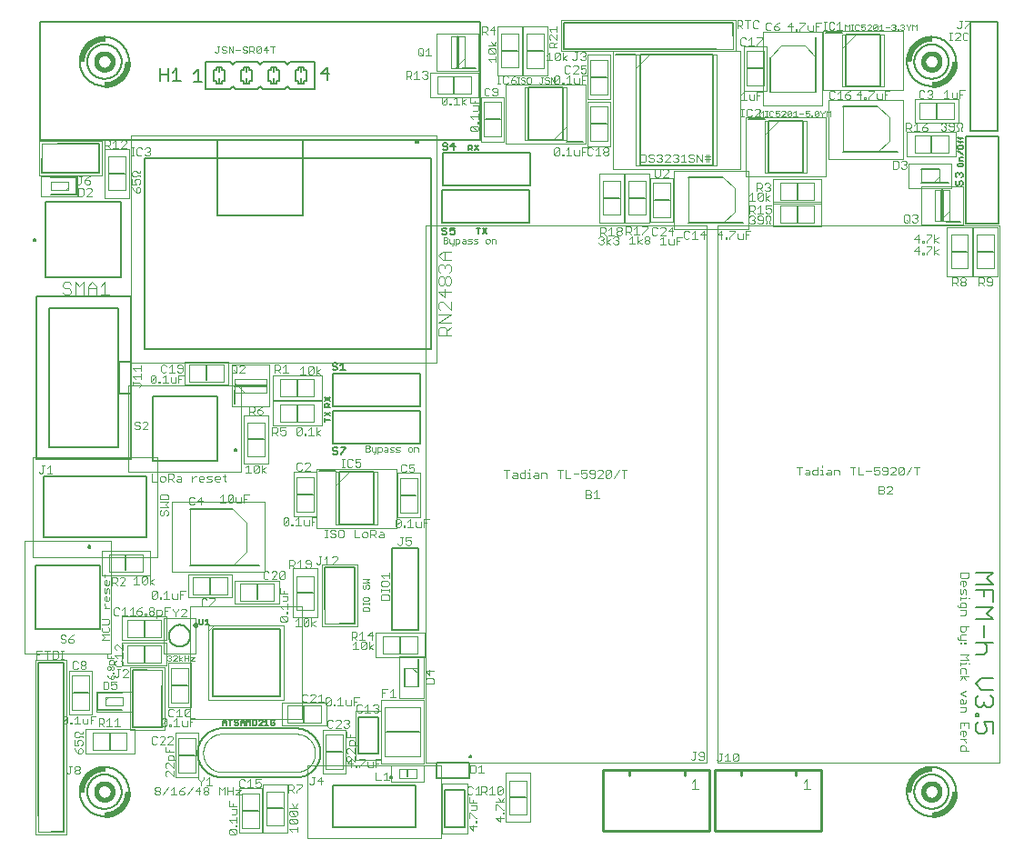
<source format=gto>
G04 EAGLE Gerber RS-274X export*
G75*
%MOMM*%
%FSLAX34Y34*%
%LPD*%
%INSilkscreen Top*%
%IPPOS*%
%AMOC8*
5,1,8,0,0,1.08239X$1,22.5*%
G01*
%ADD10C,0.152400*%
%ADD11C,0.050800*%
%ADD12C,0.076200*%
%ADD13C,0.050000*%
%ADD14C,0.100000*%
%ADD15C,0.200000*%
%ADD16C,0.457200*%
%ADD17C,0.203200*%
%ADD18C,0.200000*%
%ADD19C,0.101600*%
%ADD20C,0.127000*%
%ADD21C,0.250000*%
%ADD22C,0.120000*%
%ADD23R,0.254000X0.508000*%
%ADD24C,0.254000*%


D10*
X875862Y244038D02*
X892132Y244038D01*
X886709Y238615D01*
X892132Y233191D01*
X875862Y233191D01*
X875862Y227666D02*
X892132Y227666D01*
X892132Y216820D01*
X883997Y222243D02*
X883997Y227666D01*
X875862Y211295D02*
X892132Y211295D01*
X886709Y205872D01*
X892132Y200448D01*
X875862Y200448D01*
X883997Y194923D02*
X883997Y184077D01*
X892132Y178552D02*
X875862Y178552D01*
X883997Y178552D02*
X886709Y175840D01*
X886709Y170417D01*
X883997Y167705D01*
X875862Y167705D01*
X881285Y145809D02*
X892132Y145809D01*
X881285Y145809D02*
X875862Y140385D01*
X881285Y134962D01*
X892132Y134962D01*
X889420Y129437D02*
X892132Y126725D01*
X892132Y121302D01*
X889420Y118590D01*
X886709Y118590D01*
X883997Y121302D01*
X883997Y124014D01*
X883997Y121302D02*
X881285Y118590D01*
X878574Y118590D01*
X875862Y121302D01*
X875862Y126725D01*
X878574Y129437D01*
X878574Y113066D02*
X875862Y113066D01*
X878574Y113066D02*
X878574Y110354D01*
X875862Y110354D01*
X875862Y113066D01*
X892132Y104880D02*
X892132Y94033D01*
X892132Y104880D02*
X883997Y104880D01*
X886709Y99456D01*
X886709Y96745D01*
X883997Y94033D01*
X878574Y94033D01*
X875862Y96745D01*
X875862Y102168D01*
X878574Y104880D01*
D11*
X308236Y356658D02*
X308236Y362251D01*
X311032Y362251D01*
X311964Y361319D01*
X311964Y360387D01*
X311032Y359454D01*
X311964Y358522D01*
X311964Y357590D01*
X311032Y356658D01*
X308236Y356658D01*
X308236Y359454D02*
X311032Y359454D01*
X313849Y360387D02*
X313849Y357590D01*
X314781Y356658D01*
X317578Y356658D01*
X317578Y355726D02*
X317578Y360387D01*
X317578Y355726D02*
X316645Y354794D01*
X315713Y354794D01*
X319462Y354794D02*
X319462Y360387D01*
X322259Y360387D01*
X323191Y359454D01*
X323191Y357590D01*
X322259Y356658D01*
X319462Y356658D01*
X326007Y360387D02*
X327872Y360387D01*
X328804Y359454D01*
X328804Y356658D01*
X326007Y356658D01*
X325075Y357590D01*
X326007Y358522D01*
X328804Y358522D01*
X330688Y356658D02*
X333485Y356658D01*
X334417Y357590D01*
X333485Y358522D01*
X331620Y358522D01*
X330688Y359454D01*
X331620Y360387D01*
X334417Y360387D01*
X336301Y356658D02*
X339098Y356658D01*
X340030Y357590D01*
X339098Y358522D01*
X337234Y358522D01*
X336301Y359454D01*
X337234Y360387D01*
X340030Y360387D01*
X348460Y356658D02*
X350324Y356658D01*
X351256Y357590D01*
X351256Y359454D01*
X350324Y360387D01*
X348460Y360387D01*
X347528Y359454D01*
X347528Y357590D01*
X348460Y356658D01*
X353141Y356658D02*
X353141Y360387D01*
X355937Y360387D01*
X356869Y359454D01*
X356869Y356658D01*
X380754Y550754D02*
X380754Y556347D01*
X383550Y556347D01*
X384483Y555415D01*
X384483Y554483D01*
X383550Y553550D01*
X384483Y552618D01*
X384483Y551686D01*
X383550Y550754D01*
X380754Y550754D01*
X380754Y553550D02*
X383550Y553550D01*
X386367Y554483D02*
X386367Y551686D01*
X387299Y550754D01*
X390096Y550754D01*
X390096Y549822D02*
X390096Y554483D01*
X390096Y549822D02*
X389163Y548890D01*
X388231Y548890D01*
X391980Y548890D02*
X391980Y554483D01*
X394777Y554483D01*
X395709Y553550D01*
X395709Y551686D01*
X394777Y550754D01*
X391980Y550754D01*
X398525Y554483D02*
X400390Y554483D01*
X401322Y553550D01*
X401322Y550754D01*
X398525Y550754D01*
X397593Y551686D01*
X398525Y552618D01*
X401322Y552618D01*
X403206Y550754D02*
X406003Y550754D01*
X406935Y551686D01*
X406003Y552618D01*
X404139Y552618D01*
X403206Y553550D01*
X404139Y554483D01*
X406935Y554483D01*
X408819Y550754D02*
X411616Y550754D01*
X412548Y551686D01*
X411616Y552618D01*
X409752Y552618D01*
X408819Y553550D01*
X409752Y554483D01*
X412548Y554483D01*
X420978Y550754D02*
X422842Y550754D01*
X423774Y551686D01*
X423774Y553550D01*
X422842Y554483D01*
X420978Y554483D01*
X420046Y553550D01*
X420046Y551686D01*
X420978Y550754D01*
X425659Y550754D02*
X425659Y554483D01*
X428455Y554483D01*
X429387Y553550D01*
X429387Y550754D01*
D12*
X861781Y243719D02*
X869153Y243719D01*
X861781Y243719D02*
X861781Y240033D01*
X863010Y238804D01*
X867925Y238804D01*
X869153Y240033D01*
X869153Y243719D01*
X861781Y235006D02*
X861781Y232549D01*
X861781Y235006D02*
X863010Y236235D01*
X865467Y236235D01*
X866696Y235006D01*
X866696Y232549D01*
X865467Y231320D01*
X864238Y231320D01*
X864238Y236235D01*
X861781Y228751D02*
X861781Y225065D01*
X863010Y223836D01*
X864238Y225065D01*
X864238Y227522D01*
X865467Y228751D01*
X866696Y227522D01*
X866696Y223836D01*
X866696Y221267D02*
X866696Y220038D01*
X861781Y220038D01*
X861781Y221267D02*
X861781Y218809D01*
X869153Y220038D02*
X870382Y220038D01*
X859324Y213820D02*
X859324Y212591D01*
X860552Y211362D01*
X866696Y211362D01*
X866696Y215048D01*
X865467Y216277D01*
X863010Y216277D01*
X861781Y215048D01*
X861781Y211362D01*
X861781Y208793D02*
X866696Y208793D01*
X866696Y205107D01*
X865467Y203878D01*
X861781Y203878D01*
X861781Y193825D02*
X869153Y193825D01*
X861781Y193825D02*
X861781Y190139D01*
X863010Y188910D01*
X865467Y188910D01*
X866696Y190139D01*
X866696Y193825D01*
X866696Y186340D02*
X863010Y186340D01*
X861781Y185112D01*
X861781Y181426D01*
X860552Y181426D02*
X866696Y181426D01*
X860552Y181426D02*
X859324Y182654D01*
X859324Y183883D01*
X866696Y178856D02*
X866696Y177628D01*
X865467Y177628D01*
X865467Y178856D01*
X866696Y178856D01*
X863010Y178856D02*
X863010Y177628D01*
X861781Y177628D01*
X861781Y178856D01*
X863010Y178856D01*
X861781Y167630D02*
X869153Y167630D01*
X866696Y165173D01*
X869153Y162715D01*
X861781Y162715D01*
X866696Y160146D02*
X866696Y158917D01*
X861781Y158917D01*
X861781Y157689D02*
X861781Y160146D01*
X869153Y158917D02*
X870382Y158917D01*
X866696Y153928D02*
X866696Y150242D01*
X866696Y153928D02*
X865467Y155157D01*
X863010Y155157D01*
X861781Y153928D01*
X861781Y150242D01*
X861781Y147672D02*
X869153Y147672D01*
X864238Y147672D02*
X861781Y143986D01*
X864238Y147672D02*
X866696Y143986D01*
X866696Y133951D02*
X861781Y131494D01*
X866696Y129037D01*
X866696Y125239D02*
X866696Y122781D01*
X865467Y121552D01*
X861781Y121552D01*
X861781Y125239D01*
X863010Y126467D01*
X864238Y125239D01*
X864238Y121552D01*
X861781Y118983D02*
X866696Y118983D01*
X866696Y115297D01*
X865467Y114068D01*
X861781Y114068D01*
X869153Y104015D02*
X869153Y99100D01*
X869153Y104015D02*
X861781Y104015D01*
X861781Y99100D01*
X865467Y101557D02*
X865467Y104015D01*
X861781Y95302D02*
X861781Y92845D01*
X861781Y95302D02*
X863010Y96531D01*
X865467Y96531D01*
X866696Y95302D01*
X866696Y92845D01*
X865467Y91616D01*
X864238Y91616D01*
X864238Y96531D01*
X861781Y89046D02*
X866696Y89046D01*
X866696Y86589D02*
X864238Y89046D01*
X866696Y86589D02*
X866696Y85360D01*
X869153Y77895D02*
X861781Y77895D01*
X861781Y81581D01*
X863010Y82810D01*
X865467Y82810D01*
X866696Y81581D01*
X866696Y77895D01*
D13*
X184100Y221000D02*
X142900Y221000D01*
X142900Y242200D01*
X184100Y242200D01*
X184100Y221000D01*
D14*
X179500Y223600D02*
X147500Y223600D01*
X147500Y239600D01*
X179500Y239600D01*
X179500Y223600D01*
D15*
X163500Y224600D02*
X163500Y238600D01*
D12*
X159089Y219955D02*
X160318Y218727D01*
X159089Y219955D02*
X156631Y219955D01*
X155403Y218727D01*
X155403Y213812D01*
X156631Y212583D01*
X159089Y212583D01*
X160318Y213812D01*
X162887Y219955D02*
X167802Y219955D01*
X167802Y218727D01*
X162887Y213812D01*
X162887Y212583D01*
X108992Y220952D02*
X108992Y225867D01*
X110221Y227095D01*
X112678Y227095D01*
X113907Y225867D01*
X113907Y220952D01*
X112678Y219723D01*
X110221Y219723D01*
X108992Y220952D01*
X113907Y225867D01*
X116476Y220952D02*
X116476Y219723D01*
X116476Y220952D02*
X117705Y220952D01*
X117705Y219723D01*
X116476Y219723D01*
X120219Y224638D02*
X122676Y227095D01*
X122676Y219723D01*
X120219Y219723D02*
X125133Y219723D01*
X127703Y220952D02*
X127703Y224638D01*
X127703Y220952D02*
X128931Y219723D01*
X132618Y219723D01*
X132618Y224638D01*
X135187Y227095D02*
X135187Y219723D01*
X135187Y227095D02*
X140102Y227095D01*
X137644Y223409D02*
X135187Y223409D01*
D11*
X65253Y696126D02*
X65253Y700698D01*
X65254Y700698D02*
X65727Y700710D01*
X66200Y700733D01*
X66672Y700769D01*
X67143Y700815D01*
X67612Y700874D01*
X68080Y700943D01*
X68546Y701025D01*
X69011Y701117D01*
X69472Y701221D01*
X69931Y701336D01*
X70387Y701463D01*
X70840Y701601D01*
X71289Y701749D01*
X71735Y701909D01*
X72176Y702079D01*
X72613Y702261D01*
X73046Y702453D01*
X73474Y702655D01*
X73896Y702868D01*
X74314Y703091D01*
X74725Y703325D01*
X75131Y703568D01*
X75531Y703821D01*
X75924Y704084D01*
X76311Y704357D01*
X76691Y704639D01*
X77064Y704930D01*
X77430Y705230D01*
X77788Y705540D01*
X78139Y705857D01*
X78482Y706184D01*
X78816Y706518D01*
X79143Y706861D01*
X79460Y707212D01*
X79770Y707570D01*
X80070Y707936D01*
X80361Y708309D01*
X80643Y708689D01*
X80916Y709076D01*
X81179Y709469D01*
X81432Y709869D01*
X81675Y710275D01*
X81909Y710686D01*
X82132Y711104D01*
X82345Y711526D01*
X82547Y711954D01*
X82739Y712387D01*
X82921Y712824D01*
X83091Y713265D01*
X83251Y713711D01*
X83399Y714160D01*
X83537Y714613D01*
X83664Y715069D01*
X83779Y715528D01*
X83883Y715989D01*
X83975Y716454D01*
X84057Y716920D01*
X84126Y717388D01*
X84185Y717857D01*
X84231Y718328D01*
X84267Y718800D01*
X84290Y719273D01*
X84302Y719746D01*
X88874Y719747D01*
X88875Y719746D01*
X88862Y719168D01*
X88834Y718591D01*
X88793Y718014D01*
X88738Y717439D01*
X88669Y716865D01*
X88586Y716293D01*
X88490Y715723D01*
X88379Y715155D01*
X88255Y714591D01*
X88117Y714029D01*
X87966Y713471D01*
X87801Y712917D01*
X87623Y712367D01*
X87432Y711822D01*
X87227Y711281D01*
X87010Y710746D01*
X86779Y710216D01*
X86536Y709691D01*
X86280Y709173D01*
X86012Y708661D01*
X85731Y708156D01*
X85438Y707657D01*
X85133Y707166D01*
X84817Y706682D01*
X84489Y706207D01*
X84149Y705739D01*
X83798Y705279D01*
X83436Y704829D01*
X83064Y704387D01*
X82680Y703954D01*
X82287Y703531D01*
X81883Y703117D01*
X81469Y702713D01*
X81046Y702320D01*
X80613Y701936D01*
X80171Y701564D01*
X79721Y701202D01*
X79261Y700851D01*
X78793Y700511D01*
X78318Y700183D01*
X77834Y699867D01*
X77343Y699562D01*
X76844Y699269D01*
X76339Y698988D01*
X75827Y698720D01*
X75309Y698464D01*
X74784Y698221D01*
X74254Y697990D01*
X73719Y697773D01*
X73178Y697568D01*
X72633Y697377D01*
X72083Y697199D01*
X71529Y697034D01*
X70971Y696883D01*
X70409Y696745D01*
X69845Y696621D01*
X69277Y696510D01*
X68707Y696414D01*
X68135Y696331D01*
X67561Y696262D01*
X66986Y696207D01*
X66409Y696166D01*
X65832Y696138D01*
X65254Y696125D01*
X65254Y696607D01*
X65820Y696620D01*
X66386Y696647D01*
X66950Y696687D01*
X67514Y696741D01*
X68076Y696809D01*
X68637Y696890D01*
X69195Y696985D01*
X69751Y697093D01*
X70304Y697215D01*
X70854Y697350D01*
X71400Y697498D01*
X71943Y697660D01*
X72481Y697835D01*
X73016Y698022D01*
X73545Y698222D01*
X74070Y698436D01*
X74589Y698662D01*
X75103Y698900D01*
X75610Y699151D01*
X76112Y699413D01*
X76607Y699688D01*
X77095Y699975D01*
X77576Y700274D01*
X78050Y700584D01*
X78516Y700905D01*
X78974Y701238D01*
X79424Y701582D01*
X79866Y701936D01*
X80298Y702301D01*
X80722Y702677D01*
X81137Y703062D01*
X81542Y703458D01*
X81938Y703863D01*
X82323Y704278D01*
X82699Y704702D01*
X83064Y705134D01*
X83418Y705576D01*
X83762Y706026D01*
X84095Y706484D01*
X84416Y706950D01*
X84726Y707424D01*
X85025Y707905D01*
X85312Y708393D01*
X85587Y708888D01*
X85849Y709390D01*
X86100Y709897D01*
X86338Y710411D01*
X86564Y710930D01*
X86778Y711455D01*
X86978Y711984D01*
X87165Y712519D01*
X87340Y713057D01*
X87502Y713600D01*
X87650Y714146D01*
X87785Y714696D01*
X87907Y715249D01*
X88015Y715805D01*
X88110Y716363D01*
X88191Y716924D01*
X88259Y717486D01*
X88313Y718050D01*
X88353Y718614D01*
X88380Y719180D01*
X88393Y719746D01*
X87911Y719746D01*
X87898Y719192D01*
X87871Y718638D01*
X87832Y718085D01*
X87779Y717533D01*
X87712Y716983D01*
X87633Y716434D01*
X87540Y715888D01*
X87434Y715343D01*
X87315Y714802D01*
X87182Y714264D01*
X87037Y713729D01*
X86879Y713197D01*
X86708Y712670D01*
X86524Y712147D01*
X86328Y711628D01*
X86119Y711115D01*
X85898Y710606D01*
X85664Y710104D01*
X85419Y709606D01*
X85162Y709115D01*
X84892Y708631D01*
X84611Y708153D01*
X84319Y707682D01*
X84015Y707218D01*
X83700Y706762D01*
X83375Y706313D01*
X83038Y705873D01*
X82691Y705440D01*
X82334Y705016D01*
X81966Y704601D01*
X81588Y704195D01*
X81201Y703799D01*
X80805Y703412D01*
X80399Y703034D01*
X79984Y702666D01*
X79560Y702309D01*
X79127Y701962D01*
X78687Y701625D01*
X78238Y701300D01*
X77782Y700985D01*
X77318Y700681D01*
X76847Y700389D01*
X76369Y700108D01*
X75885Y699838D01*
X75394Y699581D01*
X74896Y699336D01*
X74394Y699102D01*
X73885Y698881D01*
X73372Y698672D01*
X72853Y698476D01*
X72330Y698292D01*
X71803Y698121D01*
X71271Y697963D01*
X70736Y697818D01*
X70198Y697685D01*
X69657Y697566D01*
X69112Y697460D01*
X68566Y697367D01*
X68017Y697288D01*
X67467Y697221D01*
X66915Y697168D01*
X66362Y697129D01*
X65808Y697102D01*
X65254Y697089D01*
X65254Y697571D01*
X65796Y697584D01*
X66338Y697610D01*
X66880Y697649D01*
X67420Y697701D01*
X67958Y697766D01*
X68495Y697844D01*
X69030Y697935D01*
X69563Y698039D01*
X70092Y698156D01*
X70619Y698285D01*
X71143Y698428D01*
X71663Y698582D01*
X72179Y698750D01*
X72691Y698930D01*
X73198Y699122D01*
X73701Y699326D01*
X74198Y699543D01*
X74690Y699771D01*
X75177Y700012D01*
X75657Y700264D01*
X76132Y700527D01*
X76599Y700802D01*
X77060Y701088D01*
X77514Y701385D01*
X77961Y701694D01*
X78400Y702012D01*
X78831Y702342D01*
X79254Y702682D01*
X79669Y703031D01*
X80075Y703391D01*
X80472Y703761D01*
X80860Y704140D01*
X81239Y704528D01*
X81609Y704925D01*
X81969Y705331D01*
X82318Y705746D01*
X82658Y706169D01*
X82988Y706600D01*
X83306Y707039D01*
X83615Y707486D01*
X83912Y707940D01*
X84198Y708401D01*
X84473Y708868D01*
X84736Y709343D01*
X84988Y709823D01*
X85229Y710310D01*
X85457Y710802D01*
X85674Y711299D01*
X85878Y711802D01*
X86070Y712309D01*
X86250Y712821D01*
X86418Y713337D01*
X86572Y713857D01*
X86715Y714381D01*
X86844Y714908D01*
X86961Y715437D01*
X87065Y715970D01*
X87156Y716505D01*
X87234Y717042D01*
X87299Y717580D01*
X87351Y718120D01*
X87390Y718662D01*
X87416Y719204D01*
X87429Y719746D01*
X86947Y719746D01*
X86934Y719215D01*
X86909Y718685D01*
X86870Y718156D01*
X86819Y717628D01*
X86756Y717101D01*
X86679Y716576D01*
X86590Y716052D01*
X86488Y715531D01*
X86374Y715013D01*
X86247Y714498D01*
X86108Y713986D01*
X85956Y713477D01*
X85792Y712972D01*
X85616Y712472D01*
X85428Y711975D01*
X85228Y711484D01*
X85017Y710997D01*
X84793Y710516D01*
X84558Y710040D01*
X84311Y709570D01*
X84053Y709106D01*
X83784Y708648D01*
X83505Y708198D01*
X83214Y707754D01*
X82912Y707317D01*
X82600Y706887D01*
X82278Y706466D01*
X81946Y706052D01*
X81604Y705646D01*
X81252Y705249D01*
X80890Y704860D01*
X80520Y704480D01*
X80140Y704110D01*
X79751Y703748D01*
X79354Y703396D01*
X78948Y703054D01*
X78534Y702722D01*
X78113Y702400D01*
X77683Y702088D01*
X77246Y701786D01*
X76802Y701495D01*
X76352Y701216D01*
X75894Y700947D01*
X75430Y700689D01*
X74960Y700442D01*
X74484Y700207D01*
X74003Y699983D01*
X73516Y699772D01*
X73025Y699572D01*
X72528Y699384D01*
X72028Y699208D01*
X71523Y699044D01*
X71014Y698892D01*
X70502Y698753D01*
X69987Y698626D01*
X69469Y698512D01*
X68948Y698410D01*
X68424Y698321D01*
X67899Y698244D01*
X67372Y698181D01*
X66844Y698130D01*
X66315Y698091D01*
X65785Y698066D01*
X65254Y698053D01*
X65254Y698536D01*
X65773Y698548D01*
X66291Y698573D01*
X66809Y698610D01*
X67325Y698660D01*
X67840Y698723D01*
X68354Y698798D01*
X68865Y698885D01*
X69374Y698984D01*
X69881Y699096D01*
X70385Y699220D01*
X70886Y699357D01*
X71383Y699505D01*
X71877Y699665D01*
X72366Y699837D01*
X72851Y700021D01*
X73332Y700217D01*
X73808Y700424D01*
X74278Y700643D01*
X74743Y700873D01*
X75203Y701114D01*
X75656Y701366D01*
X76104Y701629D01*
X76545Y701903D01*
X76979Y702187D01*
X77406Y702482D01*
X77826Y702787D01*
X78238Y703102D01*
X78642Y703427D01*
X79039Y703761D01*
X79427Y704105D01*
X79807Y704459D01*
X80179Y704821D01*
X80541Y705193D01*
X80895Y705573D01*
X81239Y705961D01*
X81573Y706358D01*
X81898Y706762D01*
X82213Y707174D01*
X82518Y707594D01*
X82813Y708021D01*
X83097Y708455D01*
X83371Y708896D01*
X83634Y709344D01*
X83886Y709797D01*
X84127Y710257D01*
X84357Y710722D01*
X84576Y711192D01*
X84783Y711668D01*
X84979Y712149D01*
X85163Y712634D01*
X85335Y713123D01*
X85495Y713617D01*
X85643Y714114D01*
X85780Y714615D01*
X85904Y715119D01*
X86016Y715626D01*
X86115Y716135D01*
X86202Y716646D01*
X86277Y717160D01*
X86340Y717675D01*
X86390Y718191D01*
X86427Y718709D01*
X86452Y719227D01*
X86464Y719746D01*
X85982Y719746D01*
X85970Y719239D01*
X85946Y718733D01*
X85909Y718227D01*
X85860Y717722D01*
X85799Y717219D01*
X85726Y716717D01*
X85640Y716217D01*
X85543Y715720D01*
X85433Y715224D01*
X85312Y714732D01*
X85179Y714243D01*
X85034Y713757D01*
X84877Y713275D01*
X84709Y712796D01*
X84529Y712322D01*
X84338Y711853D01*
X84135Y711388D01*
X83922Y710928D01*
X83697Y710473D01*
X83461Y710024D01*
X83215Y709581D01*
X82958Y709144D01*
X82690Y708713D01*
X82412Y708289D01*
X82124Y707872D01*
X81826Y707462D01*
X81518Y707059D01*
X81201Y706663D01*
X80874Y706276D01*
X80537Y705896D01*
X80192Y705525D01*
X79838Y705162D01*
X79475Y704808D01*
X79104Y704463D01*
X78724Y704126D01*
X78337Y703799D01*
X77941Y703482D01*
X77538Y703174D01*
X77128Y702876D01*
X76711Y702588D01*
X76287Y702310D01*
X75856Y702042D01*
X75419Y701785D01*
X74976Y701539D01*
X74527Y701303D01*
X74072Y701078D01*
X73612Y700865D01*
X73147Y700662D01*
X72678Y700471D01*
X72204Y700291D01*
X71725Y700123D01*
X71243Y699966D01*
X70757Y699821D01*
X70268Y699688D01*
X69776Y699567D01*
X69280Y699457D01*
X68783Y699360D01*
X68283Y699274D01*
X67781Y699201D01*
X67278Y699140D01*
X66773Y699091D01*
X66267Y699054D01*
X65761Y699030D01*
X65254Y699018D01*
X65254Y699500D01*
X65757Y699512D01*
X66259Y699537D01*
X66761Y699574D01*
X67262Y699623D01*
X67761Y699685D01*
X68259Y699759D01*
X68755Y699845D01*
X69248Y699943D01*
X69739Y700053D01*
X70227Y700175D01*
X70712Y700310D01*
X71193Y700456D01*
X71671Y700614D01*
X72145Y700783D01*
X72614Y700964D01*
X73079Y701157D01*
X73539Y701361D01*
X73993Y701576D01*
X74443Y701802D01*
X74887Y702039D01*
X75324Y702287D01*
X75756Y702546D01*
X76181Y702815D01*
X76599Y703095D01*
X77010Y703384D01*
X77415Y703684D01*
X77811Y703994D01*
X78200Y704313D01*
X78581Y704641D01*
X78954Y704979D01*
X79318Y705326D01*
X79674Y705682D01*
X80021Y706046D01*
X80359Y706419D01*
X80687Y706800D01*
X81006Y707189D01*
X81316Y707585D01*
X81616Y707990D01*
X81905Y708401D01*
X82185Y708819D01*
X82454Y709244D01*
X82713Y709676D01*
X82961Y710113D01*
X83198Y710557D01*
X83424Y711007D01*
X83639Y711461D01*
X83843Y711921D01*
X84036Y712386D01*
X84217Y712855D01*
X84386Y713329D01*
X84544Y713807D01*
X84690Y714288D01*
X84825Y714773D01*
X84947Y715261D01*
X85057Y715752D01*
X85155Y716245D01*
X85241Y716741D01*
X85315Y717239D01*
X85377Y717738D01*
X85426Y718239D01*
X85463Y718741D01*
X85488Y719243D01*
X85500Y719746D01*
X85018Y719746D01*
X85006Y719255D01*
X84982Y718765D01*
X84946Y718275D01*
X84897Y717786D01*
X84837Y717299D01*
X84765Y716813D01*
X84681Y716329D01*
X84585Y715848D01*
X84477Y715368D01*
X84357Y714892D01*
X84226Y714419D01*
X84084Y713949D01*
X83929Y713483D01*
X83764Y713020D01*
X83587Y712562D01*
X83399Y712109D01*
X83200Y711660D01*
X82990Y711216D01*
X82769Y710777D01*
X82537Y710344D01*
X82295Y709917D01*
X82043Y709496D01*
X81780Y709081D01*
X81507Y708672D01*
X81224Y708271D01*
X80932Y707877D01*
X80630Y707489D01*
X80318Y707110D01*
X79997Y706738D01*
X79667Y706374D01*
X79329Y706018D01*
X78982Y705671D01*
X78626Y705333D01*
X78262Y705003D01*
X77890Y704682D01*
X77511Y704370D01*
X77123Y704068D01*
X76729Y703776D01*
X76328Y703493D01*
X75919Y703220D01*
X75504Y702957D01*
X75083Y702705D01*
X74656Y702463D01*
X74223Y702231D01*
X73784Y702010D01*
X73340Y701800D01*
X72891Y701601D01*
X72438Y701413D01*
X71980Y701236D01*
X71517Y701071D01*
X71051Y700916D01*
X70581Y700774D01*
X70108Y700643D01*
X69632Y700523D01*
X69152Y700415D01*
X68671Y700319D01*
X68187Y700235D01*
X67701Y700163D01*
X67214Y700103D01*
X66725Y700054D01*
X66235Y700018D01*
X65745Y699994D01*
X65254Y699982D01*
X65254Y700464D01*
X65733Y700476D01*
X66211Y700500D01*
X66689Y700535D01*
X67166Y700582D01*
X67641Y700641D01*
X68115Y700712D01*
X68587Y700794D01*
X69057Y700888D01*
X69524Y700993D01*
X69989Y701110D01*
X70451Y701238D01*
X70909Y701377D01*
X71364Y701527D01*
X71815Y701689D01*
X72262Y701862D01*
X72704Y702045D01*
X73142Y702239D01*
X73575Y702444D01*
X74003Y702660D01*
X74425Y702886D01*
X74842Y703122D01*
X75253Y703368D01*
X75658Y703625D01*
X76056Y703891D01*
X76448Y704167D01*
X76832Y704452D01*
X77210Y704747D01*
X77580Y705051D01*
X77943Y705364D01*
X78298Y705686D01*
X78645Y706016D01*
X78984Y706355D01*
X79314Y706702D01*
X79636Y707057D01*
X79949Y707420D01*
X80253Y707790D01*
X80548Y708168D01*
X80833Y708552D01*
X81109Y708944D01*
X81375Y709342D01*
X81632Y709747D01*
X81878Y710158D01*
X82114Y710575D01*
X82340Y710997D01*
X82556Y711425D01*
X82761Y711858D01*
X82955Y712296D01*
X83138Y712738D01*
X83311Y713185D01*
X83473Y713636D01*
X83623Y714091D01*
X83762Y714549D01*
X83890Y715011D01*
X84007Y715476D01*
X84112Y715943D01*
X84206Y716413D01*
X84288Y716885D01*
X84359Y717359D01*
X84418Y717834D01*
X84465Y718311D01*
X84500Y718789D01*
X84524Y719267D01*
X84536Y719746D01*
X64747Y743874D02*
X64747Y739302D01*
X64746Y739302D02*
X64273Y739290D01*
X63800Y739267D01*
X63328Y739231D01*
X62857Y739185D01*
X62388Y739126D01*
X61920Y739057D01*
X61454Y738975D01*
X60989Y738883D01*
X60528Y738779D01*
X60069Y738664D01*
X59613Y738537D01*
X59160Y738399D01*
X58711Y738251D01*
X58265Y738091D01*
X57824Y737921D01*
X57387Y737739D01*
X56954Y737547D01*
X56526Y737345D01*
X56104Y737132D01*
X55686Y736909D01*
X55275Y736675D01*
X54869Y736432D01*
X54469Y736179D01*
X54076Y735916D01*
X53689Y735643D01*
X53309Y735361D01*
X52936Y735070D01*
X52570Y734770D01*
X52212Y734460D01*
X51861Y734143D01*
X51518Y733816D01*
X51184Y733482D01*
X50857Y733139D01*
X50540Y732788D01*
X50230Y732430D01*
X49930Y732064D01*
X49639Y731691D01*
X49357Y731311D01*
X49084Y730924D01*
X48821Y730531D01*
X48568Y730131D01*
X48325Y729725D01*
X48091Y729314D01*
X47868Y728896D01*
X47655Y728474D01*
X47453Y728046D01*
X47261Y727613D01*
X47079Y727176D01*
X46909Y726735D01*
X46749Y726289D01*
X46601Y725840D01*
X46463Y725387D01*
X46336Y724931D01*
X46221Y724472D01*
X46117Y724011D01*
X46025Y723546D01*
X45943Y723080D01*
X45874Y722612D01*
X45815Y722143D01*
X45769Y721672D01*
X45733Y721200D01*
X45710Y720727D01*
X45698Y720254D01*
X41126Y720253D01*
X41125Y720254D01*
X41138Y720832D01*
X41166Y721409D01*
X41207Y721986D01*
X41262Y722561D01*
X41331Y723135D01*
X41414Y723707D01*
X41510Y724277D01*
X41621Y724845D01*
X41745Y725409D01*
X41883Y725971D01*
X42034Y726529D01*
X42199Y727083D01*
X42377Y727633D01*
X42568Y728178D01*
X42773Y728719D01*
X42990Y729254D01*
X43221Y729784D01*
X43464Y730309D01*
X43720Y730827D01*
X43988Y731339D01*
X44269Y731844D01*
X44562Y732343D01*
X44867Y732834D01*
X45183Y733318D01*
X45511Y733793D01*
X45851Y734261D01*
X46202Y734721D01*
X46564Y735171D01*
X46936Y735613D01*
X47320Y736046D01*
X47713Y736469D01*
X48117Y736883D01*
X48531Y737287D01*
X48954Y737680D01*
X49387Y738064D01*
X49829Y738436D01*
X50279Y738798D01*
X50739Y739149D01*
X51207Y739489D01*
X51682Y739817D01*
X52166Y740133D01*
X52657Y740438D01*
X53156Y740731D01*
X53661Y741012D01*
X54173Y741280D01*
X54691Y741536D01*
X55216Y741779D01*
X55746Y742010D01*
X56281Y742227D01*
X56822Y742432D01*
X57367Y742623D01*
X57917Y742801D01*
X58471Y742966D01*
X59029Y743117D01*
X59591Y743255D01*
X60155Y743379D01*
X60723Y743490D01*
X61293Y743586D01*
X61865Y743669D01*
X62439Y743738D01*
X63014Y743793D01*
X63591Y743834D01*
X64168Y743862D01*
X64746Y743875D01*
X64746Y743393D01*
X64180Y743380D01*
X63614Y743353D01*
X63050Y743313D01*
X62486Y743259D01*
X61924Y743191D01*
X61363Y743110D01*
X60805Y743015D01*
X60249Y742907D01*
X59696Y742785D01*
X59146Y742650D01*
X58600Y742502D01*
X58057Y742340D01*
X57519Y742165D01*
X56984Y741978D01*
X56455Y741778D01*
X55930Y741564D01*
X55411Y741338D01*
X54897Y741100D01*
X54390Y740849D01*
X53888Y740587D01*
X53393Y740312D01*
X52905Y740025D01*
X52424Y739726D01*
X51950Y739416D01*
X51484Y739095D01*
X51026Y738762D01*
X50576Y738418D01*
X50134Y738064D01*
X49702Y737699D01*
X49278Y737323D01*
X48863Y736938D01*
X48458Y736542D01*
X48062Y736137D01*
X47677Y735722D01*
X47301Y735298D01*
X46936Y734866D01*
X46582Y734424D01*
X46238Y733974D01*
X45905Y733516D01*
X45584Y733050D01*
X45274Y732576D01*
X44975Y732095D01*
X44688Y731607D01*
X44413Y731112D01*
X44151Y730610D01*
X43900Y730103D01*
X43662Y729589D01*
X43436Y729070D01*
X43222Y728545D01*
X43022Y728016D01*
X42835Y727481D01*
X42660Y726943D01*
X42498Y726400D01*
X42350Y725854D01*
X42215Y725304D01*
X42093Y724751D01*
X41985Y724195D01*
X41890Y723637D01*
X41809Y723076D01*
X41741Y722514D01*
X41687Y721950D01*
X41647Y721386D01*
X41620Y720820D01*
X41607Y720254D01*
X42089Y720254D01*
X42102Y720808D01*
X42129Y721362D01*
X42168Y721915D01*
X42221Y722467D01*
X42288Y723017D01*
X42367Y723566D01*
X42460Y724112D01*
X42566Y724657D01*
X42685Y725198D01*
X42818Y725736D01*
X42963Y726271D01*
X43121Y726803D01*
X43292Y727330D01*
X43476Y727853D01*
X43672Y728372D01*
X43881Y728885D01*
X44102Y729394D01*
X44336Y729896D01*
X44581Y730394D01*
X44838Y730885D01*
X45108Y731369D01*
X45389Y731847D01*
X45681Y732318D01*
X45985Y732782D01*
X46300Y733238D01*
X46625Y733687D01*
X46962Y734127D01*
X47309Y734560D01*
X47666Y734984D01*
X48034Y735399D01*
X48412Y735805D01*
X48799Y736201D01*
X49195Y736588D01*
X49601Y736966D01*
X50016Y737334D01*
X50440Y737691D01*
X50873Y738038D01*
X51313Y738375D01*
X51762Y738700D01*
X52218Y739015D01*
X52682Y739319D01*
X53153Y739611D01*
X53631Y739892D01*
X54115Y740162D01*
X54606Y740419D01*
X55104Y740664D01*
X55606Y740898D01*
X56115Y741119D01*
X56628Y741328D01*
X57147Y741524D01*
X57670Y741708D01*
X58197Y741879D01*
X58729Y742037D01*
X59264Y742182D01*
X59802Y742315D01*
X60343Y742434D01*
X60888Y742540D01*
X61434Y742633D01*
X61983Y742712D01*
X62533Y742779D01*
X63085Y742832D01*
X63638Y742871D01*
X64192Y742898D01*
X64746Y742911D01*
X64746Y742429D01*
X64204Y742416D01*
X63662Y742390D01*
X63120Y742351D01*
X62580Y742299D01*
X62042Y742234D01*
X61505Y742156D01*
X60970Y742065D01*
X60437Y741961D01*
X59908Y741844D01*
X59381Y741715D01*
X58857Y741572D01*
X58337Y741418D01*
X57821Y741250D01*
X57309Y741070D01*
X56802Y740878D01*
X56299Y740674D01*
X55802Y740457D01*
X55310Y740229D01*
X54823Y739988D01*
X54343Y739736D01*
X53868Y739473D01*
X53401Y739198D01*
X52940Y738912D01*
X52486Y738615D01*
X52039Y738306D01*
X51600Y737988D01*
X51169Y737658D01*
X50746Y737318D01*
X50331Y736969D01*
X49925Y736609D01*
X49528Y736239D01*
X49140Y735860D01*
X48761Y735472D01*
X48391Y735075D01*
X48031Y734669D01*
X47682Y734254D01*
X47342Y733831D01*
X47012Y733400D01*
X46694Y732961D01*
X46385Y732514D01*
X46088Y732060D01*
X45802Y731599D01*
X45527Y731132D01*
X45264Y730657D01*
X45012Y730177D01*
X44771Y729690D01*
X44543Y729198D01*
X44326Y728701D01*
X44122Y728198D01*
X43930Y727691D01*
X43750Y727179D01*
X43582Y726663D01*
X43428Y726143D01*
X43285Y725619D01*
X43156Y725092D01*
X43039Y724563D01*
X42935Y724030D01*
X42844Y723495D01*
X42766Y722958D01*
X42701Y722420D01*
X42649Y721880D01*
X42610Y721338D01*
X42584Y720796D01*
X42571Y720254D01*
X43053Y720254D01*
X43066Y720785D01*
X43091Y721315D01*
X43130Y721844D01*
X43181Y722372D01*
X43244Y722899D01*
X43321Y723424D01*
X43410Y723948D01*
X43512Y724469D01*
X43626Y724987D01*
X43753Y725502D01*
X43892Y726014D01*
X44044Y726523D01*
X44208Y727028D01*
X44384Y727528D01*
X44572Y728025D01*
X44772Y728516D01*
X44983Y729003D01*
X45207Y729484D01*
X45442Y729960D01*
X45689Y730430D01*
X45947Y730894D01*
X46216Y731352D01*
X46495Y731802D01*
X46786Y732246D01*
X47088Y732683D01*
X47400Y733113D01*
X47722Y733534D01*
X48054Y733948D01*
X48396Y734354D01*
X48748Y734751D01*
X49110Y735140D01*
X49480Y735520D01*
X49860Y735890D01*
X50249Y736252D01*
X50646Y736604D01*
X51052Y736946D01*
X51466Y737278D01*
X51887Y737600D01*
X52317Y737912D01*
X52754Y738214D01*
X53198Y738505D01*
X53648Y738784D01*
X54106Y739053D01*
X54570Y739311D01*
X55040Y739558D01*
X55516Y739793D01*
X55997Y740017D01*
X56484Y740228D01*
X56975Y740428D01*
X57472Y740616D01*
X57972Y740792D01*
X58477Y740956D01*
X58986Y741108D01*
X59498Y741247D01*
X60013Y741374D01*
X60531Y741488D01*
X61052Y741590D01*
X61576Y741679D01*
X62101Y741756D01*
X62628Y741819D01*
X63156Y741870D01*
X63685Y741909D01*
X64215Y741934D01*
X64746Y741947D01*
X64746Y741464D01*
X64227Y741452D01*
X63709Y741427D01*
X63191Y741390D01*
X62675Y741340D01*
X62160Y741277D01*
X61646Y741202D01*
X61135Y741115D01*
X60626Y741016D01*
X60119Y740904D01*
X59615Y740780D01*
X59114Y740643D01*
X58617Y740495D01*
X58123Y740335D01*
X57634Y740163D01*
X57149Y739979D01*
X56668Y739783D01*
X56192Y739576D01*
X55722Y739357D01*
X55257Y739127D01*
X54797Y738886D01*
X54344Y738634D01*
X53896Y738371D01*
X53455Y738097D01*
X53021Y737813D01*
X52594Y737518D01*
X52174Y737213D01*
X51762Y736898D01*
X51358Y736573D01*
X50961Y736239D01*
X50573Y735895D01*
X50193Y735541D01*
X49821Y735179D01*
X49459Y734807D01*
X49105Y734427D01*
X48761Y734039D01*
X48427Y733642D01*
X48102Y733238D01*
X47787Y732826D01*
X47482Y732406D01*
X47187Y731979D01*
X46903Y731545D01*
X46629Y731104D01*
X46366Y730656D01*
X46114Y730203D01*
X45873Y729743D01*
X45643Y729278D01*
X45424Y728808D01*
X45217Y728332D01*
X45021Y727851D01*
X44837Y727366D01*
X44665Y726877D01*
X44505Y726383D01*
X44357Y725886D01*
X44220Y725385D01*
X44096Y724881D01*
X43984Y724374D01*
X43885Y723865D01*
X43798Y723354D01*
X43723Y722840D01*
X43660Y722325D01*
X43610Y721809D01*
X43573Y721291D01*
X43548Y720773D01*
X43536Y720254D01*
X44018Y720254D01*
X44030Y720761D01*
X44054Y721267D01*
X44091Y721773D01*
X44140Y722278D01*
X44201Y722781D01*
X44274Y723283D01*
X44360Y723783D01*
X44457Y724280D01*
X44567Y724776D01*
X44688Y725268D01*
X44821Y725757D01*
X44966Y726243D01*
X45123Y726725D01*
X45291Y727204D01*
X45471Y727678D01*
X45662Y728147D01*
X45865Y728612D01*
X46078Y729072D01*
X46303Y729527D01*
X46539Y729976D01*
X46785Y730419D01*
X47042Y730856D01*
X47310Y731287D01*
X47588Y731711D01*
X47876Y732128D01*
X48174Y732538D01*
X48482Y732941D01*
X48799Y733337D01*
X49126Y733724D01*
X49463Y734104D01*
X49808Y734475D01*
X50162Y734838D01*
X50525Y735192D01*
X50896Y735537D01*
X51276Y735874D01*
X51663Y736201D01*
X52059Y736518D01*
X52462Y736826D01*
X52872Y737124D01*
X53289Y737412D01*
X53713Y737690D01*
X54144Y737958D01*
X54581Y738215D01*
X55024Y738461D01*
X55473Y738697D01*
X55928Y738922D01*
X56388Y739135D01*
X56853Y739338D01*
X57322Y739529D01*
X57796Y739709D01*
X58275Y739877D01*
X58757Y740034D01*
X59243Y740179D01*
X59732Y740312D01*
X60224Y740433D01*
X60720Y740543D01*
X61217Y740640D01*
X61717Y740726D01*
X62219Y740799D01*
X62722Y740860D01*
X63227Y740909D01*
X63733Y740946D01*
X64239Y740970D01*
X64746Y740982D01*
X64746Y740500D01*
X64243Y740488D01*
X63741Y740463D01*
X63239Y740426D01*
X62738Y740377D01*
X62239Y740315D01*
X61741Y740241D01*
X61245Y740155D01*
X60752Y740057D01*
X60261Y739947D01*
X59773Y739825D01*
X59288Y739690D01*
X58807Y739544D01*
X58329Y739386D01*
X57855Y739217D01*
X57386Y739036D01*
X56921Y738843D01*
X56461Y738639D01*
X56007Y738424D01*
X55557Y738198D01*
X55113Y737961D01*
X54676Y737713D01*
X54244Y737454D01*
X53819Y737185D01*
X53401Y736905D01*
X52990Y736616D01*
X52585Y736316D01*
X52189Y736006D01*
X51800Y735687D01*
X51419Y735359D01*
X51046Y735021D01*
X50682Y734674D01*
X50326Y734318D01*
X49979Y733954D01*
X49641Y733581D01*
X49313Y733200D01*
X48994Y732811D01*
X48684Y732415D01*
X48384Y732010D01*
X48095Y731599D01*
X47815Y731181D01*
X47546Y730756D01*
X47287Y730324D01*
X47039Y729887D01*
X46802Y729443D01*
X46576Y728993D01*
X46361Y728539D01*
X46157Y728079D01*
X45964Y727614D01*
X45783Y727145D01*
X45614Y726671D01*
X45456Y726193D01*
X45310Y725712D01*
X45175Y725227D01*
X45053Y724739D01*
X44943Y724248D01*
X44845Y723755D01*
X44759Y723259D01*
X44685Y722761D01*
X44623Y722262D01*
X44574Y721761D01*
X44537Y721259D01*
X44512Y720757D01*
X44500Y720254D01*
X44982Y720254D01*
X44994Y720745D01*
X45018Y721235D01*
X45054Y721725D01*
X45103Y722214D01*
X45163Y722701D01*
X45235Y723187D01*
X45319Y723671D01*
X45415Y724152D01*
X45523Y724632D01*
X45643Y725108D01*
X45774Y725581D01*
X45916Y726051D01*
X46071Y726517D01*
X46236Y726980D01*
X46413Y727438D01*
X46601Y727891D01*
X46800Y728340D01*
X47010Y728784D01*
X47231Y729223D01*
X47463Y729656D01*
X47705Y730083D01*
X47957Y730504D01*
X48220Y730919D01*
X48493Y731328D01*
X48776Y731729D01*
X49068Y732123D01*
X49370Y732511D01*
X49682Y732890D01*
X50003Y733262D01*
X50333Y733626D01*
X50671Y733982D01*
X51018Y734329D01*
X51374Y734667D01*
X51738Y734997D01*
X52110Y735318D01*
X52489Y735630D01*
X52877Y735932D01*
X53271Y736224D01*
X53672Y736507D01*
X54081Y736780D01*
X54496Y737043D01*
X54917Y737295D01*
X55344Y737537D01*
X55777Y737769D01*
X56216Y737990D01*
X56660Y738200D01*
X57109Y738399D01*
X57562Y738587D01*
X58020Y738764D01*
X58483Y738929D01*
X58949Y739084D01*
X59419Y739226D01*
X59892Y739357D01*
X60368Y739477D01*
X60848Y739585D01*
X61329Y739681D01*
X61813Y739765D01*
X62299Y739837D01*
X62786Y739897D01*
X63275Y739946D01*
X63765Y739982D01*
X64255Y740006D01*
X64746Y740018D01*
X64746Y739536D01*
X64267Y739524D01*
X63789Y739500D01*
X63311Y739465D01*
X62834Y739418D01*
X62359Y739359D01*
X61885Y739288D01*
X61413Y739206D01*
X60943Y739112D01*
X60476Y739007D01*
X60011Y738890D01*
X59549Y738762D01*
X59091Y738623D01*
X58636Y738473D01*
X58185Y738311D01*
X57738Y738138D01*
X57296Y737955D01*
X56858Y737761D01*
X56425Y737556D01*
X55997Y737340D01*
X55575Y737114D01*
X55158Y736878D01*
X54747Y736632D01*
X54342Y736375D01*
X53944Y736109D01*
X53552Y735833D01*
X53168Y735548D01*
X52790Y735253D01*
X52420Y734949D01*
X52057Y734636D01*
X51702Y734314D01*
X51355Y733984D01*
X51016Y733645D01*
X50686Y733298D01*
X50364Y732943D01*
X50051Y732580D01*
X49747Y732210D01*
X49452Y731832D01*
X49167Y731448D01*
X48891Y731056D01*
X48625Y730658D01*
X48368Y730253D01*
X48122Y729842D01*
X47886Y729425D01*
X47660Y729003D01*
X47444Y728575D01*
X47239Y728142D01*
X47045Y727704D01*
X46862Y727262D01*
X46689Y726815D01*
X46527Y726364D01*
X46377Y725909D01*
X46238Y725451D01*
X46110Y724989D01*
X45993Y724524D01*
X45888Y724057D01*
X45794Y723587D01*
X45712Y723115D01*
X45641Y722641D01*
X45582Y722166D01*
X45535Y721689D01*
X45500Y721211D01*
X45476Y720733D01*
X45464Y720254D01*
D10*
X42140Y720000D02*
X42147Y720561D01*
X42168Y721122D01*
X42202Y721682D01*
X42250Y722241D01*
X42312Y722798D01*
X42387Y723354D01*
X42477Y723908D01*
X42579Y724460D01*
X42695Y725009D01*
X42825Y725555D01*
X42968Y726097D01*
X43124Y726636D01*
X43294Y727171D01*
X43476Y727701D01*
X43672Y728227D01*
X43880Y728748D01*
X44101Y729264D01*
X44335Y729774D01*
X44581Y730278D01*
X44839Y730776D01*
X45110Y731268D01*
X45392Y731752D01*
X45687Y732230D01*
X45993Y732700D01*
X46310Y733163D01*
X46639Y733618D01*
X46978Y734064D01*
X47329Y734502D01*
X47690Y734932D01*
X48062Y735352D01*
X48444Y735763D01*
X48836Y736164D01*
X49237Y736556D01*
X49648Y736938D01*
X50068Y737310D01*
X50498Y737671D01*
X50936Y738022D01*
X51382Y738361D01*
X51837Y738690D01*
X52300Y739007D01*
X52770Y739313D01*
X53248Y739608D01*
X53732Y739890D01*
X54224Y740161D01*
X54722Y740419D01*
X55226Y740665D01*
X55736Y740899D01*
X56252Y741120D01*
X56773Y741328D01*
X57299Y741524D01*
X57829Y741706D01*
X58364Y741876D01*
X58903Y742032D01*
X59445Y742175D01*
X59991Y742305D01*
X60540Y742421D01*
X61092Y742523D01*
X61646Y742613D01*
X62202Y742688D01*
X62759Y742750D01*
X63318Y742798D01*
X63878Y742832D01*
X64439Y742853D01*
X65000Y742860D01*
X65561Y742853D01*
X66122Y742832D01*
X66682Y742798D01*
X67241Y742750D01*
X67798Y742688D01*
X68354Y742613D01*
X68908Y742523D01*
X69460Y742421D01*
X70009Y742305D01*
X70555Y742175D01*
X71097Y742032D01*
X71636Y741876D01*
X72171Y741706D01*
X72701Y741524D01*
X73227Y741328D01*
X73748Y741120D01*
X74264Y740899D01*
X74774Y740665D01*
X75278Y740419D01*
X75776Y740161D01*
X76268Y739890D01*
X76752Y739608D01*
X77230Y739313D01*
X77700Y739007D01*
X78163Y738690D01*
X78618Y738361D01*
X79064Y738022D01*
X79502Y737671D01*
X79932Y737310D01*
X80352Y736938D01*
X80763Y736556D01*
X81164Y736164D01*
X81556Y735763D01*
X81938Y735352D01*
X82310Y734932D01*
X82671Y734502D01*
X83022Y734064D01*
X83361Y733618D01*
X83690Y733163D01*
X84007Y732700D01*
X84313Y732230D01*
X84608Y731752D01*
X84890Y731268D01*
X85161Y730776D01*
X85419Y730278D01*
X85665Y729774D01*
X85899Y729264D01*
X86120Y728748D01*
X86328Y728227D01*
X86524Y727701D01*
X86706Y727171D01*
X86876Y726636D01*
X87032Y726097D01*
X87175Y725555D01*
X87305Y725009D01*
X87421Y724460D01*
X87523Y723908D01*
X87613Y723354D01*
X87688Y722798D01*
X87750Y722241D01*
X87798Y721682D01*
X87832Y721122D01*
X87853Y720561D01*
X87860Y720000D01*
X87853Y719439D01*
X87832Y718878D01*
X87798Y718318D01*
X87750Y717759D01*
X87688Y717202D01*
X87613Y716646D01*
X87523Y716092D01*
X87421Y715540D01*
X87305Y714991D01*
X87175Y714445D01*
X87032Y713903D01*
X86876Y713364D01*
X86706Y712829D01*
X86524Y712299D01*
X86328Y711773D01*
X86120Y711252D01*
X85899Y710736D01*
X85665Y710226D01*
X85419Y709722D01*
X85161Y709224D01*
X84890Y708732D01*
X84608Y708248D01*
X84313Y707770D01*
X84007Y707300D01*
X83690Y706837D01*
X83361Y706382D01*
X83022Y705936D01*
X82671Y705498D01*
X82310Y705068D01*
X81938Y704648D01*
X81556Y704237D01*
X81164Y703836D01*
X80763Y703444D01*
X80352Y703062D01*
X79932Y702690D01*
X79502Y702329D01*
X79064Y701978D01*
X78618Y701639D01*
X78163Y701310D01*
X77700Y700993D01*
X77230Y700687D01*
X76752Y700392D01*
X76268Y700110D01*
X75776Y699839D01*
X75278Y699581D01*
X74774Y699335D01*
X74264Y699101D01*
X73748Y698880D01*
X73227Y698672D01*
X72701Y698476D01*
X72171Y698294D01*
X71636Y698124D01*
X71097Y697968D01*
X70555Y697825D01*
X70009Y697695D01*
X69460Y697579D01*
X68908Y697477D01*
X68354Y697387D01*
X67798Y697312D01*
X67241Y697250D01*
X66682Y697202D01*
X66122Y697168D01*
X65561Y697147D01*
X65000Y697140D01*
X64439Y697147D01*
X63878Y697168D01*
X63318Y697202D01*
X62759Y697250D01*
X62202Y697312D01*
X61646Y697387D01*
X61092Y697477D01*
X60540Y697579D01*
X59991Y697695D01*
X59445Y697825D01*
X58903Y697968D01*
X58364Y698124D01*
X57829Y698294D01*
X57299Y698476D01*
X56773Y698672D01*
X56252Y698880D01*
X55736Y699101D01*
X55226Y699335D01*
X54722Y699581D01*
X54224Y699839D01*
X53732Y700110D01*
X53248Y700392D01*
X52770Y700687D01*
X52300Y700993D01*
X51837Y701310D01*
X51382Y701639D01*
X50936Y701978D01*
X50498Y702329D01*
X50068Y702690D01*
X49648Y703062D01*
X49237Y703444D01*
X48836Y703836D01*
X48444Y704237D01*
X48062Y704648D01*
X47690Y705068D01*
X47329Y705498D01*
X46978Y705936D01*
X46639Y706382D01*
X46310Y706837D01*
X45993Y707300D01*
X45687Y707770D01*
X45392Y708248D01*
X45110Y708732D01*
X44839Y709224D01*
X44581Y709722D01*
X44335Y710226D01*
X44101Y710736D01*
X43880Y711252D01*
X43672Y711773D01*
X43476Y712299D01*
X43294Y712829D01*
X43124Y713364D01*
X42968Y713903D01*
X42825Y714445D01*
X42695Y714991D01*
X42579Y715540D01*
X42477Y716092D01*
X42387Y716646D01*
X42312Y717202D01*
X42250Y717759D01*
X42202Y718318D01*
X42168Y718878D01*
X42147Y719439D01*
X42140Y720000D01*
D16*
X57380Y720000D02*
X57382Y720187D01*
X57389Y720374D01*
X57401Y720561D01*
X57417Y720747D01*
X57437Y720933D01*
X57462Y721118D01*
X57492Y721303D01*
X57526Y721487D01*
X57565Y721670D01*
X57608Y721852D01*
X57656Y722032D01*
X57708Y722212D01*
X57765Y722390D01*
X57825Y722567D01*
X57891Y722742D01*
X57960Y722916D01*
X58034Y723088D01*
X58112Y723258D01*
X58194Y723426D01*
X58280Y723592D01*
X58370Y723756D01*
X58464Y723917D01*
X58562Y724077D01*
X58664Y724233D01*
X58770Y724388D01*
X58880Y724539D01*
X58993Y724688D01*
X59110Y724834D01*
X59230Y724977D01*
X59354Y725117D01*
X59481Y725254D01*
X59612Y725388D01*
X59746Y725519D01*
X59883Y725646D01*
X60023Y725770D01*
X60166Y725890D01*
X60312Y726007D01*
X60461Y726120D01*
X60612Y726230D01*
X60767Y726336D01*
X60923Y726438D01*
X61083Y726536D01*
X61244Y726630D01*
X61408Y726720D01*
X61574Y726806D01*
X61742Y726888D01*
X61912Y726966D01*
X62084Y727040D01*
X62258Y727109D01*
X62433Y727175D01*
X62610Y727235D01*
X62788Y727292D01*
X62968Y727344D01*
X63148Y727392D01*
X63330Y727435D01*
X63513Y727474D01*
X63697Y727508D01*
X63882Y727538D01*
X64067Y727563D01*
X64253Y727583D01*
X64439Y727599D01*
X64626Y727611D01*
X64813Y727618D01*
X65000Y727620D01*
X65187Y727618D01*
X65374Y727611D01*
X65561Y727599D01*
X65747Y727583D01*
X65933Y727563D01*
X66118Y727538D01*
X66303Y727508D01*
X66487Y727474D01*
X66670Y727435D01*
X66852Y727392D01*
X67032Y727344D01*
X67212Y727292D01*
X67390Y727235D01*
X67567Y727175D01*
X67742Y727109D01*
X67916Y727040D01*
X68088Y726966D01*
X68258Y726888D01*
X68426Y726806D01*
X68592Y726720D01*
X68756Y726630D01*
X68917Y726536D01*
X69077Y726438D01*
X69233Y726336D01*
X69388Y726230D01*
X69539Y726120D01*
X69688Y726007D01*
X69834Y725890D01*
X69977Y725770D01*
X70117Y725646D01*
X70254Y725519D01*
X70388Y725388D01*
X70519Y725254D01*
X70646Y725117D01*
X70770Y724977D01*
X70890Y724834D01*
X71007Y724688D01*
X71120Y724539D01*
X71230Y724388D01*
X71336Y724233D01*
X71438Y724077D01*
X71536Y723917D01*
X71630Y723756D01*
X71720Y723592D01*
X71806Y723426D01*
X71888Y723258D01*
X71966Y723088D01*
X72040Y722916D01*
X72109Y722742D01*
X72175Y722567D01*
X72235Y722390D01*
X72292Y722212D01*
X72344Y722032D01*
X72392Y721852D01*
X72435Y721670D01*
X72474Y721487D01*
X72508Y721303D01*
X72538Y721118D01*
X72563Y720933D01*
X72583Y720747D01*
X72599Y720561D01*
X72611Y720374D01*
X72618Y720187D01*
X72620Y720000D01*
X72618Y719813D01*
X72611Y719626D01*
X72599Y719439D01*
X72583Y719253D01*
X72563Y719067D01*
X72538Y718882D01*
X72508Y718697D01*
X72474Y718513D01*
X72435Y718330D01*
X72392Y718148D01*
X72344Y717968D01*
X72292Y717788D01*
X72235Y717610D01*
X72175Y717433D01*
X72109Y717258D01*
X72040Y717084D01*
X71966Y716912D01*
X71888Y716742D01*
X71806Y716574D01*
X71720Y716408D01*
X71630Y716244D01*
X71536Y716083D01*
X71438Y715923D01*
X71336Y715767D01*
X71230Y715612D01*
X71120Y715461D01*
X71007Y715312D01*
X70890Y715166D01*
X70770Y715023D01*
X70646Y714883D01*
X70519Y714746D01*
X70388Y714612D01*
X70254Y714481D01*
X70117Y714354D01*
X69977Y714230D01*
X69834Y714110D01*
X69688Y713993D01*
X69539Y713880D01*
X69388Y713770D01*
X69233Y713664D01*
X69077Y713562D01*
X68917Y713464D01*
X68756Y713370D01*
X68592Y713280D01*
X68426Y713194D01*
X68258Y713112D01*
X68088Y713034D01*
X67916Y712960D01*
X67742Y712891D01*
X67567Y712825D01*
X67390Y712765D01*
X67212Y712708D01*
X67032Y712656D01*
X66852Y712608D01*
X66670Y712565D01*
X66487Y712526D01*
X66303Y712492D01*
X66118Y712462D01*
X65933Y712437D01*
X65747Y712417D01*
X65561Y712401D01*
X65374Y712389D01*
X65187Y712382D01*
X65000Y712380D01*
X64813Y712382D01*
X64626Y712389D01*
X64439Y712401D01*
X64253Y712417D01*
X64067Y712437D01*
X63882Y712462D01*
X63697Y712492D01*
X63513Y712526D01*
X63330Y712565D01*
X63148Y712608D01*
X62968Y712656D01*
X62788Y712708D01*
X62610Y712765D01*
X62433Y712825D01*
X62258Y712891D01*
X62084Y712960D01*
X61912Y713034D01*
X61742Y713112D01*
X61574Y713194D01*
X61408Y713280D01*
X61244Y713370D01*
X61083Y713464D01*
X60923Y713562D01*
X60767Y713664D01*
X60612Y713770D01*
X60461Y713880D01*
X60312Y713993D01*
X60166Y714110D01*
X60023Y714230D01*
X59883Y714354D01*
X59746Y714481D01*
X59612Y714612D01*
X59481Y714746D01*
X59354Y714883D01*
X59230Y715023D01*
X59110Y715166D01*
X58993Y715312D01*
X58880Y715461D01*
X58770Y715612D01*
X58664Y715767D01*
X58562Y715923D01*
X58464Y716083D01*
X58370Y716244D01*
X58280Y716408D01*
X58194Y716574D01*
X58112Y716742D01*
X58034Y716912D01*
X57960Y717084D01*
X57891Y717258D01*
X57825Y717433D01*
X57765Y717610D01*
X57708Y717788D01*
X57656Y717968D01*
X57608Y718148D01*
X57565Y718330D01*
X57526Y718513D01*
X57492Y718697D01*
X57462Y718882D01*
X57437Y719067D01*
X57417Y719253D01*
X57401Y719439D01*
X57389Y719626D01*
X57382Y719813D01*
X57380Y720000D01*
D17*
X49000Y720000D02*
X49005Y720393D01*
X49019Y720785D01*
X49043Y721177D01*
X49077Y721568D01*
X49120Y721959D01*
X49173Y722348D01*
X49236Y722735D01*
X49307Y723121D01*
X49389Y723506D01*
X49479Y723888D01*
X49580Y724267D01*
X49689Y724645D01*
X49808Y725019D01*
X49935Y725390D01*
X50072Y725758D01*
X50218Y726123D01*
X50373Y726484D01*
X50536Y726841D01*
X50708Y727194D01*
X50889Y727542D01*
X51079Y727886D01*
X51276Y728226D01*
X51482Y728560D01*
X51696Y728889D01*
X51919Y729213D01*
X52149Y729531D01*
X52386Y729844D01*
X52632Y730150D01*
X52885Y730451D01*
X53145Y730745D01*
X53412Y731033D01*
X53686Y731314D01*
X53967Y731588D01*
X54255Y731855D01*
X54549Y732115D01*
X54850Y732368D01*
X55156Y732614D01*
X55469Y732851D01*
X55787Y733081D01*
X56111Y733304D01*
X56440Y733518D01*
X56774Y733724D01*
X57114Y733921D01*
X57458Y734111D01*
X57806Y734292D01*
X58159Y734464D01*
X58516Y734627D01*
X58877Y734782D01*
X59242Y734928D01*
X59610Y735065D01*
X59981Y735192D01*
X60355Y735311D01*
X60733Y735420D01*
X61112Y735521D01*
X61494Y735611D01*
X61879Y735693D01*
X62265Y735764D01*
X62652Y735827D01*
X63041Y735880D01*
X63432Y735923D01*
X63823Y735957D01*
X64215Y735981D01*
X64607Y735995D01*
X65000Y736000D01*
X65393Y735995D01*
X65785Y735981D01*
X66177Y735957D01*
X66568Y735923D01*
X66959Y735880D01*
X67348Y735827D01*
X67735Y735764D01*
X68121Y735693D01*
X68506Y735611D01*
X68888Y735521D01*
X69267Y735420D01*
X69645Y735311D01*
X70019Y735192D01*
X70390Y735065D01*
X70758Y734928D01*
X71123Y734782D01*
X71484Y734627D01*
X71841Y734464D01*
X72194Y734292D01*
X72542Y734111D01*
X72886Y733921D01*
X73226Y733724D01*
X73560Y733518D01*
X73889Y733304D01*
X74213Y733081D01*
X74531Y732851D01*
X74844Y732614D01*
X75150Y732368D01*
X75451Y732115D01*
X75745Y731855D01*
X76033Y731588D01*
X76314Y731314D01*
X76588Y731033D01*
X76855Y730745D01*
X77115Y730451D01*
X77368Y730150D01*
X77614Y729844D01*
X77851Y729531D01*
X78081Y729213D01*
X78304Y728889D01*
X78518Y728560D01*
X78724Y728226D01*
X78921Y727886D01*
X79111Y727542D01*
X79292Y727194D01*
X79464Y726841D01*
X79627Y726484D01*
X79782Y726123D01*
X79928Y725758D01*
X80065Y725390D01*
X80192Y725019D01*
X80311Y724645D01*
X80420Y724267D01*
X80521Y723888D01*
X80611Y723506D01*
X80693Y723121D01*
X80764Y722735D01*
X80827Y722348D01*
X80880Y721959D01*
X80923Y721568D01*
X80957Y721177D01*
X80981Y720785D01*
X80995Y720393D01*
X81000Y720000D01*
X80995Y719607D01*
X80981Y719215D01*
X80957Y718823D01*
X80923Y718432D01*
X80880Y718041D01*
X80827Y717652D01*
X80764Y717265D01*
X80693Y716879D01*
X80611Y716494D01*
X80521Y716112D01*
X80420Y715733D01*
X80311Y715355D01*
X80192Y714981D01*
X80065Y714610D01*
X79928Y714242D01*
X79782Y713877D01*
X79627Y713516D01*
X79464Y713159D01*
X79292Y712806D01*
X79111Y712458D01*
X78921Y712114D01*
X78724Y711774D01*
X78518Y711440D01*
X78304Y711111D01*
X78081Y710787D01*
X77851Y710469D01*
X77614Y710156D01*
X77368Y709850D01*
X77115Y709549D01*
X76855Y709255D01*
X76588Y708967D01*
X76314Y708686D01*
X76033Y708412D01*
X75745Y708145D01*
X75451Y707885D01*
X75150Y707632D01*
X74844Y707386D01*
X74531Y707149D01*
X74213Y706919D01*
X73889Y706696D01*
X73560Y706482D01*
X73226Y706276D01*
X72886Y706079D01*
X72542Y705889D01*
X72194Y705708D01*
X71841Y705536D01*
X71484Y705373D01*
X71123Y705218D01*
X70758Y705072D01*
X70390Y704935D01*
X70019Y704808D01*
X69645Y704689D01*
X69267Y704580D01*
X68888Y704479D01*
X68506Y704389D01*
X68121Y704307D01*
X67735Y704236D01*
X67348Y704173D01*
X66959Y704120D01*
X66568Y704077D01*
X66177Y704043D01*
X65785Y704019D01*
X65393Y704005D01*
X65000Y704000D01*
X64607Y704005D01*
X64215Y704019D01*
X63823Y704043D01*
X63432Y704077D01*
X63041Y704120D01*
X62652Y704173D01*
X62265Y704236D01*
X61879Y704307D01*
X61494Y704389D01*
X61112Y704479D01*
X60733Y704580D01*
X60355Y704689D01*
X59981Y704808D01*
X59610Y704935D01*
X59242Y705072D01*
X58877Y705218D01*
X58516Y705373D01*
X58159Y705536D01*
X57806Y705708D01*
X57458Y705889D01*
X57114Y706079D01*
X56774Y706276D01*
X56440Y706482D01*
X56111Y706696D01*
X55787Y706919D01*
X55469Y707149D01*
X55156Y707386D01*
X54850Y707632D01*
X54549Y707885D01*
X54255Y708145D01*
X53967Y708412D01*
X53686Y708686D01*
X53412Y708967D01*
X53145Y709255D01*
X52885Y709549D01*
X52632Y709850D01*
X52386Y710156D01*
X52149Y710469D01*
X51919Y710787D01*
X51696Y711111D01*
X51482Y711440D01*
X51276Y711774D01*
X51079Y712114D01*
X50889Y712458D01*
X50708Y712806D01*
X50536Y713159D01*
X50373Y713516D01*
X50218Y713877D01*
X50072Y714242D01*
X49935Y714610D01*
X49808Y714981D01*
X49689Y715355D01*
X49580Y715733D01*
X49479Y716112D01*
X49389Y716494D01*
X49307Y716879D01*
X49236Y717265D01*
X49173Y717652D01*
X49120Y718041D01*
X49077Y718432D01*
X49043Y718823D01*
X49019Y719215D01*
X49005Y719607D01*
X49000Y720000D01*
D11*
X835253Y696126D02*
X835253Y700698D01*
X835254Y700698D02*
X835727Y700710D01*
X836200Y700733D01*
X836672Y700769D01*
X837143Y700815D01*
X837612Y700874D01*
X838080Y700943D01*
X838546Y701025D01*
X839011Y701117D01*
X839472Y701221D01*
X839931Y701336D01*
X840387Y701463D01*
X840840Y701601D01*
X841289Y701749D01*
X841735Y701909D01*
X842176Y702079D01*
X842613Y702261D01*
X843046Y702453D01*
X843474Y702655D01*
X843896Y702868D01*
X844314Y703091D01*
X844725Y703325D01*
X845131Y703568D01*
X845531Y703821D01*
X845924Y704084D01*
X846311Y704357D01*
X846691Y704639D01*
X847064Y704930D01*
X847430Y705230D01*
X847788Y705540D01*
X848139Y705857D01*
X848482Y706184D01*
X848816Y706518D01*
X849143Y706861D01*
X849460Y707212D01*
X849770Y707570D01*
X850070Y707936D01*
X850361Y708309D01*
X850643Y708689D01*
X850916Y709076D01*
X851179Y709469D01*
X851432Y709869D01*
X851675Y710275D01*
X851909Y710686D01*
X852132Y711104D01*
X852345Y711526D01*
X852547Y711954D01*
X852739Y712387D01*
X852921Y712824D01*
X853091Y713265D01*
X853251Y713711D01*
X853399Y714160D01*
X853537Y714613D01*
X853664Y715069D01*
X853779Y715528D01*
X853883Y715989D01*
X853975Y716454D01*
X854057Y716920D01*
X854126Y717388D01*
X854185Y717857D01*
X854231Y718328D01*
X854267Y718800D01*
X854290Y719273D01*
X854302Y719746D01*
X858874Y719747D01*
X858875Y719746D01*
X858862Y719168D01*
X858834Y718591D01*
X858793Y718014D01*
X858738Y717439D01*
X858669Y716865D01*
X858586Y716293D01*
X858490Y715723D01*
X858379Y715155D01*
X858255Y714591D01*
X858117Y714029D01*
X857966Y713471D01*
X857801Y712917D01*
X857623Y712367D01*
X857432Y711822D01*
X857227Y711281D01*
X857010Y710746D01*
X856779Y710216D01*
X856536Y709691D01*
X856280Y709173D01*
X856012Y708661D01*
X855731Y708156D01*
X855438Y707657D01*
X855133Y707166D01*
X854817Y706682D01*
X854489Y706207D01*
X854149Y705739D01*
X853798Y705279D01*
X853436Y704829D01*
X853064Y704387D01*
X852680Y703954D01*
X852287Y703531D01*
X851883Y703117D01*
X851469Y702713D01*
X851046Y702320D01*
X850613Y701936D01*
X850171Y701564D01*
X849721Y701202D01*
X849261Y700851D01*
X848793Y700511D01*
X848318Y700183D01*
X847834Y699867D01*
X847343Y699562D01*
X846844Y699269D01*
X846339Y698988D01*
X845827Y698720D01*
X845309Y698464D01*
X844784Y698221D01*
X844254Y697990D01*
X843719Y697773D01*
X843178Y697568D01*
X842633Y697377D01*
X842083Y697199D01*
X841529Y697034D01*
X840971Y696883D01*
X840409Y696745D01*
X839845Y696621D01*
X839277Y696510D01*
X838707Y696414D01*
X838135Y696331D01*
X837561Y696262D01*
X836986Y696207D01*
X836409Y696166D01*
X835832Y696138D01*
X835254Y696125D01*
X835254Y696607D01*
X835820Y696620D01*
X836386Y696647D01*
X836950Y696687D01*
X837514Y696741D01*
X838076Y696809D01*
X838637Y696890D01*
X839195Y696985D01*
X839751Y697093D01*
X840304Y697215D01*
X840854Y697350D01*
X841400Y697498D01*
X841943Y697660D01*
X842481Y697835D01*
X843016Y698022D01*
X843545Y698222D01*
X844070Y698436D01*
X844589Y698662D01*
X845103Y698900D01*
X845610Y699151D01*
X846112Y699413D01*
X846607Y699688D01*
X847095Y699975D01*
X847576Y700274D01*
X848050Y700584D01*
X848516Y700905D01*
X848974Y701238D01*
X849424Y701582D01*
X849866Y701936D01*
X850298Y702301D01*
X850722Y702677D01*
X851137Y703062D01*
X851542Y703458D01*
X851938Y703863D01*
X852323Y704278D01*
X852699Y704702D01*
X853064Y705134D01*
X853418Y705576D01*
X853762Y706026D01*
X854095Y706484D01*
X854416Y706950D01*
X854726Y707424D01*
X855025Y707905D01*
X855312Y708393D01*
X855587Y708888D01*
X855849Y709390D01*
X856100Y709897D01*
X856338Y710411D01*
X856564Y710930D01*
X856778Y711455D01*
X856978Y711984D01*
X857165Y712519D01*
X857340Y713057D01*
X857502Y713600D01*
X857650Y714146D01*
X857785Y714696D01*
X857907Y715249D01*
X858015Y715805D01*
X858110Y716363D01*
X858191Y716924D01*
X858259Y717486D01*
X858313Y718050D01*
X858353Y718614D01*
X858380Y719180D01*
X858393Y719746D01*
X857911Y719746D01*
X857898Y719192D01*
X857871Y718638D01*
X857832Y718085D01*
X857779Y717533D01*
X857712Y716983D01*
X857633Y716434D01*
X857540Y715888D01*
X857434Y715343D01*
X857315Y714802D01*
X857182Y714264D01*
X857037Y713729D01*
X856879Y713197D01*
X856708Y712670D01*
X856524Y712147D01*
X856328Y711628D01*
X856119Y711115D01*
X855898Y710606D01*
X855664Y710104D01*
X855419Y709606D01*
X855162Y709115D01*
X854892Y708631D01*
X854611Y708153D01*
X854319Y707682D01*
X854015Y707218D01*
X853700Y706762D01*
X853375Y706313D01*
X853038Y705873D01*
X852691Y705440D01*
X852334Y705016D01*
X851966Y704601D01*
X851588Y704195D01*
X851201Y703799D01*
X850805Y703412D01*
X850399Y703034D01*
X849984Y702666D01*
X849560Y702309D01*
X849127Y701962D01*
X848687Y701625D01*
X848238Y701300D01*
X847782Y700985D01*
X847318Y700681D01*
X846847Y700389D01*
X846369Y700108D01*
X845885Y699838D01*
X845394Y699581D01*
X844896Y699336D01*
X844394Y699102D01*
X843885Y698881D01*
X843372Y698672D01*
X842853Y698476D01*
X842330Y698292D01*
X841803Y698121D01*
X841271Y697963D01*
X840736Y697818D01*
X840198Y697685D01*
X839657Y697566D01*
X839112Y697460D01*
X838566Y697367D01*
X838017Y697288D01*
X837467Y697221D01*
X836915Y697168D01*
X836362Y697129D01*
X835808Y697102D01*
X835254Y697089D01*
X835254Y697571D01*
X835796Y697584D01*
X836338Y697610D01*
X836880Y697649D01*
X837420Y697701D01*
X837958Y697766D01*
X838495Y697844D01*
X839030Y697935D01*
X839563Y698039D01*
X840092Y698156D01*
X840619Y698285D01*
X841143Y698428D01*
X841663Y698582D01*
X842179Y698750D01*
X842691Y698930D01*
X843198Y699122D01*
X843701Y699326D01*
X844198Y699543D01*
X844690Y699771D01*
X845177Y700012D01*
X845657Y700264D01*
X846132Y700527D01*
X846599Y700802D01*
X847060Y701088D01*
X847514Y701385D01*
X847961Y701694D01*
X848400Y702012D01*
X848831Y702342D01*
X849254Y702682D01*
X849669Y703031D01*
X850075Y703391D01*
X850472Y703761D01*
X850860Y704140D01*
X851239Y704528D01*
X851609Y704925D01*
X851969Y705331D01*
X852318Y705746D01*
X852658Y706169D01*
X852988Y706600D01*
X853306Y707039D01*
X853615Y707486D01*
X853912Y707940D01*
X854198Y708401D01*
X854473Y708868D01*
X854736Y709343D01*
X854988Y709823D01*
X855229Y710310D01*
X855457Y710802D01*
X855674Y711299D01*
X855878Y711802D01*
X856070Y712309D01*
X856250Y712821D01*
X856418Y713337D01*
X856572Y713857D01*
X856715Y714381D01*
X856844Y714908D01*
X856961Y715437D01*
X857065Y715970D01*
X857156Y716505D01*
X857234Y717042D01*
X857299Y717580D01*
X857351Y718120D01*
X857390Y718662D01*
X857416Y719204D01*
X857429Y719746D01*
X856947Y719746D01*
X856934Y719215D01*
X856909Y718685D01*
X856870Y718156D01*
X856819Y717628D01*
X856756Y717101D01*
X856679Y716576D01*
X856590Y716052D01*
X856488Y715531D01*
X856374Y715013D01*
X856247Y714498D01*
X856108Y713986D01*
X855956Y713477D01*
X855792Y712972D01*
X855616Y712472D01*
X855428Y711975D01*
X855228Y711484D01*
X855017Y710997D01*
X854793Y710516D01*
X854558Y710040D01*
X854311Y709570D01*
X854053Y709106D01*
X853784Y708648D01*
X853505Y708198D01*
X853214Y707754D01*
X852912Y707317D01*
X852600Y706887D01*
X852278Y706466D01*
X851946Y706052D01*
X851604Y705646D01*
X851252Y705249D01*
X850890Y704860D01*
X850520Y704480D01*
X850140Y704110D01*
X849751Y703748D01*
X849354Y703396D01*
X848948Y703054D01*
X848534Y702722D01*
X848113Y702400D01*
X847683Y702088D01*
X847246Y701786D01*
X846802Y701495D01*
X846352Y701216D01*
X845894Y700947D01*
X845430Y700689D01*
X844960Y700442D01*
X844484Y700207D01*
X844003Y699983D01*
X843516Y699772D01*
X843025Y699572D01*
X842528Y699384D01*
X842028Y699208D01*
X841523Y699044D01*
X841014Y698892D01*
X840502Y698753D01*
X839987Y698626D01*
X839469Y698512D01*
X838948Y698410D01*
X838424Y698321D01*
X837899Y698244D01*
X837372Y698181D01*
X836844Y698130D01*
X836315Y698091D01*
X835785Y698066D01*
X835254Y698053D01*
X835254Y698536D01*
X835773Y698548D01*
X836291Y698573D01*
X836809Y698610D01*
X837325Y698660D01*
X837840Y698723D01*
X838354Y698798D01*
X838865Y698885D01*
X839374Y698984D01*
X839881Y699096D01*
X840385Y699220D01*
X840886Y699357D01*
X841383Y699505D01*
X841877Y699665D01*
X842366Y699837D01*
X842851Y700021D01*
X843332Y700217D01*
X843808Y700424D01*
X844278Y700643D01*
X844743Y700873D01*
X845203Y701114D01*
X845656Y701366D01*
X846104Y701629D01*
X846545Y701903D01*
X846979Y702187D01*
X847406Y702482D01*
X847826Y702787D01*
X848238Y703102D01*
X848642Y703427D01*
X849039Y703761D01*
X849427Y704105D01*
X849807Y704459D01*
X850179Y704821D01*
X850541Y705193D01*
X850895Y705573D01*
X851239Y705961D01*
X851573Y706358D01*
X851898Y706762D01*
X852213Y707174D01*
X852518Y707594D01*
X852813Y708021D01*
X853097Y708455D01*
X853371Y708896D01*
X853634Y709344D01*
X853886Y709797D01*
X854127Y710257D01*
X854357Y710722D01*
X854576Y711192D01*
X854783Y711668D01*
X854979Y712149D01*
X855163Y712634D01*
X855335Y713123D01*
X855495Y713617D01*
X855643Y714114D01*
X855780Y714615D01*
X855904Y715119D01*
X856016Y715626D01*
X856115Y716135D01*
X856202Y716646D01*
X856277Y717160D01*
X856340Y717675D01*
X856390Y718191D01*
X856427Y718709D01*
X856452Y719227D01*
X856464Y719746D01*
X855982Y719746D01*
X855970Y719239D01*
X855946Y718733D01*
X855909Y718227D01*
X855860Y717722D01*
X855799Y717219D01*
X855726Y716717D01*
X855640Y716217D01*
X855543Y715720D01*
X855433Y715224D01*
X855312Y714732D01*
X855179Y714243D01*
X855034Y713757D01*
X854877Y713275D01*
X854709Y712796D01*
X854529Y712322D01*
X854338Y711853D01*
X854135Y711388D01*
X853922Y710928D01*
X853697Y710473D01*
X853461Y710024D01*
X853215Y709581D01*
X852958Y709144D01*
X852690Y708713D01*
X852412Y708289D01*
X852124Y707872D01*
X851826Y707462D01*
X851518Y707059D01*
X851201Y706663D01*
X850874Y706276D01*
X850537Y705896D01*
X850192Y705525D01*
X849838Y705162D01*
X849475Y704808D01*
X849104Y704463D01*
X848724Y704126D01*
X848337Y703799D01*
X847941Y703482D01*
X847538Y703174D01*
X847128Y702876D01*
X846711Y702588D01*
X846287Y702310D01*
X845856Y702042D01*
X845419Y701785D01*
X844976Y701539D01*
X844527Y701303D01*
X844072Y701078D01*
X843612Y700865D01*
X843147Y700662D01*
X842678Y700471D01*
X842204Y700291D01*
X841725Y700123D01*
X841243Y699966D01*
X840757Y699821D01*
X840268Y699688D01*
X839776Y699567D01*
X839280Y699457D01*
X838783Y699360D01*
X838283Y699274D01*
X837781Y699201D01*
X837278Y699140D01*
X836773Y699091D01*
X836267Y699054D01*
X835761Y699030D01*
X835254Y699018D01*
X835254Y699500D01*
X835757Y699512D01*
X836259Y699537D01*
X836761Y699574D01*
X837262Y699623D01*
X837761Y699685D01*
X838259Y699759D01*
X838755Y699845D01*
X839248Y699943D01*
X839739Y700053D01*
X840227Y700175D01*
X840712Y700310D01*
X841193Y700456D01*
X841671Y700614D01*
X842145Y700783D01*
X842614Y700964D01*
X843079Y701157D01*
X843539Y701361D01*
X843993Y701576D01*
X844443Y701802D01*
X844887Y702039D01*
X845324Y702287D01*
X845756Y702546D01*
X846181Y702815D01*
X846599Y703095D01*
X847010Y703384D01*
X847415Y703684D01*
X847811Y703994D01*
X848200Y704313D01*
X848581Y704641D01*
X848954Y704979D01*
X849318Y705326D01*
X849674Y705682D01*
X850021Y706046D01*
X850359Y706419D01*
X850687Y706800D01*
X851006Y707189D01*
X851316Y707585D01*
X851616Y707990D01*
X851905Y708401D01*
X852185Y708819D01*
X852454Y709244D01*
X852713Y709676D01*
X852961Y710113D01*
X853198Y710557D01*
X853424Y711007D01*
X853639Y711461D01*
X853843Y711921D01*
X854036Y712386D01*
X854217Y712855D01*
X854386Y713329D01*
X854544Y713807D01*
X854690Y714288D01*
X854825Y714773D01*
X854947Y715261D01*
X855057Y715752D01*
X855155Y716245D01*
X855241Y716741D01*
X855315Y717239D01*
X855377Y717738D01*
X855426Y718239D01*
X855463Y718741D01*
X855488Y719243D01*
X855500Y719746D01*
X855018Y719746D01*
X855006Y719255D01*
X854982Y718765D01*
X854946Y718275D01*
X854897Y717786D01*
X854837Y717299D01*
X854765Y716813D01*
X854681Y716329D01*
X854585Y715848D01*
X854477Y715368D01*
X854357Y714892D01*
X854226Y714419D01*
X854084Y713949D01*
X853929Y713483D01*
X853764Y713020D01*
X853587Y712562D01*
X853399Y712109D01*
X853200Y711660D01*
X852990Y711216D01*
X852769Y710777D01*
X852537Y710344D01*
X852295Y709917D01*
X852043Y709496D01*
X851780Y709081D01*
X851507Y708672D01*
X851224Y708271D01*
X850932Y707877D01*
X850630Y707489D01*
X850318Y707110D01*
X849997Y706738D01*
X849667Y706374D01*
X849329Y706018D01*
X848982Y705671D01*
X848626Y705333D01*
X848262Y705003D01*
X847890Y704682D01*
X847511Y704370D01*
X847123Y704068D01*
X846729Y703776D01*
X846328Y703493D01*
X845919Y703220D01*
X845504Y702957D01*
X845083Y702705D01*
X844656Y702463D01*
X844223Y702231D01*
X843784Y702010D01*
X843340Y701800D01*
X842891Y701601D01*
X842438Y701413D01*
X841980Y701236D01*
X841517Y701071D01*
X841051Y700916D01*
X840581Y700774D01*
X840108Y700643D01*
X839632Y700523D01*
X839152Y700415D01*
X838671Y700319D01*
X838187Y700235D01*
X837701Y700163D01*
X837214Y700103D01*
X836725Y700054D01*
X836235Y700018D01*
X835745Y699994D01*
X835254Y699982D01*
X835254Y700464D01*
X835733Y700476D01*
X836211Y700500D01*
X836689Y700535D01*
X837166Y700582D01*
X837641Y700641D01*
X838115Y700712D01*
X838587Y700794D01*
X839057Y700888D01*
X839524Y700993D01*
X839989Y701110D01*
X840451Y701238D01*
X840909Y701377D01*
X841364Y701527D01*
X841815Y701689D01*
X842262Y701862D01*
X842704Y702045D01*
X843142Y702239D01*
X843575Y702444D01*
X844003Y702660D01*
X844425Y702886D01*
X844842Y703122D01*
X845253Y703368D01*
X845658Y703625D01*
X846056Y703891D01*
X846448Y704167D01*
X846832Y704452D01*
X847210Y704747D01*
X847580Y705051D01*
X847943Y705364D01*
X848298Y705686D01*
X848645Y706016D01*
X848984Y706355D01*
X849314Y706702D01*
X849636Y707057D01*
X849949Y707420D01*
X850253Y707790D01*
X850548Y708168D01*
X850833Y708552D01*
X851109Y708944D01*
X851375Y709342D01*
X851632Y709747D01*
X851878Y710158D01*
X852114Y710575D01*
X852340Y710997D01*
X852556Y711425D01*
X852761Y711858D01*
X852955Y712296D01*
X853138Y712738D01*
X853311Y713185D01*
X853473Y713636D01*
X853623Y714091D01*
X853762Y714549D01*
X853890Y715011D01*
X854007Y715476D01*
X854112Y715943D01*
X854206Y716413D01*
X854288Y716885D01*
X854359Y717359D01*
X854418Y717834D01*
X854465Y718311D01*
X854500Y718789D01*
X854524Y719267D01*
X854536Y719746D01*
X834747Y743874D02*
X834747Y739302D01*
X834746Y739302D02*
X834273Y739290D01*
X833800Y739267D01*
X833328Y739231D01*
X832857Y739185D01*
X832388Y739126D01*
X831920Y739057D01*
X831454Y738975D01*
X830989Y738883D01*
X830528Y738779D01*
X830069Y738664D01*
X829613Y738537D01*
X829160Y738399D01*
X828711Y738251D01*
X828265Y738091D01*
X827824Y737921D01*
X827387Y737739D01*
X826954Y737547D01*
X826526Y737345D01*
X826104Y737132D01*
X825686Y736909D01*
X825275Y736675D01*
X824869Y736432D01*
X824469Y736179D01*
X824076Y735916D01*
X823689Y735643D01*
X823309Y735361D01*
X822936Y735070D01*
X822570Y734770D01*
X822212Y734460D01*
X821861Y734143D01*
X821518Y733816D01*
X821184Y733482D01*
X820857Y733139D01*
X820540Y732788D01*
X820230Y732430D01*
X819930Y732064D01*
X819639Y731691D01*
X819357Y731311D01*
X819084Y730924D01*
X818821Y730531D01*
X818568Y730131D01*
X818325Y729725D01*
X818091Y729314D01*
X817868Y728896D01*
X817655Y728474D01*
X817453Y728046D01*
X817261Y727613D01*
X817079Y727176D01*
X816909Y726735D01*
X816749Y726289D01*
X816601Y725840D01*
X816463Y725387D01*
X816336Y724931D01*
X816221Y724472D01*
X816117Y724011D01*
X816025Y723546D01*
X815943Y723080D01*
X815874Y722612D01*
X815815Y722143D01*
X815769Y721672D01*
X815733Y721200D01*
X815710Y720727D01*
X815698Y720254D01*
X811126Y720253D01*
X811125Y720254D01*
X811138Y720832D01*
X811166Y721409D01*
X811207Y721986D01*
X811262Y722561D01*
X811331Y723135D01*
X811414Y723707D01*
X811510Y724277D01*
X811621Y724845D01*
X811745Y725409D01*
X811883Y725971D01*
X812034Y726529D01*
X812199Y727083D01*
X812377Y727633D01*
X812568Y728178D01*
X812773Y728719D01*
X812990Y729254D01*
X813221Y729784D01*
X813464Y730309D01*
X813720Y730827D01*
X813988Y731339D01*
X814269Y731844D01*
X814562Y732343D01*
X814867Y732834D01*
X815183Y733318D01*
X815511Y733793D01*
X815851Y734261D01*
X816202Y734721D01*
X816564Y735171D01*
X816936Y735613D01*
X817320Y736046D01*
X817713Y736469D01*
X818117Y736883D01*
X818531Y737287D01*
X818954Y737680D01*
X819387Y738064D01*
X819829Y738436D01*
X820279Y738798D01*
X820739Y739149D01*
X821207Y739489D01*
X821682Y739817D01*
X822166Y740133D01*
X822657Y740438D01*
X823156Y740731D01*
X823661Y741012D01*
X824173Y741280D01*
X824691Y741536D01*
X825216Y741779D01*
X825746Y742010D01*
X826281Y742227D01*
X826822Y742432D01*
X827367Y742623D01*
X827917Y742801D01*
X828471Y742966D01*
X829029Y743117D01*
X829591Y743255D01*
X830155Y743379D01*
X830723Y743490D01*
X831293Y743586D01*
X831865Y743669D01*
X832439Y743738D01*
X833014Y743793D01*
X833591Y743834D01*
X834168Y743862D01*
X834746Y743875D01*
X834746Y743393D01*
X834180Y743380D01*
X833614Y743353D01*
X833050Y743313D01*
X832486Y743259D01*
X831924Y743191D01*
X831363Y743110D01*
X830805Y743015D01*
X830249Y742907D01*
X829696Y742785D01*
X829146Y742650D01*
X828600Y742502D01*
X828057Y742340D01*
X827519Y742165D01*
X826984Y741978D01*
X826455Y741778D01*
X825930Y741564D01*
X825411Y741338D01*
X824897Y741100D01*
X824390Y740849D01*
X823888Y740587D01*
X823393Y740312D01*
X822905Y740025D01*
X822424Y739726D01*
X821950Y739416D01*
X821484Y739095D01*
X821026Y738762D01*
X820576Y738418D01*
X820134Y738064D01*
X819702Y737699D01*
X819278Y737323D01*
X818863Y736938D01*
X818458Y736542D01*
X818062Y736137D01*
X817677Y735722D01*
X817301Y735298D01*
X816936Y734866D01*
X816582Y734424D01*
X816238Y733974D01*
X815905Y733516D01*
X815584Y733050D01*
X815274Y732576D01*
X814975Y732095D01*
X814688Y731607D01*
X814413Y731112D01*
X814151Y730610D01*
X813900Y730103D01*
X813662Y729589D01*
X813436Y729070D01*
X813222Y728545D01*
X813022Y728016D01*
X812835Y727481D01*
X812660Y726943D01*
X812498Y726400D01*
X812350Y725854D01*
X812215Y725304D01*
X812093Y724751D01*
X811985Y724195D01*
X811890Y723637D01*
X811809Y723076D01*
X811741Y722514D01*
X811687Y721950D01*
X811647Y721386D01*
X811620Y720820D01*
X811607Y720254D01*
X812089Y720254D01*
X812102Y720808D01*
X812129Y721362D01*
X812168Y721915D01*
X812221Y722467D01*
X812288Y723017D01*
X812367Y723566D01*
X812460Y724112D01*
X812566Y724657D01*
X812685Y725198D01*
X812818Y725736D01*
X812963Y726271D01*
X813121Y726803D01*
X813292Y727330D01*
X813476Y727853D01*
X813672Y728372D01*
X813881Y728885D01*
X814102Y729394D01*
X814336Y729896D01*
X814581Y730394D01*
X814838Y730885D01*
X815108Y731369D01*
X815389Y731847D01*
X815681Y732318D01*
X815985Y732782D01*
X816300Y733238D01*
X816625Y733687D01*
X816962Y734127D01*
X817309Y734560D01*
X817666Y734984D01*
X818034Y735399D01*
X818412Y735805D01*
X818799Y736201D01*
X819195Y736588D01*
X819601Y736966D01*
X820016Y737334D01*
X820440Y737691D01*
X820873Y738038D01*
X821313Y738375D01*
X821762Y738700D01*
X822218Y739015D01*
X822682Y739319D01*
X823153Y739611D01*
X823631Y739892D01*
X824115Y740162D01*
X824606Y740419D01*
X825104Y740664D01*
X825606Y740898D01*
X826115Y741119D01*
X826628Y741328D01*
X827147Y741524D01*
X827670Y741708D01*
X828197Y741879D01*
X828729Y742037D01*
X829264Y742182D01*
X829802Y742315D01*
X830343Y742434D01*
X830888Y742540D01*
X831434Y742633D01*
X831983Y742712D01*
X832533Y742779D01*
X833085Y742832D01*
X833638Y742871D01*
X834192Y742898D01*
X834746Y742911D01*
X834746Y742429D01*
X834204Y742416D01*
X833662Y742390D01*
X833120Y742351D01*
X832580Y742299D01*
X832042Y742234D01*
X831505Y742156D01*
X830970Y742065D01*
X830437Y741961D01*
X829908Y741844D01*
X829381Y741715D01*
X828857Y741572D01*
X828337Y741418D01*
X827821Y741250D01*
X827309Y741070D01*
X826802Y740878D01*
X826299Y740674D01*
X825802Y740457D01*
X825310Y740229D01*
X824823Y739988D01*
X824343Y739736D01*
X823868Y739473D01*
X823401Y739198D01*
X822940Y738912D01*
X822486Y738615D01*
X822039Y738306D01*
X821600Y737988D01*
X821169Y737658D01*
X820746Y737318D01*
X820331Y736969D01*
X819925Y736609D01*
X819528Y736239D01*
X819140Y735860D01*
X818761Y735472D01*
X818391Y735075D01*
X818031Y734669D01*
X817682Y734254D01*
X817342Y733831D01*
X817012Y733400D01*
X816694Y732961D01*
X816385Y732514D01*
X816088Y732060D01*
X815802Y731599D01*
X815527Y731132D01*
X815264Y730657D01*
X815012Y730177D01*
X814771Y729690D01*
X814543Y729198D01*
X814326Y728701D01*
X814122Y728198D01*
X813930Y727691D01*
X813750Y727179D01*
X813582Y726663D01*
X813428Y726143D01*
X813285Y725619D01*
X813156Y725092D01*
X813039Y724563D01*
X812935Y724030D01*
X812844Y723495D01*
X812766Y722958D01*
X812701Y722420D01*
X812649Y721880D01*
X812610Y721338D01*
X812584Y720796D01*
X812571Y720254D01*
X813053Y720254D01*
X813066Y720785D01*
X813091Y721315D01*
X813130Y721844D01*
X813181Y722372D01*
X813244Y722899D01*
X813321Y723424D01*
X813410Y723948D01*
X813512Y724469D01*
X813626Y724987D01*
X813753Y725502D01*
X813892Y726014D01*
X814044Y726523D01*
X814208Y727028D01*
X814384Y727528D01*
X814572Y728025D01*
X814772Y728516D01*
X814983Y729003D01*
X815207Y729484D01*
X815442Y729960D01*
X815689Y730430D01*
X815947Y730894D01*
X816216Y731352D01*
X816495Y731802D01*
X816786Y732246D01*
X817088Y732683D01*
X817400Y733113D01*
X817722Y733534D01*
X818054Y733948D01*
X818396Y734354D01*
X818748Y734751D01*
X819110Y735140D01*
X819480Y735520D01*
X819860Y735890D01*
X820249Y736252D01*
X820646Y736604D01*
X821052Y736946D01*
X821466Y737278D01*
X821887Y737600D01*
X822317Y737912D01*
X822754Y738214D01*
X823198Y738505D01*
X823648Y738784D01*
X824106Y739053D01*
X824570Y739311D01*
X825040Y739558D01*
X825516Y739793D01*
X825997Y740017D01*
X826484Y740228D01*
X826975Y740428D01*
X827472Y740616D01*
X827972Y740792D01*
X828477Y740956D01*
X828986Y741108D01*
X829498Y741247D01*
X830013Y741374D01*
X830531Y741488D01*
X831052Y741590D01*
X831576Y741679D01*
X832101Y741756D01*
X832628Y741819D01*
X833156Y741870D01*
X833685Y741909D01*
X834215Y741934D01*
X834746Y741947D01*
X834746Y741464D01*
X834227Y741452D01*
X833709Y741427D01*
X833191Y741390D01*
X832675Y741340D01*
X832160Y741277D01*
X831646Y741202D01*
X831135Y741115D01*
X830626Y741016D01*
X830119Y740904D01*
X829615Y740780D01*
X829114Y740643D01*
X828617Y740495D01*
X828123Y740335D01*
X827634Y740163D01*
X827149Y739979D01*
X826668Y739783D01*
X826192Y739576D01*
X825722Y739357D01*
X825257Y739127D01*
X824797Y738886D01*
X824344Y738634D01*
X823896Y738371D01*
X823455Y738097D01*
X823021Y737813D01*
X822594Y737518D01*
X822174Y737213D01*
X821762Y736898D01*
X821358Y736573D01*
X820961Y736239D01*
X820573Y735895D01*
X820193Y735541D01*
X819821Y735179D01*
X819459Y734807D01*
X819105Y734427D01*
X818761Y734039D01*
X818427Y733642D01*
X818102Y733238D01*
X817787Y732826D01*
X817482Y732406D01*
X817187Y731979D01*
X816903Y731545D01*
X816629Y731104D01*
X816366Y730656D01*
X816114Y730203D01*
X815873Y729743D01*
X815643Y729278D01*
X815424Y728808D01*
X815217Y728332D01*
X815021Y727851D01*
X814837Y727366D01*
X814665Y726877D01*
X814505Y726383D01*
X814357Y725886D01*
X814220Y725385D01*
X814096Y724881D01*
X813984Y724374D01*
X813885Y723865D01*
X813798Y723354D01*
X813723Y722840D01*
X813660Y722325D01*
X813610Y721809D01*
X813573Y721291D01*
X813548Y720773D01*
X813536Y720254D01*
X814018Y720254D01*
X814030Y720761D01*
X814054Y721267D01*
X814091Y721773D01*
X814140Y722278D01*
X814201Y722781D01*
X814274Y723283D01*
X814360Y723783D01*
X814457Y724280D01*
X814567Y724776D01*
X814688Y725268D01*
X814821Y725757D01*
X814966Y726243D01*
X815123Y726725D01*
X815291Y727204D01*
X815471Y727678D01*
X815662Y728147D01*
X815865Y728612D01*
X816078Y729072D01*
X816303Y729527D01*
X816539Y729976D01*
X816785Y730419D01*
X817042Y730856D01*
X817310Y731287D01*
X817588Y731711D01*
X817876Y732128D01*
X818174Y732538D01*
X818482Y732941D01*
X818799Y733337D01*
X819126Y733724D01*
X819463Y734104D01*
X819808Y734475D01*
X820162Y734838D01*
X820525Y735192D01*
X820896Y735537D01*
X821276Y735874D01*
X821663Y736201D01*
X822059Y736518D01*
X822462Y736826D01*
X822872Y737124D01*
X823289Y737412D01*
X823713Y737690D01*
X824144Y737958D01*
X824581Y738215D01*
X825024Y738461D01*
X825473Y738697D01*
X825928Y738922D01*
X826388Y739135D01*
X826853Y739338D01*
X827322Y739529D01*
X827796Y739709D01*
X828275Y739877D01*
X828757Y740034D01*
X829243Y740179D01*
X829732Y740312D01*
X830224Y740433D01*
X830720Y740543D01*
X831217Y740640D01*
X831717Y740726D01*
X832219Y740799D01*
X832722Y740860D01*
X833227Y740909D01*
X833733Y740946D01*
X834239Y740970D01*
X834746Y740982D01*
X834746Y740500D01*
X834243Y740488D01*
X833741Y740463D01*
X833239Y740426D01*
X832738Y740377D01*
X832239Y740315D01*
X831741Y740241D01*
X831245Y740155D01*
X830752Y740057D01*
X830261Y739947D01*
X829773Y739825D01*
X829288Y739690D01*
X828807Y739544D01*
X828329Y739386D01*
X827855Y739217D01*
X827386Y739036D01*
X826921Y738843D01*
X826461Y738639D01*
X826007Y738424D01*
X825557Y738198D01*
X825113Y737961D01*
X824676Y737713D01*
X824244Y737454D01*
X823819Y737185D01*
X823401Y736905D01*
X822990Y736616D01*
X822585Y736316D01*
X822189Y736006D01*
X821800Y735687D01*
X821419Y735359D01*
X821046Y735021D01*
X820682Y734674D01*
X820326Y734318D01*
X819979Y733954D01*
X819641Y733581D01*
X819313Y733200D01*
X818994Y732811D01*
X818684Y732415D01*
X818384Y732010D01*
X818095Y731599D01*
X817815Y731181D01*
X817546Y730756D01*
X817287Y730324D01*
X817039Y729887D01*
X816802Y729443D01*
X816576Y728993D01*
X816361Y728539D01*
X816157Y728079D01*
X815964Y727614D01*
X815783Y727145D01*
X815614Y726671D01*
X815456Y726193D01*
X815310Y725712D01*
X815175Y725227D01*
X815053Y724739D01*
X814943Y724248D01*
X814845Y723755D01*
X814759Y723259D01*
X814685Y722761D01*
X814623Y722262D01*
X814574Y721761D01*
X814537Y721259D01*
X814512Y720757D01*
X814500Y720254D01*
X814982Y720254D01*
X814994Y720745D01*
X815018Y721235D01*
X815054Y721725D01*
X815103Y722214D01*
X815163Y722701D01*
X815235Y723187D01*
X815319Y723671D01*
X815415Y724152D01*
X815523Y724632D01*
X815643Y725108D01*
X815774Y725581D01*
X815916Y726051D01*
X816071Y726517D01*
X816236Y726980D01*
X816413Y727438D01*
X816601Y727891D01*
X816800Y728340D01*
X817010Y728784D01*
X817231Y729223D01*
X817463Y729656D01*
X817705Y730083D01*
X817957Y730504D01*
X818220Y730919D01*
X818493Y731328D01*
X818776Y731729D01*
X819068Y732123D01*
X819370Y732511D01*
X819682Y732890D01*
X820003Y733262D01*
X820333Y733626D01*
X820671Y733982D01*
X821018Y734329D01*
X821374Y734667D01*
X821738Y734997D01*
X822110Y735318D01*
X822489Y735630D01*
X822877Y735932D01*
X823271Y736224D01*
X823672Y736507D01*
X824081Y736780D01*
X824496Y737043D01*
X824917Y737295D01*
X825344Y737537D01*
X825777Y737769D01*
X826216Y737990D01*
X826660Y738200D01*
X827109Y738399D01*
X827562Y738587D01*
X828020Y738764D01*
X828483Y738929D01*
X828949Y739084D01*
X829419Y739226D01*
X829892Y739357D01*
X830368Y739477D01*
X830848Y739585D01*
X831329Y739681D01*
X831813Y739765D01*
X832299Y739837D01*
X832786Y739897D01*
X833275Y739946D01*
X833765Y739982D01*
X834255Y740006D01*
X834746Y740018D01*
X834746Y739536D01*
X834267Y739524D01*
X833789Y739500D01*
X833311Y739465D01*
X832834Y739418D01*
X832359Y739359D01*
X831885Y739288D01*
X831413Y739206D01*
X830943Y739112D01*
X830476Y739007D01*
X830011Y738890D01*
X829549Y738762D01*
X829091Y738623D01*
X828636Y738473D01*
X828185Y738311D01*
X827738Y738138D01*
X827296Y737955D01*
X826858Y737761D01*
X826425Y737556D01*
X825997Y737340D01*
X825575Y737114D01*
X825158Y736878D01*
X824747Y736632D01*
X824342Y736375D01*
X823944Y736109D01*
X823552Y735833D01*
X823168Y735548D01*
X822790Y735253D01*
X822420Y734949D01*
X822057Y734636D01*
X821702Y734314D01*
X821355Y733984D01*
X821016Y733645D01*
X820686Y733298D01*
X820364Y732943D01*
X820051Y732580D01*
X819747Y732210D01*
X819452Y731832D01*
X819167Y731448D01*
X818891Y731056D01*
X818625Y730658D01*
X818368Y730253D01*
X818122Y729842D01*
X817886Y729425D01*
X817660Y729003D01*
X817444Y728575D01*
X817239Y728142D01*
X817045Y727704D01*
X816862Y727262D01*
X816689Y726815D01*
X816527Y726364D01*
X816377Y725909D01*
X816238Y725451D01*
X816110Y724989D01*
X815993Y724524D01*
X815888Y724057D01*
X815794Y723587D01*
X815712Y723115D01*
X815641Y722641D01*
X815582Y722166D01*
X815535Y721689D01*
X815500Y721211D01*
X815476Y720733D01*
X815464Y720254D01*
D10*
X812140Y720000D02*
X812147Y720561D01*
X812168Y721122D01*
X812202Y721682D01*
X812250Y722241D01*
X812312Y722798D01*
X812387Y723354D01*
X812477Y723908D01*
X812579Y724460D01*
X812695Y725009D01*
X812825Y725555D01*
X812968Y726097D01*
X813124Y726636D01*
X813294Y727171D01*
X813476Y727701D01*
X813672Y728227D01*
X813880Y728748D01*
X814101Y729264D01*
X814335Y729774D01*
X814581Y730278D01*
X814839Y730776D01*
X815110Y731268D01*
X815392Y731752D01*
X815687Y732230D01*
X815993Y732700D01*
X816310Y733163D01*
X816639Y733618D01*
X816978Y734064D01*
X817329Y734502D01*
X817690Y734932D01*
X818062Y735352D01*
X818444Y735763D01*
X818836Y736164D01*
X819237Y736556D01*
X819648Y736938D01*
X820068Y737310D01*
X820498Y737671D01*
X820936Y738022D01*
X821382Y738361D01*
X821837Y738690D01*
X822300Y739007D01*
X822770Y739313D01*
X823248Y739608D01*
X823732Y739890D01*
X824224Y740161D01*
X824722Y740419D01*
X825226Y740665D01*
X825736Y740899D01*
X826252Y741120D01*
X826773Y741328D01*
X827299Y741524D01*
X827829Y741706D01*
X828364Y741876D01*
X828903Y742032D01*
X829445Y742175D01*
X829991Y742305D01*
X830540Y742421D01*
X831092Y742523D01*
X831646Y742613D01*
X832202Y742688D01*
X832759Y742750D01*
X833318Y742798D01*
X833878Y742832D01*
X834439Y742853D01*
X835000Y742860D01*
X835561Y742853D01*
X836122Y742832D01*
X836682Y742798D01*
X837241Y742750D01*
X837798Y742688D01*
X838354Y742613D01*
X838908Y742523D01*
X839460Y742421D01*
X840009Y742305D01*
X840555Y742175D01*
X841097Y742032D01*
X841636Y741876D01*
X842171Y741706D01*
X842701Y741524D01*
X843227Y741328D01*
X843748Y741120D01*
X844264Y740899D01*
X844774Y740665D01*
X845278Y740419D01*
X845776Y740161D01*
X846268Y739890D01*
X846752Y739608D01*
X847230Y739313D01*
X847700Y739007D01*
X848163Y738690D01*
X848618Y738361D01*
X849064Y738022D01*
X849502Y737671D01*
X849932Y737310D01*
X850352Y736938D01*
X850763Y736556D01*
X851164Y736164D01*
X851556Y735763D01*
X851938Y735352D01*
X852310Y734932D01*
X852671Y734502D01*
X853022Y734064D01*
X853361Y733618D01*
X853690Y733163D01*
X854007Y732700D01*
X854313Y732230D01*
X854608Y731752D01*
X854890Y731268D01*
X855161Y730776D01*
X855419Y730278D01*
X855665Y729774D01*
X855899Y729264D01*
X856120Y728748D01*
X856328Y728227D01*
X856524Y727701D01*
X856706Y727171D01*
X856876Y726636D01*
X857032Y726097D01*
X857175Y725555D01*
X857305Y725009D01*
X857421Y724460D01*
X857523Y723908D01*
X857613Y723354D01*
X857688Y722798D01*
X857750Y722241D01*
X857798Y721682D01*
X857832Y721122D01*
X857853Y720561D01*
X857860Y720000D01*
X857853Y719439D01*
X857832Y718878D01*
X857798Y718318D01*
X857750Y717759D01*
X857688Y717202D01*
X857613Y716646D01*
X857523Y716092D01*
X857421Y715540D01*
X857305Y714991D01*
X857175Y714445D01*
X857032Y713903D01*
X856876Y713364D01*
X856706Y712829D01*
X856524Y712299D01*
X856328Y711773D01*
X856120Y711252D01*
X855899Y710736D01*
X855665Y710226D01*
X855419Y709722D01*
X855161Y709224D01*
X854890Y708732D01*
X854608Y708248D01*
X854313Y707770D01*
X854007Y707300D01*
X853690Y706837D01*
X853361Y706382D01*
X853022Y705936D01*
X852671Y705498D01*
X852310Y705068D01*
X851938Y704648D01*
X851556Y704237D01*
X851164Y703836D01*
X850763Y703444D01*
X850352Y703062D01*
X849932Y702690D01*
X849502Y702329D01*
X849064Y701978D01*
X848618Y701639D01*
X848163Y701310D01*
X847700Y700993D01*
X847230Y700687D01*
X846752Y700392D01*
X846268Y700110D01*
X845776Y699839D01*
X845278Y699581D01*
X844774Y699335D01*
X844264Y699101D01*
X843748Y698880D01*
X843227Y698672D01*
X842701Y698476D01*
X842171Y698294D01*
X841636Y698124D01*
X841097Y697968D01*
X840555Y697825D01*
X840009Y697695D01*
X839460Y697579D01*
X838908Y697477D01*
X838354Y697387D01*
X837798Y697312D01*
X837241Y697250D01*
X836682Y697202D01*
X836122Y697168D01*
X835561Y697147D01*
X835000Y697140D01*
X834439Y697147D01*
X833878Y697168D01*
X833318Y697202D01*
X832759Y697250D01*
X832202Y697312D01*
X831646Y697387D01*
X831092Y697477D01*
X830540Y697579D01*
X829991Y697695D01*
X829445Y697825D01*
X828903Y697968D01*
X828364Y698124D01*
X827829Y698294D01*
X827299Y698476D01*
X826773Y698672D01*
X826252Y698880D01*
X825736Y699101D01*
X825226Y699335D01*
X824722Y699581D01*
X824224Y699839D01*
X823732Y700110D01*
X823248Y700392D01*
X822770Y700687D01*
X822300Y700993D01*
X821837Y701310D01*
X821382Y701639D01*
X820936Y701978D01*
X820498Y702329D01*
X820068Y702690D01*
X819648Y703062D01*
X819237Y703444D01*
X818836Y703836D01*
X818444Y704237D01*
X818062Y704648D01*
X817690Y705068D01*
X817329Y705498D01*
X816978Y705936D01*
X816639Y706382D01*
X816310Y706837D01*
X815993Y707300D01*
X815687Y707770D01*
X815392Y708248D01*
X815110Y708732D01*
X814839Y709224D01*
X814581Y709722D01*
X814335Y710226D01*
X814101Y710736D01*
X813880Y711252D01*
X813672Y711773D01*
X813476Y712299D01*
X813294Y712829D01*
X813124Y713364D01*
X812968Y713903D01*
X812825Y714445D01*
X812695Y714991D01*
X812579Y715540D01*
X812477Y716092D01*
X812387Y716646D01*
X812312Y717202D01*
X812250Y717759D01*
X812202Y718318D01*
X812168Y718878D01*
X812147Y719439D01*
X812140Y720000D01*
D16*
X827380Y720000D02*
X827382Y720187D01*
X827389Y720374D01*
X827401Y720561D01*
X827417Y720747D01*
X827437Y720933D01*
X827462Y721118D01*
X827492Y721303D01*
X827526Y721487D01*
X827565Y721670D01*
X827608Y721852D01*
X827656Y722032D01*
X827708Y722212D01*
X827765Y722390D01*
X827825Y722567D01*
X827891Y722742D01*
X827960Y722916D01*
X828034Y723088D01*
X828112Y723258D01*
X828194Y723426D01*
X828280Y723592D01*
X828370Y723756D01*
X828464Y723917D01*
X828562Y724077D01*
X828664Y724233D01*
X828770Y724388D01*
X828880Y724539D01*
X828993Y724688D01*
X829110Y724834D01*
X829230Y724977D01*
X829354Y725117D01*
X829481Y725254D01*
X829612Y725388D01*
X829746Y725519D01*
X829883Y725646D01*
X830023Y725770D01*
X830166Y725890D01*
X830312Y726007D01*
X830461Y726120D01*
X830612Y726230D01*
X830767Y726336D01*
X830923Y726438D01*
X831083Y726536D01*
X831244Y726630D01*
X831408Y726720D01*
X831574Y726806D01*
X831742Y726888D01*
X831912Y726966D01*
X832084Y727040D01*
X832258Y727109D01*
X832433Y727175D01*
X832610Y727235D01*
X832788Y727292D01*
X832968Y727344D01*
X833148Y727392D01*
X833330Y727435D01*
X833513Y727474D01*
X833697Y727508D01*
X833882Y727538D01*
X834067Y727563D01*
X834253Y727583D01*
X834439Y727599D01*
X834626Y727611D01*
X834813Y727618D01*
X835000Y727620D01*
X835187Y727618D01*
X835374Y727611D01*
X835561Y727599D01*
X835747Y727583D01*
X835933Y727563D01*
X836118Y727538D01*
X836303Y727508D01*
X836487Y727474D01*
X836670Y727435D01*
X836852Y727392D01*
X837032Y727344D01*
X837212Y727292D01*
X837390Y727235D01*
X837567Y727175D01*
X837742Y727109D01*
X837916Y727040D01*
X838088Y726966D01*
X838258Y726888D01*
X838426Y726806D01*
X838592Y726720D01*
X838756Y726630D01*
X838917Y726536D01*
X839077Y726438D01*
X839233Y726336D01*
X839388Y726230D01*
X839539Y726120D01*
X839688Y726007D01*
X839834Y725890D01*
X839977Y725770D01*
X840117Y725646D01*
X840254Y725519D01*
X840388Y725388D01*
X840519Y725254D01*
X840646Y725117D01*
X840770Y724977D01*
X840890Y724834D01*
X841007Y724688D01*
X841120Y724539D01*
X841230Y724388D01*
X841336Y724233D01*
X841438Y724077D01*
X841536Y723917D01*
X841630Y723756D01*
X841720Y723592D01*
X841806Y723426D01*
X841888Y723258D01*
X841966Y723088D01*
X842040Y722916D01*
X842109Y722742D01*
X842175Y722567D01*
X842235Y722390D01*
X842292Y722212D01*
X842344Y722032D01*
X842392Y721852D01*
X842435Y721670D01*
X842474Y721487D01*
X842508Y721303D01*
X842538Y721118D01*
X842563Y720933D01*
X842583Y720747D01*
X842599Y720561D01*
X842611Y720374D01*
X842618Y720187D01*
X842620Y720000D01*
X842618Y719813D01*
X842611Y719626D01*
X842599Y719439D01*
X842583Y719253D01*
X842563Y719067D01*
X842538Y718882D01*
X842508Y718697D01*
X842474Y718513D01*
X842435Y718330D01*
X842392Y718148D01*
X842344Y717968D01*
X842292Y717788D01*
X842235Y717610D01*
X842175Y717433D01*
X842109Y717258D01*
X842040Y717084D01*
X841966Y716912D01*
X841888Y716742D01*
X841806Y716574D01*
X841720Y716408D01*
X841630Y716244D01*
X841536Y716083D01*
X841438Y715923D01*
X841336Y715767D01*
X841230Y715612D01*
X841120Y715461D01*
X841007Y715312D01*
X840890Y715166D01*
X840770Y715023D01*
X840646Y714883D01*
X840519Y714746D01*
X840388Y714612D01*
X840254Y714481D01*
X840117Y714354D01*
X839977Y714230D01*
X839834Y714110D01*
X839688Y713993D01*
X839539Y713880D01*
X839388Y713770D01*
X839233Y713664D01*
X839077Y713562D01*
X838917Y713464D01*
X838756Y713370D01*
X838592Y713280D01*
X838426Y713194D01*
X838258Y713112D01*
X838088Y713034D01*
X837916Y712960D01*
X837742Y712891D01*
X837567Y712825D01*
X837390Y712765D01*
X837212Y712708D01*
X837032Y712656D01*
X836852Y712608D01*
X836670Y712565D01*
X836487Y712526D01*
X836303Y712492D01*
X836118Y712462D01*
X835933Y712437D01*
X835747Y712417D01*
X835561Y712401D01*
X835374Y712389D01*
X835187Y712382D01*
X835000Y712380D01*
X834813Y712382D01*
X834626Y712389D01*
X834439Y712401D01*
X834253Y712417D01*
X834067Y712437D01*
X833882Y712462D01*
X833697Y712492D01*
X833513Y712526D01*
X833330Y712565D01*
X833148Y712608D01*
X832968Y712656D01*
X832788Y712708D01*
X832610Y712765D01*
X832433Y712825D01*
X832258Y712891D01*
X832084Y712960D01*
X831912Y713034D01*
X831742Y713112D01*
X831574Y713194D01*
X831408Y713280D01*
X831244Y713370D01*
X831083Y713464D01*
X830923Y713562D01*
X830767Y713664D01*
X830612Y713770D01*
X830461Y713880D01*
X830312Y713993D01*
X830166Y714110D01*
X830023Y714230D01*
X829883Y714354D01*
X829746Y714481D01*
X829612Y714612D01*
X829481Y714746D01*
X829354Y714883D01*
X829230Y715023D01*
X829110Y715166D01*
X828993Y715312D01*
X828880Y715461D01*
X828770Y715612D01*
X828664Y715767D01*
X828562Y715923D01*
X828464Y716083D01*
X828370Y716244D01*
X828280Y716408D01*
X828194Y716574D01*
X828112Y716742D01*
X828034Y716912D01*
X827960Y717084D01*
X827891Y717258D01*
X827825Y717433D01*
X827765Y717610D01*
X827708Y717788D01*
X827656Y717968D01*
X827608Y718148D01*
X827565Y718330D01*
X827526Y718513D01*
X827492Y718697D01*
X827462Y718882D01*
X827437Y719067D01*
X827417Y719253D01*
X827401Y719439D01*
X827389Y719626D01*
X827382Y719813D01*
X827380Y720000D01*
D17*
X819000Y720000D02*
X819005Y720393D01*
X819019Y720785D01*
X819043Y721177D01*
X819077Y721568D01*
X819120Y721959D01*
X819173Y722348D01*
X819236Y722735D01*
X819307Y723121D01*
X819389Y723506D01*
X819479Y723888D01*
X819580Y724267D01*
X819689Y724645D01*
X819808Y725019D01*
X819935Y725390D01*
X820072Y725758D01*
X820218Y726123D01*
X820373Y726484D01*
X820536Y726841D01*
X820708Y727194D01*
X820889Y727542D01*
X821079Y727886D01*
X821276Y728226D01*
X821482Y728560D01*
X821696Y728889D01*
X821919Y729213D01*
X822149Y729531D01*
X822386Y729844D01*
X822632Y730150D01*
X822885Y730451D01*
X823145Y730745D01*
X823412Y731033D01*
X823686Y731314D01*
X823967Y731588D01*
X824255Y731855D01*
X824549Y732115D01*
X824850Y732368D01*
X825156Y732614D01*
X825469Y732851D01*
X825787Y733081D01*
X826111Y733304D01*
X826440Y733518D01*
X826774Y733724D01*
X827114Y733921D01*
X827458Y734111D01*
X827806Y734292D01*
X828159Y734464D01*
X828516Y734627D01*
X828877Y734782D01*
X829242Y734928D01*
X829610Y735065D01*
X829981Y735192D01*
X830355Y735311D01*
X830733Y735420D01*
X831112Y735521D01*
X831494Y735611D01*
X831879Y735693D01*
X832265Y735764D01*
X832652Y735827D01*
X833041Y735880D01*
X833432Y735923D01*
X833823Y735957D01*
X834215Y735981D01*
X834607Y735995D01*
X835000Y736000D01*
X835393Y735995D01*
X835785Y735981D01*
X836177Y735957D01*
X836568Y735923D01*
X836959Y735880D01*
X837348Y735827D01*
X837735Y735764D01*
X838121Y735693D01*
X838506Y735611D01*
X838888Y735521D01*
X839267Y735420D01*
X839645Y735311D01*
X840019Y735192D01*
X840390Y735065D01*
X840758Y734928D01*
X841123Y734782D01*
X841484Y734627D01*
X841841Y734464D01*
X842194Y734292D01*
X842542Y734111D01*
X842886Y733921D01*
X843226Y733724D01*
X843560Y733518D01*
X843889Y733304D01*
X844213Y733081D01*
X844531Y732851D01*
X844844Y732614D01*
X845150Y732368D01*
X845451Y732115D01*
X845745Y731855D01*
X846033Y731588D01*
X846314Y731314D01*
X846588Y731033D01*
X846855Y730745D01*
X847115Y730451D01*
X847368Y730150D01*
X847614Y729844D01*
X847851Y729531D01*
X848081Y729213D01*
X848304Y728889D01*
X848518Y728560D01*
X848724Y728226D01*
X848921Y727886D01*
X849111Y727542D01*
X849292Y727194D01*
X849464Y726841D01*
X849627Y726484D01*
X849782Y726123D01*
X849928Y725758D01*
X850065Y725390D01*
X850192Y725019D01*
X850311Y724645D01*
X850420Y724267D01*
X850521Y723888D01*
X850611Y723506D01*
X850693Y723121D01*
X850764Y722735D01*
X850827Y722348D01*
X850880Y721959D01*
X850923Y721568D01*
X850957Y721177D01*
X850981Y720785D01*
X850995Y720393D01*
X851000Y720000D01*
X850995Y719607D01*
X850981Y719215D01*
X850957Y718823D01*
X850923Y718432D01*
X850880Y718041D01*
X850827Y717652D01*
X850764Y717265D01*
X850693Y716879D01*
X850611Y716494D01*
X850521Y716112D01*
X850420Y715733D01*
X850311Y715355D01*
X850192Y714981D01*
X850065Y714610D01*
X849928Y714242D01*
X849782Y713877D01*
X849627Y713516D01*
X849464Y713159D01*
X849292Y712806D01*
X849111Y712458D01*
X848921Y712114D01*
X848724Y711774D01*
X848518Y711440D01*
X848304Y711111D01*
X848081Y710787D01*
X847851Y710469D01*
X847614Y710156D01*
X847368Y709850D01*
X847115Y709549D01*
X846855Y709255D01*
X846588Y708967D01*
X846314Y708686D01*
X846033Y708412D01*
X845745Y708145D01*
X845451Y707885D01*
X845150Y707632D01*
X844844Y707386D01*
X844531Y707149D01*
X844213Y706919D01*
X843889Y706696D01*
X843560Y706482D01*
X843226Y706276D01*
X842886Y706079D01*
X842542Y705889D01*
X842194Y705708D01*
X841841Y705536D01*
X841484Y705373D01*
X841123Y705218D01*
X840758Y705072D01*
X840390Y704935D01*
X840019Y704808D01*
X839645Y704689D01*
X839267Y704580D01*
X838888Y704479D01*
X838506Y704389D01*
X838121Y704307D01*
X837735Y704236D01*
X837348Y704173D01*
X836959Y704120D01*
X836568Y704077D01*
X836177Y704043D01*
X835785Y704019D01*
X835393Y704005D01*
X835000Y704000D01*
X834607Y704005D01*
X834215Y704019D01*
X833823Y704043D01*
X833432Y704077D01*
X833041Y704120D01*
X832652Y704173D01*
X832265Y704236D01*
X831879Y704307D01*
X831494Y704389D01*
X831112Y704479D01*
X830733Y704580D01*
X830355Y704689D01*
X829981Y704808D01*
X829610Y704935D01*
X829242Y705072D01*
X828877Y705218D01*
X828516Y705373D01*
X828159Y705536D01*
X827806Y705708D01*
X827458Y705889D01*
X827114Y706079D01*
X826774Y706276D01*
X826440Y706482D01*
X826111Y706696D01*
X825787Y706919D01*
X825469Y707149D01*
X825156Y707386D01*
X824850Y707632D01*
X824549Y707885D01*
X824255Y708145D01*
X823967Y708412D01*
X823686Y708686D01*
X823412Y708967D01*
X823145Y709255D01*
X822885Y709549D01*
X822632Y709850D01*
X822386Y710156D01*
X822149Y710469D01*
X821919Y710787D01*
X821696Y711111D01*
X821482Y711440D01*
X821276Y711774D01*
X821079Y712114D01*
X820889Y712458D01*
X820708Y712806D01*
X820536Y713159D01*
X820373Y713516D01*
X820218Y713877D01*
X820072Y714242D01*
X819935Y714610D01*
X819808Y714981D01*
X819689Y715355D01*
X819580Y715733D01*
X819479Y716112D01*
X819389Y716494D01*
X819307Y716879D01*
X819236Y717265D01*
X819173Y717652D01*
X819120Y718041D01*
X819077Y718432D01*
X819043Y718823D01*
X819019Y719215D01*
X819005Y719607D01*
X819000Y720000D01*
D11*
X835253Y16126D02*
X835253Y20698D01*
X835254Y20698D02*
X835727Y20710D01*
X836200Y20733D01*
X836672Y20769D01*
X837143Y20815D01*
X837612Y20874D01*
X838080Y20943D01*
X838546Y21025D01*
X839011Y21117D01*
X839472Y21221D01*
X839931Y21336D01*
X840387Y21463D01*
X840840Y21601D01*
X841289Y21749D01*
X841735Y21909D01*
X842176Y22079D01*
X842613Y22261D01*
X843046Y22453D01*
X843474Y22655D01*
X843896Y22868D01*
X844314Y23091D01*
X844725Y23325D01*
X845131Y23568D01*
X845531Y23821D01*
X845924Y24084D01*
X846311Y24357D01*
X846691Y24639D01*
X847064Y24930D01*
X847430Y25230D01*
X847788Y25540D01*
X848139Y25857D01*
X848482Y26184D01*
X848816Y26518D01*
X849143Y26861D01*
X849460Y27212D01*
X849770Y27570D01*
X850070Y27936D01*
X850361Y28309D01*
X850643Y28689D01*
X850916Y29076D01*
X851179Y29469D01*
X851432Y29869D01*
X851675Y30275D01*
X851909Y30686D01*
X852132Y31104D01*
X852345Y31526D01*
X852547Y31954D01*
X852739Y32387D01*
X852921Y32824D01*
X853091Y33265D01*
X853251Y33711D01*
X853399Y34160D01*
X853537Y34613D01*
X853664Y35069D01*
X853779Y35528D01*
X853883Y35989D01*
X853975Y36454D01*
X854057Y36920D01*
X854126Y37388D01*
X854185Y37857D01*
X854231Y38328D01*
X854267Y38800D01*
X854290Y39273D01*
X854302Y39746D01*
X858874Y39747D01*
X858875Y39746D01*
X858862Y39168D01*
X858834Y38591D01*
X858793Y38014D01*
X858738Y37439D01*
X858669Y36865D01*
X858586Y36293D01*
X858490Y35723D01*
X858379Y35155D01*
X858255Y34591D01*
X858117Y34029D01*
X857966Y33471D01*
X857801Y32917D01*
X857623Y32367D01*
X857432Y31822D01*
X857227Y31281D01*
X857010Y30746D01*
X856779Y30216D01*
X856536Y29691D01*
X856280Y29173D01*
X856012Y28661D01*
X855731Y28156D01*
X855438Y27657D01*
X855133Y27166D01*
X854817Y26682D01*
X854489Y26207D01*
X854149Y25739D01*
X853798Y25279D01*
X853436Y24829D01*
X853064Y24387D01*
X852680Y23954D01*
X852287Y23531D01*
X851883Y23117D01*
X851469Y22713D01*
X851046Y22320D01*
X850613Y21936D01*
X850171Y21564D01*
X849721Y21202D01*
X849261Y20851D01*
X848793Y20511D01*
X848318Y20183D01*
X847834Y19867D01*
X847343Y19562D01*
X846844Y19269D01*
X846339Y18988D01*
X845827Y18720D01*
X845309Y18464D01*
X844784Y18221D01*
X844254Y17990D01*
X843719Y17773D01*
X843178Y17568D01*
X842633Y17377D01*
X842083Y17199D01*
X841529Y17034D01*
X840971Y16883D01*
X840409Y16745D01*
X839845Y16621D01*
X839277Y16510D01*
X838707Y16414D01*
X838135Y16331D01*
X837561Y16262D01*
X836986Y16207D01*
X836409Y16166D01*
X835832Y16138D01*
X835254Y16125D01*
X835254Y16607D01*
X835820Y16620D01*
X836386Y16647D01*
X836950Y16687D01*
X837514Y16741D01*
X838076Y16809D01*
X838637Y16890D01*
X839195Y16985D01*
X839751Y17093D01*
X840304Y17215D01*
X840854Y17350D01*
X841400Y17498D01*
X841943Y17660D01*
X842481Y17835D01*
X843016Y18022D01*
X843545Y18222D01*
X844070Y18436D01*
X844589Y18662D01*
X845103Y18900D01*
X845610Y19151D01*
X846112Y19413D01*
X846607Y19688D01*
X847095Y19975D01*
X847576Y20274D01*
X848050Y20584D01*
X848516Y20905D01*
X848974Y21238D01*
X849424Y21582D01*
X849866Y21936D01*
X850298Y22301D01*
X850722Y22677D01*
X851137Y23062D01*
X851542Y23458D01*
X851938Y23863D01*
X852323Y24278D01*
X852699Y24702D01*
X853064Y25134D01*
X853418Y25576D01*
X853762Y26026D01*
X854095Y26484D01*
X854416Y26950D01*
X854726Y27424D01*
X855025Y27905D01*
X855312Y28393D01*
X855587Y28888D01*
X855849Y29390D01*
X856100Y29897D01*
X856338Y30411D01*
X856564Y30930D01*
X856778Y31455D01*
X856978Y31984D01*
X857165Y32519D01*
X857340Y33057D01*
X857502Y33600D01*
X857650Y34146D01*
X857785Y34696D01*
X857907Y35249D01*
X858015Y35805D01*
X858110Y36363D01*
X858191Y36924D01*
X858259Y37486D01*
X858313Y38050D01*
X858353Y38614D01*
X858380Y39180D01*
X858393Y39746D01*
X857911Y39746D01*
X857898Y39192D01*
X857871Y38638D01*
X857832Y38085D01*
X857779Y37533D01*
X857712Y36983D01*
X857633Y36434D01*
X857540Y35888D01*
X857434Y35343D01*
X857315Y34802D01*
X857182Y34264D01*
X857037Y33729D01*
X856879Y33197D01*
X856708Y32670D01*
X856524Y32147D01*
X856328Y31628D01*
X856119Y31115D01*
X855898Y30606D01*
X855664Y30104D01*
X855419Y29606D01*
X855162Y29115D01*
X854892Y28631D01*
X854611Y28153D01*
X854319Y27682D01*
X854015Y27218D01*
X853700Y26762D01*
X853375Y26313D01*
X853038Y25873D01*
X852691Y25440D01*
X852334Y25016D01*
X851966Y24601D01*
X851588Y24195D01*
X851201Y23799D01*
X850805Y23412D01*
X850399Y23034D01*
X849984Y22666D01*
X849560Y22309D01*
X849127Y21962D01*
X848687Y21625D01*
X848238Y21300D01*
X847782Y20985D01*
X847318Y20681D01*
X846847Y20389D01*
X846369Y20108D01*
X845885Y19838D01*
X845394Y19581D01*
X844896Y19336D01*
X844394Y19102D01*
X843885Y18881D01*
X843372Y18672D01*
X842853Y18476D01*
X842330Y18292D01*
X841803Y18121D01*
X841271Y17963D01*
X840736Y17818D01*
X840198Y17685D01*
X839657Y17566D01*
X839112Y17460D01*
X838566Y17367D01*
X838017Y17288D01*
X837467Y17221D01*
X836915Y17168D01*
X836362Y17129D01*
X835808Y17102D01*
X835254Y17089D01*
X835254Y17571D01*
X835796Y17584D01*
X836338Y17610D01*
X836880Y17649D01*
X837420Y17701D01*
X837958Y17766D01*
X838495Y17844D01*
X839030Y17935D01*
X839563Y18039D01*
X840092Y18156D01*
X840619Y18285D01*
X841143Y18428D01*
X841663Y18582D01*
X842179Y18750D01*
X842691Y18930D01*
X843198Y19122D01*
X843701Y19326D01*
X844198Y19543D01*
X844690Y19771D01*
X845177Y20012D01*
X845657Y20264D01*
X846132Y20527D01*
X846599Y20802D01*
X847060Y21088D01*
X847514Y21385D01*
X847961Y21694D01*
X848400Y22012D01*
X848831Y22342D01*
X849254Y22682D01*
X849669Y23031D01*
X850075Y23391D01*
X850472Y23761D01*
X850860Y24140D01*
X851239Y24528D01*
X851609Y24925D01*
X851969Y25331D01*
X852318Y25746D01*
X852658Y26169D01*
X852988Y26600D01*
X853306Y27039D01*
X853615Y27486D01*
X853912Y27940D01*
X854198Y28401D01*
X854473Y28868D01*
X854736Y29343D01*
X854988Y29823D01*
X855229Y30310D01*
X855457Y30802D01*
X855674Y31299D01*
X855878Y31802D01*
X856070Y32309D01*
X856250Y32821D01*
X856418Y33337D01*
X856572Y33857D01*
X856715Y34381D01*
X856844Y34908D01*
X856961Y35437D01*
X857065Y35970D01*
X857156Y36505D01*
X857234Y37042D01*
X857299Y37580D01*
X857351Y38120D01*
X857390Y38662D01*
X857416Y39204D01*
X857429Y39746D01*
X856947Y39746D01*
X856934Y39215D01*
X856909Y38685D01*
X856870Y38156D01*
X856819Y37628D01*
X856756Y37101D01*
X856679Y36576D01*
X856590Y36052D01*
X856488Y35531D01*
X856374Y35013D01*
X856247Y34498D01*
X856108Y33986D01*
X855956Y33477D01*
X855792Y32972D01*
X855616Y32472D01*
X855428Y31975D01*
X855228Y31484D01*
X855017Y30997D01*
X854793Y30516D01*
X854558Y30040D01*
X854311Y29570D01*
X854053Y29106D01*
X853784Y28648D01*
X853505Y28198D01*
X853214Y27754D01*
X852912Y27317D01*
X852600Y26887D01*
X852278Y26466D01*
X851946Y26052D01*
X851604Y25646D01*
X851252Y25249D01*
X850890Y24860D01*
X850520Y24480D01*
X850140Y24110D01*
X849751Y23748D01*
X849354Y23396D01*
X848948Y23054D01*
X848534Y22722D01*
X848113Y22400D01*
X847683Y22088D01*
X847246Y21786D01*
X846802Y21495D01*
X846352Y21216D01*
X845894Y20947D01*
X845430Y20689D01*
X844960Y20442D01*
X844484Y20207D01*
X844003Y19983D01*
X843516Y19772D01*
X843025Y19572D01*
X842528Y19384D01*
X842028Y19208D01*
X841523Y19044D01*
X841014Y18892D01*
X840502Y18753D01*
X839987Y18626D01*
X839469Y18512D01*
X838948Y18410D01*
X838424Y18321D01*
X837899Y18244D01*
X837372Y18181D01*
X836844Y18130D01*
X836315Y18091D01*
X835785Y18066D01*
X835254Y18053D01*
X835254Y18536D01*
X835773Y18548D01*
X836291Y18573D01*
X836809Y18610D01*
X837325Y18660D01*
X837840Y18723D01*
X838354Y18798D01*
X838865Y18885D01*
X839374Y18984D01*
X839881Y19096D01*
X840385Y19220D01*
X840886Y19357D01*
X841383Y19505D01*
X841877Y19665D01*
X842366Y19837D01*
X842851Y20021D01*
X843332Y20217D01*
X843808Y20424D01*
X844278Y20643D01*
X844743Y20873D01*
X845203Y21114D01*
X845656Y21366D01*
X846104Y21629D01*
X846545Y21903D01*
X846979Y22187D01*
X847406Y22482D01*
X847826Y22787D01*
X848238Y23102D01*
X848642Y23427D01*
X849039Y23761D01*
X849427Y24105D01*
X849807Y24459D01*
X850179Y24821D01*
X850541Y25193D01*
X850895Y25573D01*
X851239Y25961D01*
X851573Y26358D01*
X851898Y26762D01*
X852213Y27174D01*
X852518Y27594D01*
X852813Y28021D01*
X853097Y28455D01*
X853371Y28896D01*
X853634Y29344D01*
X853886Y29797D01*
X854127Y30257D01*
X854357Y30722D01*
X854576Y31192D01*
X854783Y31668D01*
X854979Y32149D01*
X855163Y32634D01*
X855335Y33123D01*
X855495Y33617D01*
X855643Y34114D01*
X855780Y34615D01*
X855904Y35119D01*
X856016Y35626D01*
X856115Y36135D01*
X856202Y36646D01*
X856277Y37160D01*
X856340Y37675D01*
X856390Y38191D01*
X856427Y38709D01*
X856452Y39227D01*
X856464Y39746D01*
X855982Y39746D01*
X855970Y39239D01*
X855946Y38733D01*
X855909Y38227D01*
X855860Y37722D01*
X855799Y37219D01*
X855726Y36717D01*
X855640Y36217D01*
X855543Y35720D01*
X855433Y35224D01*
X855312Y34732D01*
X855179Y34243D01*
X855034Y33757D01*
X854877Y33275D01*
X854709Y32796D01*
X854529Y32322D01*
X854338Y31853D01*
X854135Y31388D01*
X853922Y30928D01*
X853697Y30473D01*
X853461Y30024D01*
X853215Y29581D01*
X852958Y29144D01*
X852690Y28713D01*
X852412Y28289D01*
X852124Y27872D01*
X851826Y27462D01*
X851518Y27059D01*
X851201Y26663D01*
X850874Y26276D01*
X850537Y25896D01*
X850192Y25525D01*
X849838Y25162D01*
X849475Y24808D01*
X849104Y24463D01*
X848724Y24126D01*
X848337Y23799D01*
X847941Y23482D01*
X847538Y23174D01*
X847128Y22876D01*
X846711Y22588D01*
X846287Y22310D01*
X845856Y22042D01*
X845419Y21785D01*
X844976Y21539D01*
X844527Y21303D01*
X844072Y21078D01*
X843612Y20865D01*
X843147Y20662D01*
X842678Y20471D01*
X842204Y20291D01*
X841725Y20123D01*
X841243Y19966D01*
X840757Y19821D01*
X840268Y19688D01*
X839776Y19567D01*
X839280Y19457D01*
X838783Y19360D01*
X838283Y19274D01*
X837781Y19201D01*
X837278Y19140D01*
X836773Y19091D01*
X836267Y19054D01*
X835761Y19030D01*
X835254Y19018D01*
X835254Y19500D01*
X835757Y19512D01*
X836259Y19537D01*
X836761Y19574D01*
X837262Y19623D01*
X837761Y19685D01*
X838259Y19759D01*
X838755Y19845D01*
X839248Y19943D01*
X839739Y20053D01*
X840227Y20175D01*
X840712Y20310D01*
X841193Y20456D01*
X841671Y20614D01*
X842145Y20783D01*
X842614Y20964D01*
X843079Y21157D01*
X843539Y21361D01*
X843993Y21576D01*
X844443Y21802D01*
X844887Y22039D01*
X845324Y22287D01*
X845756Y22546D01*
X846181Y22815D01*
X846599Y23095D01*
X847010Y23384D01*
X847415Y23684D01*
X847811Y23994D01*
X848200Y24313D01*
X848581Y24641D01*
X848954Y24979D01*
X849318Y25326D01*
X849674Y25682D01*
X850021Y26046D01*
X850359Y26419D01*
X850687Y26800D01*
X851006Y27189D01*
X851316Y27585D01*
X851616Y27990D01*
X851905Y28401D01*
X852185Y28819D01*
X852454Y29244D01*
X852713Y29676D01*
X852961Y30113D01*
X853198Y30557D01*
X853424Y31007D01*
X853639Y31461D01*
X853843Y31921D01*
X854036Y32386D01*
X854217Y32855D01*
X854386Y33329D01*
X854544Y33807D01*
X854690Y34288D01*
X854825Y34773D01*
X854947Y35261D01*
X855057Y35752D01*
X855155Y36245D01*
X855241Y36741D01*
X855315Y37239D01*
X855377Y37738D01*
X855426Y38239D01*
X855463Y38741D01*
X855488Y39243D01*
X855500Y39746D01*
X855018Y39746D01*
X855006Y39255D01*
X854982Y38765D01*
X854946Y38275D01*
X854897Y37786D01*
X854837Y37299D01*
X854765Y36813D01*
X854681Y36329D01*
X854585Y35848D01*
X854477Y35368D01*
X854357Y34892D01*
X854226Y34419D01*
X854084Y33949D01*
X853929Y33483D01*
X853764Y33020D01*
X853587Y32562D01*
X853399Y32109D01*
X853200Y31660D01*
X852990Y31216D01*
X852769Y30777D01*
X852537Y30344D01*
X852295Y29917D01*
X852043Y29496D01*
X851780Y29081D01*
X851507Y28672D01*
X851224Y28271D01*
X850932Y27877D01*
X850630Y27489D01*
X850318Y27110D01*
X849997Y26738D01*
X849667Y26374D01*
X849329Y26018D01*
X848982Y25671D01*
X848626Y25333D01*
X848262Y25003D01*
X847890Y24682D01*
X847511Y24370D01*
X847123Y24068D01*
X846729Y23776D01*
X846328Y23493D01*
X845919Y23220D01*
X845504Y22957D01*
X845083Y22705D01*
X844656Y22463D01*
X844223Y22231D01*
X843784Y22010D01*
X843340Y21800D01*
X842891Y21601D01*
X842438Y21413D01*
X841980Y21236D01*
X841517Y21071D01*
X841051Y20916D01*
X840581Y20774D01*
X840108Y20643D01*
X839632Y20523D01*
X839152Y20415D01*
X838671Y20319D01*
X838187Y20235D01*
X837701Y20163D01*
X837214Y20103D01*
X836725Y20054D01*
X836235Y20018D01*
X835745Y19994D01*
X835254Y19982D01*
X835254Y20464D01*
X835733Y20476D01*
X836211Y20500D01*
X836689Y20535D01*
X837166Y20582D01*
X837641Y20641D01*
X838115Y20712D01*
X838587Y20794D01*
X839057Y20888D01*
X839524Y20993D01*
X839989Y21110D01*
X840451Y21238D01*
X840909Y21377D01*
X841364Y21527D01*
X841815Y21689D01*
X842262Y21862D01*
X842704Y22045D01*
X843142Y22239D01*
X843575Y22444D01*
X844003Y22660D01*
X844425Y22886D01*
X844842Y23122D01*
X845253Y23368D01*
X845658Y23625D01*
X846056Y23891D01*
X846448Y24167D01*
X846832Y24452D01*
X847210Y24747D01*
X847580Y25051D01*
X847943Y25364D01*
X848298Y25686D01*
X848645Y26016D01*
X848984Y26355D01*
X849314Y26702D01*
X849636Y27057D01*
X849949Y27420D01*
X850253Y27790D01*
X850548Y28168D01*
X850833Y28552D01*
X851109Y28944D01*
X851375Y29342D01*
X851632Y29747D01*
X851878Y30158D01*
X852114Y30575D01*
X852340Y30997D01*
X852556Y31425D01*
X852761Y31858D01*
X852955Y32296D01*
X853138Y32738D01*
X853311Y33185D01*
X853473Y33636D01*
X853623Y34091D01*
X853762Y34549D01*
X853890Y35011D01*
X854007Y35476D01*
X854112Y35943D01*
X854206Y36413D01*
X854288Y36885D01*
X854359Y37359D01*
X854418Y37834D01*
X854465Y38311D01*
X854500Y38789D01*
X854524Y39267D01*
X854536Y39746D01*
X834747Y63874D02*
X834747Y59302D01*
X834746Y59302D02*
X834273Y59290D01*
X833800Y59267D01*
X833328Y59231D01*
X832857Y59185D01*
X832388Y59126D01*
X831920Y59057D01*
X831454Y58975D01*
X830989Y58883D01*
X830528Y58779D01*
X830069Y58664D01*
X829613Y58537D01*
X829160Y58399D01*
X828711Y58251D01*
X828265Y58091D01*
X827824Y57921D01*
X827387Y57739D01*
X826954Y57547D01*
X826526Y57345D01*
X826104Y57132D01*
X825686Y56909D01*
X825275Y56675D01*
X824869Y56432D01*
X824469Y56179D01*
X824076Y55916D01*
X823689Y55643D01*
X823309Y55361D01*
X822936Y55070D01*
X822570Y54770D01*
X822212Y54460D01*
X821861Y54143D01*
X821518Y53816D01*
X821184Y53482D01*
X820857Y53139D01*
X820540Y52788D01*
X820230Y52430D01*
X819930Y52064D01*
X819639Y51691D01*
X819357Y51311D01*
X819084Y50924D01*
X818821Y50531D01*
X818568Y50131D01*
X818325Y49725D01*
X818091Y49314D01*
X817868Y48896D01*
X817655Y48474D01*
X817453Y48046D01*
X817261Y47613D01*
X817079Y47176D01*
X816909Y46735D01*
X816749Y46289D01*
X816601Y45840D01*
X816463Y45387D01*
X816336Y44931D01*
X816221Y44472D01*
X816117Y44011D01*
X816025Y43546D01*
X815943Y43080D01*
X815874Y42612D01*
X815815Y42143D01*
X815769Y41672D01*
X815733Y41200D01*
X815710Y40727D01*
X815698Y40254D01*
X811126Y40253D01*
X811125Y40254D01*
X811138Y40832D01*
X811166Y41409D01*
X811207Y41986D01*
X811262Y42561D01*
X811331Y43135D01*
X811414Y43707D01*
X811510Y44277D01*
X811621Y44845D01*
X811745Y45409D01*
X811883Y45971D01*
X812034Y46529D01*
X812199Y47083D01*
X812377Y47633D01*
X812568Y48178D01*
X812773Y48719D01*
X812990Y49254D01*
X813221Y49784D01*
X813464Y50309D01*
X813720Y50827D01*
X813988Y51339D01*
X814269Y51844D01*
X814562Y52343D01*
X814867Y52834D01*
X815183Y53318D01*
X815511Y53793D01*
X815851Y54261D01*
X816202Y54721D01*
X816564Y55171D01*
X816936Y55613D01*
X817320Y56046D01*
X817713Y56469D01*
X818117Y56883D01*
X818531Y57287D01*
X818954Y57680D01*
X819387Y58064D01*
X819829Y58436D01*
X820279Y58798D01*
X820739Y59149D01*
X821207Y59489D01*
X821682Y59817D01*
X822166Y60133D01*
X822657Y60438D01*
X823156Y60731D01*
X823661Y61012D01*
X824173Y61280D01*
X824691Y61536D01*
X825216Y61779D01*
X825746Y62010D01*
X826281Y62227D01*
X826822Y62432D01*
X827367Y62623D01*
X827917Y62801D01*
X828471Y62966D01*
X829029Y63117D01*
X829591Y63255D01*
X830155Y63379D01*
X830723Y63490D01*
X831293Y63586D01*
X831865Y63669D01*
X832439Y63738D01*
X833014Y63793D01*
X833591Y63834D01*
X834168Y63862D01*
X834746Y63875D01*
X834746Y63393D01*
X834180Y63380D01*
X833614Y63353D01*
X833050Y63313D01*
X832486Y63259D01*
X831924Y63191D01*
X831363Y63110D01*
X830805Y63015D01*
X830249Y62907D01*
X829696Y62785D01*
X829146Y62650D01*
X828600Y62502D01*
X828057Y62340D01*
X827519Y62165D01*
X826984Y61978D01*
X826455Y61778D01*
X825930Y61564D01*
X825411Y61338D01*
X824897Y61100D01*
X824390Y60849D01*
X823888Y60587D01*
X823393Y60312D01*
X822905Y60025D01*
X822424Y59726D01*
X821950Y59416D01*
X821484Y59095D01*
X821026Y58762D01*
X820576Y58418D01*
X820134Y58064D01*
X819702Y57699D01*
X819278Y57323D01*
X818863Y56938D01*
X818458Y56542D01*
X818062Y56137D01*
X817677Y55722D01*
X817301Y55298D01*
X816936Y54866D01*
X816582Y54424D01*
X816238Y53974D01*
X815905Y53516D01*
X815584Y53050D01*
X815274Y52576D01*
X814975Y52095D01*
X814688Y51607D01*
X814413Y51112D01*
X814151Y50610D01*
X813900Y50103D01*
X813662Y49589D01*
X813436Y49070D01*
X813222Y48545D01*
X813022Y48016D01*
X812835Y47481D01*
X812660Y46943D01*
X812498Y46400D01*
X812350Y45854D01*
X812215Y45304D01*
X812093Y44751D01*
X811985Y44195D01*
X811890Y43637D01*
X811809Y43076D01*
X811741Y42514D01*
X811687Y41950D01*
X811647Y41386D01*
X811620Y40820D01*
X811607Y40254D01*
X812089Y40254D01*
X812102Y40808D01*
X812129Y41362D01*
X812168Y41915D01*
X812221Y42467D01*
X812288Y43017D01*
X812367Y43566D01*
X812460Y44112D01*
X812566Y44657D01*
X812685Y45198D01*
X812818Y45736D01*
X812963Y46271D01*
X813121Y46803D01*
X813292Y47330D01*
X813476Y47853D01*
X813672Y48372D01*
X813881Y48885D01*
X814102Y49394D01*
X814336Y49896D01*
X814581Y50394D01*
X814838Y50885D01*
X815108Y51369D01*
X815389Y51847D01*
X815681Y52318D01*
X815985Y52782D01*
X816300Y53238D01*
X816625Y53687D01*
X816962Y54127D01*
X817309Y54560D01*
X817666Y54984D01*
X818034Y55399D01*
X818412Y55805D01*
X818799Y56201D01*
X819195Y56588D01*
X819601Y56966D01*
X820016Y57334D01*
X820440Y57691D01*
X820873Y58038D01*
X821313Y58375D01*
X821762Y58700D01*
X822218Y59015D01*
X822682Y59319D01*
X823153Y59611D01*
X823631Y59892D01*
X824115Y60162D01*
X824606Y60419D01*
X825104Y60664D01*
X825606Y60898D01*
X826115Y61119D01*
X826628Y61328D01*
X827147Y61524D01*
X827670Y61708D01*
X828197Y61879D01*
X828729Y62037D01*
X829264Y62182D01*
X829802Y62315D01*
X830343Y62434D01*
X830888Y62540D01*
X831434Y62633D01*
X831983Y62712D01*
X832533Y62779D01*
X833085Y62832D01*
X833638Y62871D01*
X834192Y62898D01*
X834746Y62911D01*
X834746Y62429D01*
X834204Y62416D01*
X833662Y62390D01*
X833120Y62351D01*
X832580Y62299D01*
X832042Y62234D01*
X831505Y62156D01*
X830970Y62065D01*
X830437Y61961D01*
X829908Y61844D01*
X829381Y61715D01*
X828857Y61572D01*
X828337Y61418D01*
X827821Y61250D01*
X827309Y61070D01*
X826802Y60878D01*
X826299Y60674D01*
X825802Y60457D01*
X825310Y60229D01*
X824823Y59988D01*
X824343Y59736D01*
X823868Y59473D01*
X823401Y59198D01*
X822940Y58912D01*
X822486Y58615D01*
X822039Y58306D01*
X821600Y57988D01*
X821169Y57658D01*
X820746Y57318D01*
X820331Y56969D01*
X819925Y56609D01*
X819528Y56239D01*
X819140Y55860D01*
X818761Y55472D01*
X818391Y55075D01*
X818031Y54669D01*
X817682Y54254D01*
X817342Y53831D01*
X817012Y53400D01*
X816694Y52961D01*
X816385Y52514D01*
X816088Y52060D01*
X815802Y51599D01*
X815527Y51132D01*
X815264Y50657D01*
X815012Y50177D01*
X814771Y49690D01*
X814543Y49198D01*
X814326Y48701D01*
X814122Y48198D01*
X813930Y47691D01*
X813750Y47179D01*
X813582Y46663D01*
X813428Y46143D01*
X813285Y45619D01*
X813156Y45092D01*
X813039Y44563D01*
X812935Y44030D01*
X812844Y43495D01*
X812766Y42958D01*
X812701Y42420D01*
X812649Y41880D01*
X812610Y41338D01*
X812584Y40796D01*
X812571Y40254D01*
X813053Y40254D01*
X813066Y40785D01*
X813091Y41315D01*
X813130Y41844D01*
X813181Y42372D01*
X813244Y42899D01*
X813321Y43424D01*
X813410Y43948D01*
X813512Y44469D01*
X813626Y44987D01*
X813753Y45502D01*
X813892Y46014D01*
X814044Y46523D01*
X814208Y47028D01*
X814384Y47528D01*
X814572Y48025D01*
X814772Y48516D01*
X814983Y49003D01*
X815207Y49484D01*
X815442Y49960D01*
X815689Y50430D01*
X815947Y50894D01*
X816216Y51352D01*
X816495Y51802D01*
X816786Y52246D01*
X817088Y52683D01*
X817400Y53113D01*
X817722Y53534D01*
X818054Y53948D01*
X818396Y54354D01*
X818748Y54751D01*
X819110Y55140D01*
X819480Y55520D01*
X819860Y55890D01*
X820249Y56252D01*
X820646Y56604D01*
X821052Y56946D01*
X821466Y57278D01*
X821887Y57600D01*
X822317Y57912D01*
X822754Y58214D01*
X823198Y58505D01*
X823648Y58784D01*
X824106Y59053D01*
X824570Y59311D01*
X825040Y59558D01*
X825516Y59793D01*
X825997Y60017D01*
X826484Y60228D01*
X826975Y60428D01*
X827472Y60616D01*
X827972Y60792D01*
X828477Y60956D01*
X828986Y61108D01*
X829498Y61247D01*
X830013Y61374D01*
X830531Y61488D01*
X831052Y61590D01*
X831576Y61679D01*
X832101Y61756D01*
X832628Y61819D01*
X833156Y61870D01*
X833685Y61909D01*
X834215Y61934D01*
X834746Y61947D01*
X834746Y61464D01*
X834227Y61452D01*
X833709Y61427D01*
X833191Y61390D01*
X832675Y61340D01*
X832160Y61277D01*
X831646Y61202D01*
X831135Y61115D01*
X830626Y61016D01*
X830119Y60904D01*
X829615Y60780D01*
X829114Y60643D01*
X828617Y60495D01*
X828123Y60335D01*
X827634Y60163D01*
X827149Y59979D01*
X826668Y59783D01*
X826192Y59576D01*
X825722Y59357D01*
X825257Y59127D01*
X824797Y58886D01*
X824344Y58634D01*
X823896Y58371D01*
X823455Y58097D01*
X823021Y57813D01*
X822594Y57518D01*
X822174Y57213D01*
X821762Y56898D01*
X821358Y56573D01*
X820961Y56239D01*
X820573Y55895D01*
X820193Y55541D01*
X819821Y55179D01*
X819459Y54807D01*
X819105Y54427D01*
X818761Y54039D01*
X818427Y53642D01*
X818102Y53238D01*
X817787Y52826D01*
X817482Y52406D01*
X817187Y51979D01*
X816903Y51545D01*
X816629Y51104D01*
X816366Y50656D01*
X816114Y50203D01*
X815873Y49743D01*
X815643Y49278D01*
X815424Y48808D01*
X815217Y48332D01*
X815021Y47851D01*
X814837Y47366D01*
X814665Y46877D01*
X814505Y46383D01*
X814357Y45886D01*
X814220Y45385D01*
X814096Y44881D01*
X813984Y44374D01*
X813885Y43865D01*
X813798Y43354D01*
X813723Y42840D01*
X813660Y42325D01*
X813610Y41809D01*
X813573Y41291D01*
X813548Y40773D01*
X813536Y40254D01*
X814018Y40254D01*
X814030Y40761D01*
X814054Y41267D01*
X814091Y41773D01*
X814140Y42278D01*
X814201Y42781D01*
X814274Y43283D01*
X814360Y43783D01*
X814457Y44280D01*
X814567Y44776D01*
X814688Y45268D01*
X814821Y45757D01*
X814966Y46243D01*
X815123Y46725D01*
X815291Y47204D01*
X815471Y47678D01*
X815662Y48147D01*
X815865Y48612D01*
X816078Y49072D01*
X816303Y49527D01*
X816539Y49976D01*
X816785Y50419D01*
X817042Y50856D01*
X817310Y51287D01*
X817588Y51711D01*
X817876Y52128D01*
X818174Y52538D01*
X818482Y52941D01*
X818799Y53337D01*
X819126Y53724D01*
X819463Y54104D01*
X819808Y54475D01*
X820162Y54838D01*
X820525Y55192D01*
X820896Y55537D01*
X821276Y55874D01*
X821663Y56201D01*
X822059Y56518D01*
X822462Y56826D01*
X822872Y57124D01*
X823289Y57412D01*
X823713Y57690D01*
X824144Y57958D01*
X824581Y58215D01*
X825024Y58461D01*
X825473Y58697D01*
X825928Y58922D01*
X826388Y59135D01*
X826853Y59338D01*
X827322Y59529D01*
X827796Y59709D01*
X828275Y59877D01*
X828757Y60034D01*
X829243Y60179D01*
X829732Y60312D01*
X830224Y60433D01*
X830720Y60543D01*
X831217Y60640D01*
X831717Y60726D01*
X832219Y60799D01*
X832722Y60860D01*
X833227Y60909D01*
X833733Y60946D01*
X834239Y60970D01*
X834746Y60982D01*
X834746Y60500D01*
X834243Y60488D01*
X833741Y60463D01*
X833239Y60426D01*
X832738Y60377D01*
X832239Y60315D01*
X831741Y60241D01*
X831245Y60155D01*
X830752Y60057D01*
X830261Y59947D01*
X829773Y59825D01*
X829288Y59690D01*
X828807Y59544D01*
X828329Y59386D01*
X827855Y59217D01*
X827386Y59036D01*
X826921Y58843D01*
X826461Y58639D01*
X826007Y58424D01*
X825557Y58198D01*
X825113Y57961D01*
X824676Y57713D01*
X824244Y57454D01*
X823819Y57185D01*
X823401Y56905D01*
X822990Y56616D01*
X822585Y56316D01*
X822189Y56006D01*
X821800Y55687D01*
X821419Y55359D01*
X821046Y55021D01*
X820682Y54674D01*
X820326Y54318D01*
X819979Y53954D01*
X819641Y53581D01*
X819313Y53200D01*
X818994Y52811D01*
X818684Y52415D01*
X818384Y52010D01*
X818095Y51599D01*
X817815Y51181D01*
X817546Y50756D01*
X817287Y50324D01*
X817039Y49887D01*
X816802Y49443D01*
X816576Y48993D01*
X816361Y48539D01*
X816157Y48079D01*
X815964Y47614D01*
X815783Y47145D01*
X815614Y46671D01*
X815456Y46193D01*
X815310Y45712D01*
X815175Y45227D01*
X815053Y44739D01*
X814943Y44248D01*
X814845Y43755D01*
X814759Y43259D01*
X814685Y42761D01*
X814623Y42262D01*
X814574Y41761D01*
X814537Y41259D01*
X814512Y40757D01*
X814500Y40254D01*
X814982Y40254D01*
X814994Y40745D01*
X815018Y41235D01*
X815054Y41725D01*
X815103Y42214D01*
X815163Y42701D01*
X815235Y43187D01*
X815319Y43671D01*
X815415Y44152D01*
X815523Y44632D01*
X815643Y45108D01*
X815774Y45581D01*
X815916Y46051D01*
X816071Y46517D01*
X816236Y46980D01*
X816413Y47438D01*
X816601Y47891D01*
X816800Y48340D01*
X817010Y48784D01*
X817231Y49223D01*
X817463Y49656D01*
X817705Y50083D01*
X817957Y50504D01*
X818220Y50919D01*
X818493Y51328D01*
X818776Y51729D01*
X819068Y52123D01*
X819370Y52511D01*
X819682Y52890D01*
X820003Y53262D01*
X820333Y53626D01*
X820671Y53982D01*
X821018Y54329D01*
X821374Y54667D01*
X821738Y54997D01*
X822110Y55318D01*
X822489Y55630D01*
X822877Y55932D01*
X823271Y56224D01*
X823672Y56507D01*
X824081Y56780D01*
X824496Y57043D01*
X824917Y57295D01*
X825344Y57537D01*
X825777Y57769D01*
X826216Y57990D01*
X826660Y58200D01*
X827109Y58399D01*
X827562Y58587D01*
X828020Y58764D01*
X828483Y58929D01*
X828949Y59084D01*
X829419Y59226D01*
X829892Y59357D01*
X830368Y59477D01*
X830848Y59585D01*
X831329Y59681D01*
X831813Y59765D01*
X832299Y59837D01*
X832786Y59897D01*
X833275Y59946D01*
X833765Y59982D01*
X834255Y60006D01*
X834746Y60018D01*
X834746Y59536D01*
X834267Y59524D01*
X833789Y59500D01*
X833311Y59465D01*
X832834Y59418D01*
X832359Y59359D01*
X831885Y59288D01*
X831413Y59206D01*
X830943Y59112D01*
X830476Y59007D01*
X830011Y58890D01*
X829549Y58762D01*
X829091Y58623D01*
X828636Y58473D01*
X828185Y58311D01*
X827738Y58138D01*
X827296Y57955D01*
X826858Y57761D01*
X826425Y57556D01*
X825997Y57340D01*
X825575Y57114D01*
X825158Y56878D01*
X824747Y56632D01*
X824342Y56375D01*
X823944Y56109D01*
X823552Y55833D01*
X823168Y55548D01*
X822790Y55253D01*
X822420Y54949D01*
X822057Y54636D01*
X821702Y54314D01*
X821355Y53984D01*
X821016Y53645D01*
X820686Y53298D01*
X820364Y52943D01*
X820051Y52580D01*
X819747Y52210D01*
X819452Y51832D01*
X819167Y51448D01*
X818891Y51056D01*
X818625Y50658D01*
X818368Y50253D01*
X818122Y49842D01*
X817886Y49425D01*
X817660Y49003D01*
X817444Y48575D01*
X817239Y48142D01*
X817045Y47704D01*
X816862Y47262D01*
X816689Y46815D01*
X816527Y46364D01*
X816377Y45909D01*
X816238Y45451D01*
X816110Y44989D01*
X815993Y44524D01*
X815888Y44057D01*
X815794Y43587D01*
X815712Y43115D01*
X815641Y42641D01*
X815582Y42166D01*
X815535Y41689D01*
X815500Y41211D01*
X815476Y40733D01*
X815464Y40254D01*
D10*
X812140Y40000D02*
X812147Y40561D01*
X812168Y41122D01*
X812202Y41682D01*
X812250Y42241D01*
X812312Y42798D01*
X812387Y43354D01*
X812477Y43908D01*
X812579Y44460D01*
X812695Y45009D01*
X812825Y45555D01*
X812968Y46097D01*
X813124Y46636D01*
X813294Y47171D01*
X813476Y47701D01*
X813672Y48227D01*
X813880Y48748D01*
X814101Y49264D01*
X814335Y49774D01*
X814581Y50278D01*
X814839Y50776D01*
X815110Y51268D01*
X815392Y51752D01*
X815687Y52230D01*
X815993Y52700D01*
X816310Y53163D01*
X816639Y53618D01*
X816978Y54064D01*
X817329Y54502D01*
X817690Y54932D01*
X818062Y55352D01*
X818444Y55763D01*
X818836Y56164D01*
X819237Y56556D01*
X819648Y56938D01*
X820068Y57310D01*
X820498Y57671D01*
X820936Y58022D01*
X821382Y58361D01*
X821837Y58690D01*
X822300Y59007D01*
X822770Y59313D01*
X823248Y59608D01*
X823732Y59890D01*
X824224Y60161D01*
X824722Y60419D01*
X825226Y60665D01*
X825736Y60899D01*
X826252Y61120D01*
X826773Y61328D01*
X827299Y61524D01*
X827829Y61706D01*
X828364Y61876D01*
X828903Y62032D01*
X829445Y62175D01*
X829991Y62305D01*
X830540Y62421D01*
X831092Y62523D01*
X831646Y62613D01*
X832202Y62688D01*
X832759Y62750D01*
X833318Y62798D01*
X833878Y62832D01*
X834439Y62853D01*
X835000Y62860D01*
X835561Y62853D01*
X836122Y62832D01*
X836682Y62798D01*
X837241Y62750D01*
X837798Y62688D01*
X838354Y62613D01*
X838908Y62523D01*
X839460Y62421D01*
X840009Y62305D01*
X840555Y62175D01*
X841097Y62032D01*
X841636Y61876D01*
X842171Y61706D01*
X842701Y61524D01*
X843227Y61328D01*
X843748Y61120D01*
X844264Y60899D01*
X844774Y60665D01*
X845278Y60419D01*
X845776Y60161D01*
X846268Y59890D01*
X846752Y59608D01*
X847230Y59313D01*
X847700Y59007D01*
X848163Y58690D01*
X848618Y58361D01*
X849064Y58022D01*
X849502Y57671D01*
X849932Y57310D01*
X850352Y56938D01*
X850763Y56556D01*
X851164Y56164D01*
X851556Y55763D01*
X851938Y55352D01*
X852310Y54932D01*
X852671Y54502D01*
X853022Y54064D01*
X853361Y53618D01*
X853690Y53163D01*
X854007Y52700D01*
X854313Y52230D01*
X854608Y51752D01*
X854890Y51268D01*
X855161Y50776D01*
X855419Y50278D01*
X855665Y49774D01*
X855899Y49264D01*
X856120Y48748D01*
X856328Y48227D01*
X856524Y47701D01*
X856706Y47171D01*
X856876Y46636D01*
X857032Y46097D01*
X857175Y45555D01*
X857305Y45009D01*
X857421Y44460D01*
X857523Y43908D01*
X857613Y43354D01*
X857688Y42798D01*
X857750Y42241D01*
X857798Y41682D01*
X857832Y41122D01*
X857853Y40561D01*
X857860Y40000D01*
X857853Y39439D01*
X857832Y38878D01*
X857798Y38318D01*
X857750Y37759D01*
X857688Y37202D01*
X857613Y36646D01*
X857523Y36092D01*
X857421Y35540D01*
X857305Y34991D01*
X857175Y34445D01*
X857032Y33903D01*
X856876Y33364D01*
X856706Y32829D01*
X856524Y32299D01*
X856328Y31773D01*
X856120Y31252D01*
X855899Y30736D01*
X855665Y30226D01*
X855419Y29722D01*
X855161Y29224D01*
X854890Y28732D01*
X854608Y28248D01*
X854313Y27770D01*
X854007Y27300D01*
X853690Y26837D01*
X853361Y26382D01*
X853022Y25936D01*
X852671Y25498D01*
X852310Y25068D01*
X851938Y24648D01*
X851556Y24237D01*
X851164Y23836D01*
X850763Y23444D01*
X850352Y23062D01*
X849932Y22690D01*
X849502Y22329D01*
X849064Y21978D01*
X848618Y21639D01*
X848163Y21310D01*
X847700Y20993D01*
X847230Y20687D01*
X846752Y20392D01*
X846268Y20110D01*
X845776Y19839D01*
X845278Y19581D01*
X844774Y19335D01*
X844264Y19101D01*
X843748Y18880D01*
X843227Y18672D01*
X842701Y18476D01*
X842171Y18294D01*
X841636Y18124D01*
X841097Y17968D01*
X840555Y17825D01*
X840009Y17695D01*
X839460Y17579D01*
X838908Y17477D01*
X838354Y17387D01*
X837798Y17312D01*
X837241Y17250D01*
X836682Y17202D01*
X836122Y17168D01*
X835561Y17147D01*
X835000Y17140D01*
X834439Y17147D01*
X833878Y17168D01*
X833318Y17202D01*
X832759Y17250D01*
X832202Y17312D01*
X831646Y17387D01*
X831092Y17477D01*
X830540Y17579D01*
X829991Y17695D01*
X829445Y17825D01*
X828903Y17968D01*
X828364Y18124D01*
X827829Y18294D01*
X827299Y18476D01*
X826773Y18672D01*
X826252Y18880D01*
X825736Y19101D01*
X825226Y19335D01*
X824722Y19581D01*
X824224Y19839D01*
X823732Y20110D01*
X823248Y20392D01*
X822770Y20687D01*
X822300Y20993D01*
X821837Y21310D01*
X821382Y21639D01*
X820936Y21978D01*
X820498Y22329D01*
X820068Y22690D01*
X819648Y23062D01*
X819237Y23444D01*
X818836Y23836D01*
X818444Y24237D01*
X818062Y24648D01*
X817690Y25068D01*
X817329Y25498D01*
X816978Y25936D01*
X816639Y26382D01*
X816310Y26837D01*
X815993Y27300D01*
X815687Y27770D01*
X815392Y28248D01*
X815110Y28732D01*
X814839Y29224D01*
X814581Y29722D01*
X814335Y30226D01*
X814101Y30736D01*
X813880Y31252D01*
X813672Y31773D01*
X813476Y32299D01*
X813294Y32829D01*
X813124Y33364D01*
X812968Y33903D01*
X812825Y34445D01*
X812695Y34991D01*
X812579Y35540D01*
X812477Y36092D01*
X812387Y36646D01*
X812312Y37202D01*
X812250Y37759D01*
X812202Y38318D01*
X812168Y38878D01*
X812147Y39439D01*
X812140Y40000D01*
D16*
X827380Y40000D02*
X827382Y40187D01*
X827389Y40374D01*
X827401Y40561D01*
X827417Y40747D01*
X827437Y40933D01*
X827462Y41118D01*
X827492Y41303D01*
X827526Y41487D01*
X827565Y41670D01*
X827608Y41852D01*
X827656Y42032D01*
X827708Y42212D01*
X827765Y42390D01*
X827825Y42567D01*
X827891Y42742D01*
X827960Y42916D01*
X828034Y43088D01*
X828112Y43258D01*
X828194Y43426D01*
X828280Y43592D01*
X828370Y43756D01*
X828464Y43917D01*
X828562Y44077D01*
X828664Y44233D01*
X828770Y44388D01*
X828880Y44539D01*
X828993Y44688D01*
X829110Y44834D01*
X829230Y44977D01*
X829354Y45117D01*
X829481Y45254D01*
X829612Y45388D01*
X829746Y45519D01*
X829883Y45646D01*
X830023Y45770D01*
X830166Y45890D01*
X830312Y46007D01*
X830461Y46120D01*
X830612Y46230D01*
X830767Y46336D01*
X830923Y46438D01*
X831083Y46536D01*
X831244Y46630D01*
X831408Y46720D01*
X831574Y46806D01*
X831742Y46888D01*
X831912Y46966D01*
X832084Y47040D01*
X832258Y47109D01*
X832433Y47175D01*
X832610Y47235D01*
X832788Y47292D01*
X832968Y47344D01*
X833148Y47392D01*
X833330Y47435D01*
X833513Y47474D01*
X833697Y47508D01*
X833882Y47538D01*
X834067Y47563D01*
X834253Y47583D01*
X834439Y47599D01*
X834626Y47611D01*
X834813Y47618D01*
X835000Y47620D01*
X835187Y47618D01*
X835374Y47611D01*
X835561Y47599D01*
X835747Y47583D01*
X835933Y47563D01*
X836118Y47538D01*
X836303Y47508D01*
X836487Y47474D01*
X836670Y47435D01*
X836852Y47392D01*
X837032Y47344D01*
X837212Y47292D01*
X837390Y47235D01*
X837567Y47175D01*
X837742Y47109D01*
X837916Y47040D01*
X838088Y46966D01*
X838258Y46888D01*
X838426Y46806D01*
X838592Y46720D01*
X838756Y46630D01*
X838917Y46536D01*
X839077Y46438D01*
X839233Y46336D01*
X839388Y46230D01*
X839539Y46120D01*
X839688Y46007D01*
X839834Y45890D01*
X839977Y45770D01*
X840117Y45646D01*
X840254Y45519D01*
X840388Y45388D01*
X840519Y45254D01*
X840646Y45117D01*
X840770Y44977D01*
X840890Y44834D01*
X841007Y44688D01*
X841120Y44539D01*
X841230Y44388D01*
X841336Y44233D01*
X841438Y44077D01*
X841536Y43917D01*
X841630Y43756D01*
X841720Y43592D01*
X841806Y43426D01*
X841888Y43258D01*
X841966Y43088D01*
X842040Y42916D01*
X842109Y42742D01*
X842175Y42567D01*
X842235Y42390D01*
X842292Y42212D01*
X842344Y42032D01*
X842392Y41852D01*
X842435Y41670D01*
X842474Y41487D01*
X842508Y41303D01*
X842538Y41118D01*
X842563Y40933D01*
X842583Y40747D01*
X842599Y40561D01*
X842611Y40374D01*
X842618Y40187D01*
X842620Y40000D01*
X842618Y39813D01*
X842611Y39626D01*
X842599Y39439D01*
X842583Y39253D01*
X842563Y39067D01*
X842538Y38882D01*
X842508Y38697D01*
X842474Y38513D01*
X842435Y38330D01*
X842392Y38148D01*
X842344Y37968D01*
X842292Y37788D01*
X842235Y37610D01*
X842175Y37433D01*
X842109Y37258D01*
X842040Y37084D01*
X841966Y36912D01*
X841888Y36742D01*
X841806Y36574D01*
X841720Y36408D01*
X841630Y36244D01*
X841536Y36083D01*
X841438Y35923D01*
X841336Y35767D01*
X841230Y35612D01*
X841120Y35461D01*
X841007Y35312D01*
X840890Y35166D01*
X840770Y35023D01*
X840646Y34883D01*
X840519Y34746D01*
X840388Y34612D01*
X840254Y34481D01*
X840117Y34354D01*
X839977Y34230D01*
X839834Y34110D01*
X839688Y33993D01*
X839539Y33880D01*
X839388Y33770D01*
X839233Y33664D01*
X839077Y33562D01*
X838917Y33464D01*
X838756Y33370D01*
X838592Y33280D01*
X838426Y33194D01*
X838258Y33112D01*
X838088Y33034D01*
X837916Y32960D01*
X837742Y32891D01*
X837567Y32825D01*
X837390Y32765D01*
X837212Y32708D01*
X837032Y32656D01*
X836852Y32608D01*
X836670Y32565D01*
X836487Y32526D01*
X836303Y32492D01*
X836118Y32462D01*
X835933Y32437D01*
X835747Y32417D01*
X835561Y32401D01*
X835374Y32389D01*
X835187Y32382D01*
X835000Y32380D01*
X834813Y32382D01*
X834626Y32389D01*
X834439Y32401D01*
X834253Y32417D01*
X834067Y32437D01*
X833882Y32462D01*
X833697Y32492D01*
X833513Y32526D01*
X833330Y32565D01*
X833148Y32608D01*
X832968Y32656D01*
X832788Y32708D01*
X832610Y32765D01*
X832433Y32825D01*
X832258Y32891D01*
X832084Y32960D01*
X831912Y33034D01*
X831742Y33112D01*
X831574Y33194D01*
X831408Y33280D01*
X831244Y33370D01*
X831083Y33464D01*
X830923Y33562D01*
X830767Y33664D01*
X830612Y33770D01*
X830461Y33880D01*
X830312Y33993D01*
X830166Y34110D01*
X830023Y34230D01*
X829883Y34354D01*
X829746Y34481D01*
X829612Y34612D01*
X829481Y34746D01*
X829354Y34883D01*
X829230Y35023D01*
X829110Y35166D01*
X828993Y35312D01*
X828880Y35461D01*
X828770Y35612D01*
X828664Y35767D01*
X828562Y35923D01*
X828464Y36083D01*
X828370Y36244D01*
X828280Y36408D01*
X828194Y36574D01*
X828112Y36742D01*
X828034Y36912D01*
X827960Y37084D01*
X827891Y37258D01*
X827825Y37433D01*
X827765Y37610D01*
X827708Y37788D01*
X827656Y37968D01*
X827608Y38148D01*
X827565Y38330D01*
X827526Y38513D01*
X827492Y38697D01*
X827462Y38882D01*
X827437Y39067D01*
X827417Y39253D01*
X827401Y39439D01*
X827389Y39626D01*
X827382Y39813D01*
X827380Y40000D01*
D17*
X819000Y40000D02*
X819005Y40393D01*
X819019Y40785D01*
X819043Y41177D01*
X819077Y41568D01*
X819120Y41959D01*
X819173Y42348D01*
X819236Y42735D01*
X819307Y43121D01*
X819389Y43506D01*
X819479Y43888D01*
X819580Y44267D01*
X819689Y44645D01*
X819808Y45019D01*
X819935Y45390D01*
X820072Y45758D01*
X820218Y46123D01*
X820373Y46484D01*
X820536Y46841D01*
X820708Y47194D01*
X820889Y47542D01*
X821079Y47886D01*
X821276Y48226D01*
X821482Y48560D01*
X821696Y48889D01*
X821919Y49213D01*
X822149Y49531D01*
X822386Y49844D01*
X822632Y50150D01*
X822885Y50451D01*
X823145Y50745D01*
X823412Y51033D01*
X823686Y51314D01*
X823967Y51588D01*
X824255Y51855D01*
X824549Y52115D01*
X824850Y52368D01*
X825156Y52614D01*
X825469Y52851D01*
X825787Y53081D01*
X826111Y53304D01*
X826440Y53518D01*
X826774Y53724D01*
X827114Y53921D01*
X827458Y54111D01*
X827806Y54292D01*
X828159Y54464D01*
X828516Y54627D01*
X828877Y54782D01*
X829242Y54928D01*
X829610Y55065D01*
X829981Y55192D01*
X830355Y55311D01*
X830733Y55420D01*
X831112Y55521D01*
X831494Y55611D01*
X831879Y55693D01*
X832265Y55764D01*
X832652Y55827D01*
X833041Y55880D01*
X833432Y55923D01*
X833823Y55957D01*
X834215Y55981D01*
X834607Y55995D01*
X835000Y56000D01*
X835393Y55995D01*
X835785Y55981D01*
X836177Y55957D01*
X836568Y55923D01*
X836959Y55880D01*
X837348Y55827D01*
X837735Y55764D01*
X838121Y55693D01*
X838506Y55611D01*
X838888Y55521D01*
X839267Y55420D01*
X839645Y55311D01*
X840019Y55192D01*
X840390Y55065D01*
X840758Y54928D01*
X841123Y54782D01*
X841484Y54627D01*
X841841Y54464D01*
X842194Y54292D01*
X842542Y54111D01*
X842886Y53921D01*
X843226Y53724D01*
X843560Y53518D01*
X843889Y53304D01*
X844213Y53081D01*
X844531Y52851D01*
X844844Y52614D01*
X845150Y52368D01*
X845451Y52115D01*
X845745Y51855D01*
X846033Y51588D01*
X846314Y51314D01*
X846588Y51033D01*
X846855Y50745D01*
X847115Y50451D01*
X847368Y50150D01*
X847614Y49844D01*
X847851Y49531D01*
X848081Y49213D01*
X848304Y48889D01*
X848518Y48560D01*
X848724Y48226D01*
X848921Y47886D01*
X849111Y47542D01*
X849292Y47194D01*
X849464Y46841D01*
X849627Y46484D01*
X849782Y46123D01*
X849928Y45758D01*
X850065Y45390D01*
X850192Y45019D01*
X850311Y44645D01*
X850420Y44267D01*
X850521Y43888D01*
X850611Y43506D01*
X850693Y43121D01*
X850764Y42735D01*
X850827Y42348D01*
X850880Y41959D01*
X850923Y41568D01*
X850957Y41177D01*
X850981Y40785D01*
X850995Y40393D01*
X851000Y40000D01*
X850995Y39607D01*
X850981Y39215D01*
X850957Y38823D01*
X850923Y38432D01*
X850880Y38041D01*
X850827Y37652D01*
X850764Y37265D01*
X850693Y36879D01*
X850611Y36494D01*
X850521Y36112D01*
X850420Y35733D01*
X850311Y35355D01*
X850192Y34981D01*
X850065Y34610D01*
X849928Y34242D01*
X849782Y33877D01*
X849627Y33516D01*
X849464Y33159D01*
X849292Y32806D01*
X849111Y32458D01*
X848921Y32114D01*
X848724Y31774D01*
X848518Y31440D01*
X848304Y31111D01*
X848081Y30787D01*
X847851Y30469D01*
X847614Y30156D01*
X847368Y29850D01*
X847115Y29549D01*
X846855Y29255D01*
X846588Y28967D01*
X846314Y28686D01*
X846033Y28412D01*
X845745Y28145D01*
X845451Y27885D01*
X845150Y27632D01*
X844844Y27386D01*
X844531Y27149D01*
X844213Y26919D01*
X843889Y26696D01*
X843560Y26482D01*
X843226Y26276D01*
X842886Y26079D01*
X842542Y25889D01*
X842194Y25708D01*
X841841Y25536D01*
X841484Y25373D01*
X841123Y25218D01*
X840758Y25072D01*
X840390Y24935D01*
X840019Y24808D01*
X839645Y24689D01*
X839267Y24580D01*
X838888Y24479D01*
X838506Y24389D01*
X838121Y24307D01*
X837735Y24236D01*
X837348Y24173D01*
X836959Y24120D01*
X836568Y24077D01*
X836177Y24043D01*
X835785Y24019D01*
X835393Y24005D01*
X835000Y24000D01*
X834607Y24005D01*
X834215Y24019D01*
X833823Y24043D01*
X833432Y24077D01*
X833041Y24120D01*
X832652Y24173D01*
X832265Y24236D01*
X831879Y24307D01*
X831494Y24389D01*
X831112Y24479D01*
X830733Y24580D01*
X830355Y24689D01*
X829981Y24808D01*
X829610Y24935D01*
X829242Y25072D01*
X828877Y25218D01*
X828516Y25373D01*
X828159Y25536D01*
X827806Y25708D01*
X827458Y25889D01*
X827114Y26079D01*
X826774Y26276D01*
X826440Y26482D01*
X826111Y26696D01*
X825787Y26919D01*
X825469Y27149D01*
X825156Y27386D01*
X824850Y27632D01*
X824549Y27885D01*
X824255Y28145D01*
X823967Y28412D01*
X823686Y28686D01*
X823412Y28967D01*
X823145Y29255D01*
X822885Y29549D01*
X822632Y29850D01*
X822386Y30156D01*
X822149Y30469D01*
X821919Y30787D01*
X821696Y31111D01*
X821482Y31440D01*
X821276Y31774D01*
X821079Y32114D01*
X820889Y32458D01*
X820708Y32806D01*
X820536Y33159D01*
X820373Y33516D01*
X820218Y33877D01*
X820072Y34242D01*
X819935Y34610D01*
X819808Y34981D01*
X819689Y35355D01*
X819580Y35733D01*
X819479Y36112D01*
X819389Y36494D01*
X819307Y36879D01*
X819236Y37265D01*
X819173Y37652D01*
X819120Y38041D01*
X819077Y38432D01*
X819043Y38823D01*
X819019Y39215D01*
X819005Y39607D01*
X819000Y40000D01*
D11*
X65253Y16126D02*
X65253Y20698D01*
X65254Y20698D02*
X65727Y20710D01*
X66200Y20733D01*
X66672Y20769D01*
X67143Y20815D01*
X67612Y20874D01*
X68080Y20943D01*
X68546Y21025D01*
X69011Y21117D01*
X69472Y21221D01*
X69931Y21336D01*
X70387Y21463D01*
X70840Y21601D01*
X71289Y21749D01*
X71735Y21909D01*
X72176Y22079D01*
X72613Y22261D01*
X73046Y22453D01*
X73474Y22655D01*
X73896Y22868D01*
X74314Y23091D01*
X74725Y23325D01*
X75131Y23568D01*
X75531Y23821D01*
X75924Y24084D01*
X76311Y24357D01*
X76691Y24639D01*
X77064Y24930D01*
X77430Y25230D01*
X77788Y25540D01*
X78139Y25857D01*
X78482Y26184D01*
X78816Y26518D01*
X79143Y26861D01*
X79460Y27212D01*
X79770Y27570D01*
X80070Y27936D01*
X80361Y28309D01*
X80643Y28689D01*
X80916Y29076D01*
X81179Y29469D01*
X81432Y29869D01*
X81675Y30275D01*
X81909Y30686D01*
X82132Y31104D01*
X82345Y31526D01*
X82547Y31954D01*
X82739Y32387D01*
X82921Y32824D01*
X83091Y33265D01*
X83251Y33711D01*
X83399Y34160D01*
X83537Y34613D01*
X83664Y35069D01*
X83779Y35528D01*
X83883Y35989D01*
X83975Y36454D01*
X84057Y36920D01*
X84126Y37388D01*
X84185Y37857D01*
X84231Y38328D01*
X84267Y38800D01*
X84290Y39273D01*
X84302Y39746D01*
X88874Y39747D01*
X88875Y39746D01*
X88862Y39168D01*
X88834Y38591D01*
X88793Y38014D01*
X88738Y37439D01*
X88669Y36865D01*
X88586Y36293D01*
X88490Y35723D01*
X88379Y35155D01*
X88255Y34591D01*
X88117Y34029D01*
X87966Y33471D01*
X87801Y32917D01*
X87623Y32367D01*
X87432Y31822D01*
X87227Y31281D01*
X87010Y30746D01*
X86779Y30216D01*
X86536Y29691D01*
X86280Y29173D01*
X86012Y28661D01*
X85731Y28156D01*
X85438Y27657D01*
X85133Y27166D01*
X84817Y26682D01*
X84489Y26207D01*
X84149Y25739D01*
X83798Y25279D01*
X83436Y24829D01*
X83064Y24387D01*
X82680Y23954D01*
X82287Y23531D01*
X81883Y23117D01*
X81469Y22713D01*
X81046Y22320D01*
X80613Y21936D01*
X80171Y21564D01*
X79721Y21202D01*
X79261Y20851D01*
X78793Y20511D01*
X78318Y20183D01*
X77834Y19867D01*
X77343Y19562D01*
X76844Y19269D01*
X76339Y18988D01*
X75827Y18720D01*
X75309Y18464D01*
X74784Y18221D01*
X74254Y17990D01*
X73719Y17773D01*
X73178Y17568D01*
X72633Y17377D01*
X72083Y17199D01*
X71529Y17034D01*
X70971Y16883D01*
X70409Y16745D01*
X69845Y16621D01*
X69277Y16510D01*
X68707Y16414D01*
X68135Y16331D01*
X67561Y16262D01*
X66986Y16207D01*
X66409Y16166D01*
X65832Y16138D01*
X65254Y16125D01*
X65254Y16607D01*
X65820Y16620D01*
X66386Y16647D01*
X66950Y16687D01*
X67514Y16741D01*
X68076Y16809D01*
X68637Y16890D01*
X69195Y16985D01*
X69751Y17093D01*
X70304Y17215D01*
X70854Y17350D01*
X71400Y17498D01*
X71943Y17660D01*
X72481Y17835D01*
X73016Y18022D01*
X73545Y18222D01*
X74070Y18436D01*
X74589Y18662D01*
X75103Y18900D01*
X75610Y19151D01*
X76112Y19413D01*
X76607Y19688D01*
X77095Y19975D01*
X77576Y20274D01*
X78050Y20584D01*
X78516Y20905D01*
X78974Y21238D01*
X79424Y21582D01*
X79866Y21936D01*
X80298Y22301D01*
X80722Y22677D01*
X81137Y23062D01*
X81542Y23458D01*
X81938Y23863D01*
X82323Y24278D01*
X82699Y24702D01*
X83064Y25134D01*
X83418Y25576D01*
X83762Y26026D01*
X84095Y26484D01*
X84416Y26950D01*
X84726Y27424D01*
X85025Y27905D01*
X85312Y28393D01*
X85587Y28888D01*
X85849Y29390D01*
X86100Y29897D01*
X86338Y30411D01*
X86564Y30930D01*
X86778Y31455D01*
X86978Y31984D01*
X87165Y32519D01*
X87340Y33057D01*
X87502Y33600D01*
X87650Y34146D01*
X87785Y34696D01*
X87907Y35249D01*
X88015Y35805D01*
X88110Y36363D01*
X88191Y36924D01*
X88259Y37486D01*
X88313Y38050D01*
X88353Y38614D01*
X88380Y39180D01*
X88393Y39746D01*
X87911Y39746D01*
X87898Y39192D01*
X87871Y38638D01*
X87832Y38085D01*
X87779Y37533D01*
X87712Y36983D01*
X87633Y36434D01*
X87540Y35888D01*
X87434Y35343D01*
X87315Y34802D01*
X87182Y34264D01*
X87037Y33729D01*
X86879Y33197D01*
X86708Y32670D01*
X86524Y32147D01*
X86328Y31628D01*
X86119Y31115D01*
X85898Y30606D01*
X85664Y30104D01*
X85419Y29606D01*
X85162Y29115D01*
X84892Y28631D01*
X84611Y28153D01*
X84319Y27682D01*
X84015Y27218D01*
X83700Y26762D01*
X83375Y26313D01*
X83038Y25873D01*
X82691Y25440D01*
X82334Y25016D01*
X81966Y24601D01*
X81588Y24195D01*
X81201Y23799D01*
X80805Y23412D01*
X80399Y23034D01*
X79984Y22666D01*
X79560Y22309D01*
X79127Y21962D01*
X78687Y21625D01*
X78238Y21300D01*
X77782Y20985D01*
X77318Y20681D01*
X76847Y20389D01*
X76369Y20108D01*
X75885Y19838D01*
X75394Y19581D01*
X74896Y19336D01*
X74394Y19102D01*
X73885Y18881D01*
X73372Y18672D01*
X72853Y18476D01*
X72330Y18292D01*
X71803Y18121D01*
X71271Y17963D01*
X70736Y17818D01*
X70198Y17685D01*
X69657Y17566D01*
X69112Y17460D01*
X68566Y17367D01*
X68017Y17288D01*
X67467Y17221D01*
X66915Y17168D01*
X66362Y17129D01*
X65808Y17102D01*
X65254Y17089D01*
X65254Y17571D01*
X65796Y17584D01*
X66338Y17610D01*
X66880Y17649D01*
X67420Y17701D01*
X67958Y17766D01*
X68495Y17844D01*
X69030Y17935D01*
X69563Y18039D01*
X70092Y18156D01*
X70619Y18285D01*
X71143Y18428D01*
X71663Y18582D01*
X72179Y18750D01*
X72691Y18930D01*
X73198Y19122D01*
X73701Y19326D01*
X74198Y19543D01*
X74690Y19771D01*
X75177Y20012D01*
X75657Y20264D01*
X76132Y20527D01*
X76599Y20802D01*
X77060Y21088D01*
X77514Y21385D01*
X77961Y21694D01*
X78400Y22012D01*
X78831Y22342D01*
X79254Y22682D01*
X79669Y23031D01*
X80075Y23391D01*
X80472Y23761D01*
X80860Y24140D01*
X81239Y24528D01*
X81609Y24925D01*
X81969Y25331D01*
X82318Y25746D01*
X82658Y26169D01*
X82988Y26600D01*
X83306Y27039D01*
X83615Y27486D01*
X83912Y27940D01*
X84198Y28401D01*
X84473Y28868D01*
X84736Y29343D01*
X84988Y29823D01*
X85229Y30310D01*
X85457Y30802D01*
X85674Y31299D01*
X85878Y31802D01*
X86070Y32309D01*
X86250Y32821D01*
X86418Y33337D01*
X86572Y33857D01*
X86715Y34381D01*
X86844Y34908D01*
X86961Y35437D01*
X87065Y35970D01*
X87156Y36505D01*
X87234Y37042D01*
X87299Y37580D01*
X87351Y38120D01*
X87390Y38662D01*
X87416Y39204D01*
X87429Y39746D01*
X86947Y39746D01*
X86934Y39215D01*
X86909Y38685D01*
X86870Y38156D01*
X86819Y37628D01*
X86756Y37101D01*
X86679Y36576D01*
X86590Y36052D01*
X86488Y35531D01*
X86374Y35013D01*
X86247Y34498D01*
X86108Y33986D01*
X85956Y33477D01*
X85792Y32972D01*
X85616Y32472D01*
X85428Y31975D01*
X85228Y31484D01*
X85017Y30997D01*
X84793Y30516D01*
X84558Y30040D01*
X84311Y29570D01*
X84053Y29106D01*
X83784Y28648D01*
X83505Y28198D01*
X83214Y27754D01*
X82912Y27317D01*
X82600Y26887D01*
X82278Y26466D01*
X81946Y26052D01*
X81604Y25646D01*
X81252Y25249D01*
X80890Y24860D01*
X80520Y24480D01*
X80140Y24110D01*
X79751Y23748D01*
X79354Y23396D01*
X78948Y23054D01*
X78534Y22722D01*
X78113Y22400D01*
X77683Y22088D01*
X77246Y21786D01*
X76802Y21495D01*
X76352Y21216D01*
X75894Y20947D01*
X75430Y20689D01*
X74960Y20442D01*
X74484Y20207D01*
X74003Y19983D01*
X73516Y19772D01*
X73025Y19572D01*
X72528Y19384D01*
X72028Y19208D01*
X71523Y19044D01*
X71014Y18892D01*
X70502Y18753D01*
X69987Y18626D01*
X69469Y18512D01*
X68948Y18410D01*
X68424Y18321D01*
X67899Y18244D01*
X67372Y18181D01*
X66844Y18130D01*
X66315Y18091D01*
X65785Y18066D01*
X65254Y18053D01*
X65254Y18536D01*
X65773Y18548D01*
X66291Y18573D01*
X66809Y18610D01*
X67325Y18660D01*
X67840Y18723D01*
X68354Y18798D01*
X68865Y18885D01*
X69374Y18984D01*
X69881Y19096D01*
X70385Y19220D01*
X70886Y19357D01*
X71383Y19505D01*
X71877Y19665D01*
X72366Y19837D01*
X72851Y20021D01*
X73332Y20217D01*
X73808Y20424D01*
X74278Y20643D01*
X74743Y20873D01*
X75203Y21114D01*
X75656Y21366D01*
X76104Y21629D01*
X76545Y21903D01*
X76979Y22187D01*
X77406Y22482D01*
X77826Y22787D01*
X78238Y23102D01*
X78642Y23427D01*
X79039Y23761D01*
X79427Y24105D01*
X79807Y24459D01*
X80179Y24821D01*
X80541Y25193D01*
X80895Y25573D01*
X81239Y25961D01*
X81573Y26358D01*
X81898Y26762D01*
X82213Y27174D01*
X82518Y27594D01*
X82813Y28021D01*
X83097Y28455D01*
X83371Y28896D01*
X83634Y29344D01*
X83886Y29797D01*
X84127Y30257D01*
X84357Y30722D01*
X84576Y31192D01*
X84783Y31668D01*
X84979Y32149D01*
X85163Y32634D01*
X85335Y33123D01*
X85495Y33617D01*
X85643Y34114D01*
X85780Y34615D01*
X85904Y35119D01*
X86016Y35626D01*
X86115Y36135D01*
X86202Y36646D01*
X86277Y37160D01*
X86340Y37675D01*
X86390Y38191D01*
X86427Y38709D01*
X86452Y39227D01*
X86464Y39746D01*
X85982Y39746D01*
X85970Y39239D01*
X85946Y38733D01*
X85909Y38227D01*
X85860Y37722D01*
X85799Y37219D01*
X85726Y36717D01*
X85640Y36217D01*
X85543Y35720D01*
X85433Y35224D01*
X85312Y34732D01*
X85179Y34243D01*
X85034Y33757D01*
X84877Y33275D01*
X84709Y32796D01*
X84529Y32322D01*
X84338Y31853D01*
X84135Y31388D01*
X83922Y30928D01*
X83697Y30473D01*
X83461Y30024D01*
X83215Y29581D01*
X82958Y29144D01*
X82690Y28713D01*
X82412Y28289D01*
X82124Y27872D01*
X81826Y27462D01*
X81518Y27059D01*
X81201Y26663D01*
X80874Y26276D01*
X80537Y25896D01*
X80192Y25525D01*
X79838Y25162D01*
X79475Y24808D01*
X79104Y24463D01*
X78724Y24126D01*
X78337Y23799D01*
X77941Y23482D01*
X77538Y23174D01*
X77128Y22876D01*
X76711Y22588D01*
X76287Y22310D01*
X75856Y22042D01*
X75419Y21785D01*
X74976Y21539D01*
X74527Y21303D01*
X74072Y21078D01*
X73612Y20865D01*
X73147Y20662D01*
X72678Y20471D01*
X72204Y20291D01*
X71725Y20123D01*
X71243Y19966D01*
X70757Y19821D01*
X70268Y19688D01*
X69776Y19567D01*
X69280Y19457D01*
X68783Y19360D01*
X68283Y19274D01*
X67781Y19201D01*
X67278Y19140D01*
X66773Y19091D01*
X66267Y19054D01*
X65761Y19030D01*
X65254Y19018D01*
X65254Y19500D01*
X65757Y19512D01*
X66259Y19537D01*
X66761Y19574D01*
X67262Y19623D01*
X67761Y19685D01*
X68259Y19759D01*
X68755Y19845D01*
X69248Y19943D01*
X69739Y20053D01*
X70227Y20175D01*
X70712Y20310D01*
X71193Y20456D01*
X71671Y20614D01*
X72145Y20783D01*
X72614Y20964D01*
X73079Y21157D01*
X73539Y21361D01*
X73993Y21576D01*
X74443Y21802D01*
X74887Y22039D01*
X75324Y22287D01*
X75756Y22546D01*
X76181Y22815D01*
X76599Y23095D01*
X77010Y23384D01*
X77415Y23684D01*
X77811Y23994D01*
X78200Y24313D01*
X78581Y24641D01*
X78954Y24979D01*
X79318Y25326D01*
X79674Y25682D01*
X80021Y26046D01*
X80359Y26419D01*
X80687Y26800D01*
X81006Y27189D01*
X81316Y27585D01*
X81616Y27990D01*
X81905Y28401D01*
X82185Y28819D01*
X82454Y29244D01*
X82713Y29676D01*
X82961Y30113D01*
X83198Y30557D01*
X83424Y31007D01*
X83639Y31461D01*
X83843Y31921D01*
X84036Y32386D01*
X84217Y32855D01*
X84386Y33329D01*
X84544Y33807D01*
X84690Y34288D01*
X84825Y34773D01*
X84947Y35261D01*
X85057Y35752D01*
X85155Y36245D01*
X85241Y36741D01*
X85315Y37239D01*
X85377Y37738D01*
X85426Y38239D01*
X85463Y38741D01*
X85488Y39243D01*
X85500Y39746D01*
X85018Y39746D01*
X85006Y39255D01*
X84982Y38765D01*
X84946Y38275D01*
X84897Y37786D01*
X84837Y37299D01*
X84765Y36813D01*
X84681Y36329D01*
X84585Y35848D01*
X84477Y35368D01*
X84357Y34892D01*
X84226Y34419D01*
X84084Y33949D01*
X83929Y33483D01*
X83764Y33020D01*
X83587Y32562D01*
X83399Y32109D01*
X83200Y31660D01*
X82990Y31216D01*
X82769Y30777D01*
X82537Y30344D01*
X82295Y29917D01*
X82043Y29496D01*
X81780Y29081D01*
X81507Y28672D01*
X81224Y28271D01*
X80932Y27877D01*
X80630Y27489D01*
X80318Y27110D01*
X79997Y26738D01*
X79667Y26374D01*
X79329Y26018D01*
X78982Y25671D01*
X78626Y25333D01*
X78262Y25003D01*
X77890Y24682D01*
X77511Y24370D01*
X77123Y24068D01*
X76729Y23776D01*
X76328Y23493D01*
X75919Y23220D01*
X75504Y22957D01*
X75083Y22705D01*
X74656Y22463D01*
X74223Y22231D01*
X73784Y22010D01*
X73340Y21800D01*
X72891Y21601D01*
X72438Y21413D01*
X71980Y21236D01*
X71517Y21071D01*
X71051Y20916D01*
X70581Y20774D01*
X70108Y20643D01*
X69632Y20523D01*
X69152Y20415D01*
X68671Y20319D01*
X68187Y20235D01*
X67701Y20163D01*
X67214Y20103D01*
X66725Y20054D01*
X66235Y20018D01*
X65745Y19994D01*
X65254Y19982D01*
X65254Y20464D01*
X65733Y20476D01*
X66211Y20500D01*
X66689Y20535D01*
X67166Y20582D01*
X67641Y20641D01*
X68115Y20712D01*
X68587Y20794D01*
X69057Y20888D01*
X69524Y20993D01*
X69989Y21110D01*
X70451Y21238D01*
X70909Y21377D01*
X71364Y21527D01*
X71815Y21689D01*
X72262Y21862D01*
X72704Y22045D01*
X73142Y22239D01*
X73575Y22444D01*
X74003Y22660D01*
X74425Y22886D01*
X74842Y23122D01*
X75253Y23368D01*
X75658Y23625D01*
X76056Y23891D01*
X76448Y24167D01*
X76832Y24452D01*
X77210Y24747D01*
X77580Y25051D01*
X77943Y25364D01*
X78298Y25686D01*
X78645Y26016D01*
X78984Y26355D01*
X79314Y26702D01*
X79636Y27057D01*
X79949Y27420D01*
X80253Y27790D01*
X80548Y28168D01*
X80833Y28552D01*
X81109Y28944D01*
X81375Y29342D01*
X81632Y29747D01*
X81878Y30158D01*
X82114Y30575D01*
X82340Y30997D01*
X82556Y31425D01*
X82761Y31858D01*
X82955Y32296D01*
X83138Y32738D01*
X83311Y33185D01*
X83473Y33636D01*
X83623Y34091D01*
X83762Y34549D01*
X83890Y35011D01*
X84007Y35476D01*
X84112Y35943D01*
X84206Y36413D01*
X84288Y36885D01*
X84359Y37359D01*
X84418Y37834D01*
X84465Y38311D01*
X84500Y38789D01*
X84524Y39267D01*
X84536Y39746D01*
X64747Y63874D02*
X64747Y59302D01*
X64746Y59302D02*
X64273Y59290D01*
X63800Y59267D01*
X63328Y59231D01*
X62857Y59185D01*
X62388Y59126D01*
X61920Y59057D01*
X61454Y58975D01*
X60989Y58883D01*
X60528Y58779D01*
X60069Y58664D01*
X59613Y58537D01*
X59160Y58399D01*
X58711Y58251D01*
X58265Y58091D01*
X57824Y57921D01*
X57387Y57739D01*
X56954Y57547D01*
X56526Y57345D01*
X56104Y57132D01*
X55686Y56909D01*
X55275Y56675D01*
X54869Y56432D01*
X54469Y56179D01*
X54076Y55916D01*
X53689Y55643D01*
X53309Y55361D01*
X52936Y55070D01*
X52570Y54770D01*
X52212Y54460D01*
X51861Y54143D01*
X51518Y53816D01*
X51184Y53482D01*
X50857Y53139D01*
X50540Y52788D01*
X50230Y52430D01*
X49930Y52064D01*
X49639Y51691D01*
X49357Y51311D01*
X49084Y50924D01*
X48821Y50531D01*
X48568Y50131D01*
X48325Y49725D01*
X48091Y49314D01*
X47868Y48896D01*
X47655Y48474D01*
X47453Y48046D01*
X47261Y47613D01*
X47079Y47176D01*
X46909Y46735D01*
X46749Y46289D01*
X46601Y45840D01*
X46463Y45387D01*
X46336Y44931D01*
X46221Y44472D01*
X46117Y44011D01*
X46025Y43546D01*
X45943Y43080D01*
X45874Y42612D01*
X45815Y42143D01*
X45769Y41672D01*
X45733Y41200D01*
X45710Y40727D01*
X45698Y40254D01*
X41126Y40253D01*
X41125Y40254D01*
X41138Y40832D01*
X41166Y41409D01*
X41207Y41986D01*
X41262Y42561D01*
X41331Y43135D01*
X41414Y43707D01*
X41510Y44277D01*
X41621Y44845D01*
X41745Y45409D01*
X41883Y45971D01*
X42034Y46529D01*
X42199Y47083D01*
X42377Y47633D01*
X42568Y48178D01*
X42773Y48719D01*
X42990Y49254D01*
X43221Y49784D01*
X43464Y50309D01*
X43720Y50827D01*
X43988Y51339D01*
X44269Y51844D01*
X44562Y52343D01*
X44867Y52834D01*
X45183Y53318D01*
X45511Y53793D01*
X45851Y54261D01*
X46202Y54721D01*
X46564Y55171D01*
X46936Y55613D01*
X47320Y56046D01*
X47713Y56469D01*
X48117Y56883D01*
X48531Y57287D01*
X48954Y57680D01*
X49387Y58064D01*
X49829Y58436D01*
X50279Y58798D01*
X50739Y59149D01*
X51207Y59489D01*
X51682Y59817D01*
X52166Y60133D01*
X52657Y60438D01*
X53156Y60731D01*
X53661Y61012D01*
X54173Y61280D01*
X54691Y61536D01*
X55216Y61779D01*
X55746Y62010D01*
X56281Y62227D01*
X56822Y62432D01*
X57367Y62623D01*
X57917Y62801D01*
X58471Y62966D01*
X59029Y63117D01*
X59591Y63255D01*
X60155Y63379D01*
X60723Y63490D01*
X61293Y63586D01*
X61865Y63669D01*
X62439Y63738D01*
X63014Y63793D01*
X63591Y63834D01*
X64168Y63862D01*
X64746Y63875D01*
X64746Y63393D01*
X64180Y63380D01*
X63614Y63353D01*
X63050Y63313D01*
X62486Y63259D01*
X61924Y63191D01*
X61363Y63110D01*
X60805Y63015D01*
X60249Y62907D01*
X59696Y62785D01*
X59146Y62650D01*
X58600Y62502D01*
X58057Y62340D01*
X57519Y62165D01*
X56984Y61978D01*
X56455Y61778D01*
X55930Y61564D01*
X55411Y61338D01*
X54897Y61100D01*
X54390Y60849D01*
X53888Y60587D01*
X53393Y60312D01*
X52905Y60025D01*
X52424Y59726D01*
X51950Y59416D01*
X51484Y59095D01*
X51026Y58762D01*
X50576Y58418D01*
X50134Y58064D01*
X49702Y57699D01*
X49278Y57323D01*
X48863Y56938D01*
X48458Y56542D01*
X48062Y56137D01*
X47677Y55722D01*
X47301Y55298D01*
X46936Y54866D01*
X46582Y54424D01*
X46238Y53974D01*
X45905Y53516D01*
X45584Y53050D01*
X45274Y52576D01*
X44975Y52095D01*
X44688Y51607D01*
X44413Y51112D01*
X44151Y50610D01*
X43900Y50103D01*
X43662Y49589D01*
X43436Y49070D01*
X43222Y48545D01*
X43022Y48016D01*
X42835Y47481D01*
X42660Y46943D01*
X42498Y46400D01*
X42350Y45854D01*
X42215Y45304D01*
X42093Y44751D01*
X41985Y44195D01*
X41890Y43637D01*
X41809Y43076D01*
X41741Y42514D01*
X41687Y41950D01*
X41647Y41386D01*
X41620Y40820D01*
X41607Y40254D01*
X42089Y40254D01*
X42102Y40808D01*
X42129Y41362D01*
X42168Y41915D01*
X42221Y42467D01*
X42288Y43017D01*
X42367Y43566D01*
X42460Y44112D01*
X42566Y44657D01*
X42685Y45198D01*
X42818Y45736D01*
X42963Y46271D01*
X43121Y46803D01*
X43292Y47330D01*
X43476Y47853D01*
X43672Y48372D01*
X43881Y48885D01*
X44102Y49394D01*
X44336Y49896D01*
X44581Y50394D01*
X44838Y50885D01*
X45108Y51369D01*
X45389Y51847D01*
X45681Y52318D01*
X45985Y52782D01*
X46300Y53238D01*
X46625Y53687D01*
X46962Y54127D01*
X47309Y54560D01*
X47666Y54984D01*
X48034Y55399D01*
X48412Y55805D01*
X48799Y56201D01*
X49195Y56588D01*
X49601Y56966D01*
X50016Y57334D01*
X50440Y57691D01*
X50873Y58038D01*
X51313Y58375D01*
X51762Y58700D01*
X52218Y59015D01*
X52682Y59319D01*
X53153Y59611D01*
X53631Y59892D01*
X54115Y60162D01*
X54606Y60419D01*
X55104Y60664D01*
X55606Y60898D01*
X56115Y61119D01*
X56628Y61328D01*
X57147Y61524D01*
X57670Y61708D01*
X58197Y61879D01*
X58729Y62037D01*
X59264Y62182D01*
X59802Y62315D01*
X60343Y62434D01*
X60888Y62540D01*
X61434Y62633D01*
X61983Y62712D01*
X62533Y62779D01*
X63085Y62832D01*
X63638Y62871D01*
X64192Y62898D01*
X64746Y62911D01*
X64746Y62429D01*
X64204Y62416D01*
X63662Y62390D01*
X63120Y62351D01*
X62580Y62299D01*
X62042Y62234D01*
X61505Y62156D01*
X60970Y62065D01*
X60437Y61961D01*
X59908Y61844D01*
X59381Y61715D01*
X58857Y61572D01*
X58337Y61418D01*
X57821Y61250D01*
X57309Y61070D01*
X56802Y60878D01*
X56299Y60674D01*
X55802Y60457D01*
X55310Y60229D01*
X54823Y59988D01*
X54343Y59736D01*
X53868Y59473D01*
X53401Y59198D01*
X52940Y58912D01*
X52486Y58615D01*
X52039Y58306D01*
X51600Y57988D01*
X51169Y57658D01*
X50746Y57318D01*
X50331Y56969D01*
X49925Y56609D01*
X49528Y56239D01*
X49140Y55860D01*
X48761Y55472D01*
X48391Y55075D01*
X48031Y54669D01*
X47682Y54254D01*
X47342Y53831D01*
X47012Y53400D01*
X46694Y52961D01*
X46385Y52514D01*
X46088Y52060D01*
X45802Y51599D01*
X45527Y51132D01*
X45264Y50657D01*
X45012Y50177D01*
X44771Y49690D01*
X44543Y49198D01*
X44326Y48701D01*
X44122Y48198D01*
X43930Y47691D01*
X43750Y47179D01*
X43582Y46663D01*
X43428Y46143D01*
X43285Y45619D01*
X43156Y45092D01*
X43039Y44563D01*
X42935Y44030D01*
X42844Y43495D01*
X42766Y42958D01*
X42701Y42420D01*
X42649Y41880D01*
X42610Y41338D01*
X42584Y40796D01*
X42571Y40254D01*
X43053Y40254D01*
X43066Y40785D01*
X43091Y41315D01*
X43130Y41844D01*
X43181Y42372D01*
X43244Y42899D01*
X43321Y43424D01*
X43410Y43948D01*
X43512Y44469D01*
X43626Y44987D01*
X43753Y45502D01*
X43892Y46014D01*
X44044Y46523D01*
X44208Y47028D01*
X44384Y47528D01*
X44572Y48025D01*
X44772Y48516D01*
X44983Y49003D01*
X45207Y49484D01*
X45442Y49960D01*
X45689Y50430D01*
X45947Y50894D01*
X46216Y51352D01*
X46495Y51802D01*
X46786Y52246D01*
X47088Y52683D01*
X47400Y53113D01*
X47722Y53534D01*
X48054Y53948D01*
X48396Y54354D01*
X48748Y54751D01*
X49110Y55140D01*
X49480Y55520D01*
X49860Y55890D01*
X50249Y56252D01*
X50646Y56604D01*
X51052Y56946D01*
X51466Y57278D01*
X51887Y57600D01*
X52317Y57912D01*
X52754Y58214D01*
X53198Y58505D01*
X53648Y58784D01*
X54106Y59053D01*
X54570Y59311D01*
X55040Y59558D01*
X55516Y59793D01*
X55997Y60017D01*
X56484Y60228D01*
X56975Y60428D01*
X57472Y60616D01*
X57972Y60792D01*
X58477Y60956D01*
X58986Y61108D01*
X59498Y61247D01*
X60013Y61374D01*
X60531Y61488D01*
X61052Y61590D01*
X61576Y61679D01*
X62101Y61756D01*
X62628Y61819D01*
X63156Y61870D01*
X63685Y61909D01*
X64215Y61934D01*
X64746Y61947D01*
X64746Y61464D01*
X64227Y61452D01*
X63709Y61427D01*
X63191Y61390D01*
X62675Y61340D01*
X62160Y61277D01*
X61646Y61202D01*
X61135Y61115D01*
X60626Y61016D01*
X60119Y60904D01*
X59615Y60780D01*
X59114Y60643D01*
X58617Y60495D01*
X58123Y60335D01*
X57634Y60163D01*
X57149Y59979D01*
X56668Y59783D01*
X56192Y59576D01*
X55722Y59357D01*
X55257Y59127D01*
X54797Y58886D01*
X54344Y58634D01*
X53896Y58371D01*
X53455Y58097D01*
X53021Y57813D01*
X52594Y57518D01*
X52174Y57213D01*
X51762Y56898D01*
X51358Y56573D01*
X50961Y56239D01*
X50573Y55895D01*
X50193Y55541D01*
X49821Y55179D01*
X49459Y54807D01*
X49105Y54427D01*
X48761Y54039D01*
X48427Y53642D01*
X48102Y53238D01*
X47787Y52826D01*
X47482Y52406D01*
X47187Y51979D01*
X46903Y51545D01*
X46629Y51104D01*
X46366Y50656D01*
X46114Y50203D01*
X45873Y49743D01*
X45643Y49278D01*
X45424Y48808D01*
X45217Y48332D01*
X45021Y47851D01*
X44837Y47366D01*
X44665Y46877D01*
X44505Y46383D01*
X44357Y45886D01*
X44220Y45385D01*
X44096Y44881D01*
X43984Y44374D01*
X43885Y43865D01*
X43798Y43354D01*
X43723Y42840D01*
X43660Y42325D01*
X43610Y41809D01*
X43573Y41291D01*
X43548Y40773D01*
X43536Y40254D01*
X44018Y40254D01*
X44030Y40761D01*
X44054Y41267D01*
X44091Y41773D01*
X44140Y42278D01*
X44201Y42781D01*
X44274Y43283D01*
X44360Y43783D01*
X44457Y44280D01*
X44567Y44776D01*
X44688Y45268D01*
X44821Y45757D01*
X44966Y46243D01*
X45123Y46725D01*
X45291Y47204D01*
X45471Y47678D01*
X45662Y48147D01*
X45865Y48612D01*
X46078Y49072D01*
X46303Y49527D01*
X46539Y49976D01*
X46785Y50419D01*
X47042Y50856D01*
X47310Y51287D01*
X47588Y51711D01*
X47876Y52128D01*
X48174Y52538D01*
X48482Y52941D01*
X48799Y53337D01*
X49126Y53724D01*
X49463Y54104D01*
X49808Y54475D01*
X50162Y54838D01*
X50525Y55192D01*
X50896Y55537D01*
X51276Y55874D01*
X51663Y56201D01*
X52059Y56518D01*
X52462Y56826D01*
X52872Y57124D01*
X53289Y57412D01*
X53713Y57690D01*
X54144Y57958D01*
X54581Y58215D01*
X55024Y58461D01*
X55473Y58697D01*
X55928Y58922D01*
X56388Y59135D01*
X56853Y59338D01*
X57322Y59529D01*
X57796Y59709D01*
X58275Y59877D01*
X58757Y60034D01*
X59243Y60179D01*
X59732Y60312D01*
X60224Y60433D01*
X60720Y60543D01*
X61217Y60640D01*
X61717Y60726D01*
X62219Y60799D01*
X62722Y60860D01*
X63227Y60909D01*
X63733Y60946D01*
X64239Y60970D01*
X64746Y60982D01*
X64746Y60500D01*
X64243Y60488D01*
X63741Y60463D01*
X63239Y60426D01*
X62738Y60377D01*
X62239Y60315D01*
X61741Y60241D01*
X61245Y60155D01*
X60752Y60057D01*
X60261Y59947D01*
X59773Y59825D01*
X59288Y59690D01*
X58807Y59544D01*
X58329Y59386D01*
X57855Y59217D01*
X57386Y59036D01*
X56921Y58843D01*
X56461Y58639D01*
X56007Y58424D01*
X55557Y58198D01*
X55113Y57961D01*
X54676Y57713D01*
X54244Y57454D01*
X53819Y57185D01*
X53401Y56905D01*
X52990Y56616D01*
X52585Y56316D01*
X52189Y56006D01*
X51800Y55687D01*
X51419Y55359D01*
X51046Y55021D01*
X50682Y54674D01*
X50326Y54318D01*
X49979Y53954D01*
X49641Y53581D01*
X49313Y53200D01*
X48994Y52811D01*
X48684Y52415D01*
X48384Y52010D01*
X48095Y51599D01*
X47815Y51181D01*
X47546Y50756D01*
X47287Y50324D01*
X47039Y49887D01*
X46802Y49443D01*
X46576Y48993D01*
X46361Y48539D01*
X46157Y48079D01*
X45964Y47614D01*
X45783Y47145D01*
X45614Y46671D01*
X45456Y46193D01*
X45310Y45712D01*
X45175Y45227D01*
X45053Y44739D01*
X44943Y44248D01*
X44845Y43755D01*
X44759Y43259D01*
X44685Y42761D01*
X44623Y42262D01*
X44574Y41761D01*
X44537Y41259D01*
X44512Y40757D01*
X44500Y40254D01*
X44982Y40254D01*
X44994Y40745D01*
X45018Y41235D01*
X45054Y41725D01*
X45103Y42214D01*
X45163Y42701D01*
X45235Y43187D01*
X45319Y43671D01*
X45415Y44152D01*
X45523Y44632D01*
X45643Y45108D01*
X45774Y45581D01*
X45916Y46051D01*
X46071Y46517D01*
X46236Y46980D01*
X46413Y47438D01*
X46601Y47891D01*
X46800Y48340D01*
X47010Y48784D01*
X47231Y49223D01*
X47463Y49656D01*
X47705Y50083D01*
X47957Y50504D01*
X48220Y50919D01*
X48493Y51328D01*
X48776Y51729D01*
X49068Y52123D01*
X49370Y52511D01*
X49682Y52890D01*
X50003Y53262D01*
X50333Y53626D01*
X50671Y53982D01*
X51018Y54329D01*
X51374Y54667D01*
X51738Y54997D01*
X52110Y55318D01*
X52489Y55630D01*
X52877Y55932D01*
X53271Y56224D01*
X53672Y56507D01*
X54081Y56780D01*
X54496Y57043D01*
X54917Y57295D01*
X55344Y57537D01*
X55777Y57769D01*
X56216Y57990D01*
X56660Y58200D01*
X57109Y58399D01*
X57562Y58587D01*
X58020Y58764D01*
X58483Y58929D01*
X58949Y59084D01*
X59419Y59226D01*
X59892Y59357D01*
X60368Y59477D01*
X60848Y59585D01*
X61329Y59681D01*
X61813Y59765D01*
X62299Y59837D01*
X62786Y59897D01*
X63275Y59946D01*
X63765Y59982D01*
X64255Y60006D01*
X64746Y60018D01*
X64746Y59536D01*
X64267Y59524D01*
X63789Y59500D01*
X63311Y59465D01*
X62834Y59418D01*
X62359Y59359D01*
X61885Y59288D01*
X61413Y59206D01*
X60943Y59112D01*
X60476Y59007D01*
X60011Y58890D01*
X59549Y58762D01*
X59091Y58623D01*
X58636Y58473D01*
X58185Y58311D01*
X57738Y58138D01*
X57296Y57955D01*
X56858Y57761D01*
X56425Y57556D01*
X55997Y57340D01*
X55575Y57114D01*
X55158Y56878D01*
X54747Y56632D01*
X54342Y56375D01*
X53944Y56109D01*
X53552Y55833D01*
X53168Y55548D01*
X52790Y55253D01*
X52420Y54949D01*
X52057Y54636D01*
X51702Y54314D01*
X51355Y53984D01*
X51016Y53645D01*
X50686Y53298D01*
X50364Y52943D01*
X50051Y52580D01*
X49747Y52210D01*
X49452Y51832D01*
X49167Y51448D01*
X48891Y51056D01*
X48625Y50658D01*
X48368Y50253D01*
X48122Y49842D01*
X47886Y49425D01*
X47660Y49003D01*
X47444Y48575D01*
X47239Y48142D01*
X47045Y47704D01*
X46862Y47262D01*
X46689Y46815D01*
X46527Y46364D01*
X46377Y45909D01*
X46238Y45451D01*
X46110Y44989D01*
X45993Y44524D01*
X45888Y44057D01*
X45794Y43587D01*
X45712Y43115D01*
X45641Y42641D01*
X45582Y42166D01*
X45535Y41689D01*
X45500Y41211D01*
X45476Y40733D01*
X45464Y40254D01*
D10*
X42140Y40000D02*
X42147Y40561D01*
X42168Y41122D01*
X42202Y41682D01*
X42250Y42241D01*
X42312Y42798D01*
X42387Y43354D01*
X42477Y43908D01*
X42579Y44460D01*
X42695Y45009D01*
X42825Y45555D01*
X42968Y46097D01*
X43124Y46636D01*
X43294Y47171D01*
X43476Y47701D01*
X43672Y48227D01*
X43880Y48748D01*
X44101Y49264D01*
X44335Y49774D01*
X44581Y50278D01*
X44839Y50776D01*
X45110Y51268D01*
X45392Y51752D01*
X45687Y52230D01*
X45993Y52700D01*
X46310Y53163D01*
X46639Y53618D01*
X46978Y54064D01*
X47329Y54502D01*
X47690Y54932D01*
X48062Y55352D01*
X48444Y55763D01*
X48836Y56164D01*
X49237Y56556D01*
X49648Y56938D01*
X50068Y57310D01*
X50498Y57671D01*
X50936Y58022D01*
X51382Y58361D01*
X51837Y58690D01*
X52300Y59007D01*
X52770Y59313D01*
X53248Y59608D01*
X53732Y59890D01*
X54224Y60161D01*
X54722Y60419D01*
X55226Y60665D01*
X55736Y60899D01*
X56252Y61120D01*
X56773Y61328D01*
X57299Y61524D01*
X57829Y61706D01*
X58364Y61876D01*
X58903Y62032D01*
X59445Y62175D01*
X59991Y62305D01*
X60540Y62421D01*
X61092Y62523D01*
X61646Y62613D01*
X62202Y62688D01*
X62759Y62750D01*
X63318Y62798D01*
X63878Y62832D01*
X64439Y62853D01*
X65000Y62860D01*
X65561Y62853D01*
X66122Y62832D01*
X66682Y62798D01*
X67241Y62750D01*
X67798Y62688D01*
X68354Y62613D01*
X68908Y62523D01*
X69460Y62421D01*
X70009Y62305D01*
X70555Y62175D01*
X71097Y62032D01*
X71636Y61876D01*
X72171Y61706D01*
X72701Y61524D01*
X73227Y61328D01*
X73748Y61120D01*
X74264Y60899D01*
X74774Y60665D01*
X75278Y60419D01*
X75776Y60161D01*
X76268Y59890D01*
X76752Y59608D01*
X77230Y59313D01*
X77700Y59007D01*
X78163Y58690D01*
X78618Y58361D01*
X79064Y58022D01*
X79502Y57671D01*
X79932Y57310D01*
X80352Y56938D01*
X80763Y56556D01*
X81164Y56164D01*
X81556Y55763D01*
X81938Y55352D01*
X82310Y54932D01*
X82671Y54502D01*
X83022Y54064D01*
X83361Y53618D01*
X83690Y53163D01*
X84007Y52700D01*
X84313Y52230D01*
X84608Y51752D01*
X84890Y51268D01*
X85161Y50776D01*
X85419Y50278D01*
X85665Y49774D01*
X85899Y49264D01*
X86120Y48748D01*
X86328Y48227D01*
X86524Y47701D01*
X86706Y47171D01*
X86876Y46636D01*
X87032Y46097D01*
X87175Y45555D01*
X87305Y45009D01*
X87421Y44460D01*
X87523Y43908D01*
X87613Y43354D01*
X87688Y42798D01*
X87750Y42241D01*
X87798Y41682D01*
X87832Y41122D01*
X87853Y40561D01*
X87860Y40000D01*
X87853Y39439D01*
X87832Y38878D01*
X87798Y38318D01*
X87750Y37759D01*
X87688Y37202D01*
X87613Y36646D01*
X87523Y36092D01*
X87421Y35540D01*
X87305Y34991D01*
X87175Y34445D01*
X87032Y33903D01*
X86876Y33364D01*
X86706Y32829D01*
X86524Y32299D01*
X86328Y31773D01*
X86120Y31252D01*
X85899Y30736D01*
X85665Y30226D01*
X85419Y29722D01*
X85161Y29224D01*
X84890Y28732D01*
X84608Y28248D01*
X84313Y27770D01*
X84007Y27300D01*
X83690Y26837D01*
X83361Y26382D01*
X83022Y25936D01*
X82671Y25498D01*
X82310Y25068D01*
X81938Y24648D01*
X81556Y24237D01*
X81164Y23836D01*
X80763Y23444D01*
X80352Y23062D01*
X79932Y22690D01*
X79502Y22329D01*
X79064Y21978D01*
X78618Y21639D01*
X78163Y21310D01*
X77700Y20993D01*
X77230Y20687D01*
X76752Y20392D01*
X76268Y20110D01*
X75776Y19839D01*
X75278Y19581D01*
X74774Y19335D01*
X74264Y19101D01*
X73748Y18880D01*
X73227Y18672D01*
X72701Y18476D01*
X72171Y18294D01*
X71636Y18124D01*
X71097Y17968D01*
X70555Y17825D01*
X70009Y17695D01*
X69460Y17579D01*
X68908Y17477D01*
X68354Y17387D01*
X67798Y17312D01*
X67241Y17250D01*
X66682Y17202D01*
X66122Y17168D01*
X65561Y17147D01*
X65000Y17140D01*
X64439Y17147D01*
X63878Y17168D01*
X63318Y17202D01*
X62759Y17250D01*
X62202Y17312D01*
X61646Y17387D01*
X61092Y17477D01*
X60540Y17579D01*
X59991Y17695D01*
X59445Y17825D01*
X58903Y17968D01*
X58364Y18124D01*
X57829Y18294D01*
X57299Y18476D01*
X56773Y18672D01*
X56252Y18880D01*
X55736Y19101D01*
X55226Y19335D01*
X54722Y19581D01*
X54224Y19839D01*
X53732Y20110D01*
X53248Y20392D01*
X52770Y20687D01*
X52300Y20993D01*
X51837Y21310D01*
X51382Y21639D01*
X50936Y21978D01*
X50498Y22329D01*
X50068Y22690D01*
X49648Y23062D01*
X49237Y23444D01*
X48836Y23836D01*
X48444Y24237D01*
X48062Y24648D01*
X47690Y25068D01*
X47329Y25498D01*
X46978Y25936D01*
X46639Y26382D01*
X46310Y26837D01*
X45993Y27300D01*
X45687Y27770D01*
X45392Y28248D01*
X45110Y28732D01*
X44839Y29224D01*
X44581Y29722D01*
X44335Y30226D01*
X44101Y30736D01*
X43880Y31252D01*
X43672Y31773D01*
X43476Y32299D01*
X43294Y32829D01*
X43124Y33364D01*
X42968Y33903D01*
X42825Y34445D01*
X42695Y34991D01*
X42579Y35540D01*
X42477Y36092D01*
X42387Y36646D01*
X42312Y37202D01*
X42250Y37759D01*
X42202Y38318D01*
X42168Y38878D01*
X42147Y39439D01*
X42140Y40000D01*
D16*
X57380Y40000D02*
X57382Y40187D01*
X57389Y40374D01*
X57401Y40561D01*
X57417Y40747D01*
X57437Y40933D01*
X57462Y41118D01*
X57492Y41303D01*
X57526Y41487D01*
X57565Y41670D01*
X57608Y41852D01*
X57656Y42032D01*
X57708Y42212D01*
X57765Y42390D01*
X57825Y42567D01*
X57891Y42742D01*
X57960Y42916D01*
X58034Y43088D01*
X58112Y43258D01*
X58194Y43426D01*
X58280Y43592D01*
X58370Y43756D01*
X58464Y43917D01*
X58562Y44077D01*
X58664Y44233D01*
X58770Y44388D01*
X58880Y44539D01*
X58993Y44688D01*
X59110Y44834D01*
X59230Y44977D01*
X59354Y45117D01*
X59481Y45254D01*
X59612Y45388D01*
X59746Y45519D01*
X59883Y45646D01*
X60023Y45770D01*
X60166Y45890D01*
X60312Y46007D01*
X60461Y46120D01*
X60612Y46230D01*
X60767Y46336D01*
X60923Y46438D01*
X61083Y46536D01*
X61244Y46630D01*
X61408Y46720D01*
X61574Y46806D01*
X61742Y46888D01*
X61912Y46966D01*
X62084Y47040D01*
X62258Y47109D01*
X62433Y47175D01*
X62610Y47235D01*
X62788Y47292D01*
X62968Y47344D01*
X63148Y47392D01*
X63330Y47435D01*
X63513Y47474D01*
X63697Y47508D01*
X63882Y47538D01*
X64067Y47563D01*
X64253Y47583D01*
X64439Y47599D01*
X64626Y47611D01*
X64813Y47618D01*
X65000Y47620D01*
X65187Y47618D01*
X65374Y47611D01*
X65561Y47599D01*
X65747Y47583D01*
X65933Y47563D01*
X66118Y47538D01*
X66303Y47508D01*
X66487Y47474D01*
X66670Y47435D01*
X66852Y47392D01*
X67032Y47344D01*
X67212Y47292D01*
X67390Y47235D01*
X67567Y47175D01*
X67742Y47109D01*
X67916Y47040D01*
X68088Y46966D01*
X68258Y46888D01*
X68426Y46806D01*
X68592Y46720D01*
X68756Y46630D01*
X68917Y46536D01*
X69077Y46438D01*
X69233Y46336D01*
X69388Y46230D01*
X69539Y46120D01*
X69688Y46007D01*
X69834Y45890D01*
X69977Y45770D01*
X70117Y45646D01*
X70254Y45519D01*
X70388Y45388D01*
X70519Y45254D01*
X70646Y45117D01*
X70770Y44977D01*
X70890Y44834D01*
X71007Y44688D01*
X71120Y44539D01*
X71230Y44388D01*
X71336Y44233D01*
X71438Y44077D01*
X71536Y43917D01*
X71630Y43756D01*
X71720Y43592D01*
X71806Y43426D01*
X71888Y43258D01*
X71966Y43088D01*
X72040Y42916D01*
X72109Y42742D01*
X72175Y42567D01*
X72235Y42390D01*
X72292Y42212D01*
X72344Y42032D01*
X72392Y41852D01*
X72435Y41670D01*
X72474Y41487D01*
X72508Y41303D01*
X72538Y41118D01*
X72563Y40933D01*
X72583Y40747D01*
X72599Y40561D01*
X72611Y40374D01*
X72618Y40187D01*
X72620Y40000D01*
X72618Y39813D01*
X72611Y39626D01*
X72599Y39439D01*
X72583Y39253D01*
X72563Y39067D01*
X72538Y38882D01*
X72508Y38697D01*
X72474Y38513D01*
X72435Y38330D01*
X72392Y38148D01*
X72344Y37968D01*
X72292Y37788D01*
X72235Y37610D01*
X72175Y37433D01*
X72109Y37258D01*
X72040Y37084D01*
X71966Y36912D01*
X71888Y36742D01*
X71806Y36574D01*
X71720Y36408D01*
X71630Y36244D01*
X71536Y36083D01*
X71438Y35923D01*
X71336Y35767D01*
X71230Y35612D01*
X71120Y35461D01*
X71007Y35312D01*
X70890Y35166D01*
X70770Y35023D01*
X70646Y34883D01*
X70519Y34746D01*
X70388Y34612D01*
X70254Y34481D01*
X70117Y34354D01*
X69977Y34230D01*
X69834Y34110D01*
X69688Y33993D01*
X69539Y33880D01*
X69388Y33770D01*
X69233Y33664D01*
X69077Y33562D01*
X68917Y33464D01*
X68756Y33370D01*
X68592Y33280D01*
X68426Y33194D01*
X68258Y33112D01*
X68088Y33034D01*
X67916Y32960D01*
X67742Y32891D01*
X67567Y32825D01*
X67390Y32765D01*
X67212Y32708D01*
X67032Y32656D01*
X66852Y32608D01*
X66670Y32565D01*
X66487Y32526D01*
X66303Y32492D01*
X66118Y32462D01*
X65933Y32437D01*
X65747Y32417D01*
X65561Y32401D01*
X65374Y32389D01*
X65187Y32382D01*
X65000Y32380D01*
X64813Y32382D01*
X64626Y32389D01*
X64439Y32401D01*
X64253Y32417D01*
X64067Y32437D01*
X63882Y32462D01*
X63697Y32492D01*
X63513Y32526D01*
X63330Y32565D01*
X63148Y32608D01*
X62968Y32656D01*
X62788Y32708D01*
X62610Y32765D01*
X62433Y32825D01*
X62258Y32891D01*
X62084Y32960D01*
X61912Y33034D01*
X61742Y33112D01*
X61574Y33194D01*
X61408Y33280D01*
X61244Y33370D01*
X61083Y33464D01*
X60923Y33562D01*
X60767Y33664D01*
X60612Y33770D01*
X60461Y33880D01*
X60312Y33993D01*
X60166Y34110D01*
X60023Y34230D01*
X59883Y34354D01*
X59746Y34481D01*
X59612Y34612D01*
X59481Y34746D01*
X59354Y34883D01*
X59230Y35023D01*
X59110Y35166D01*
X58993Y35312D01*
X58880Y35461D01*
X58770Y35612D01*
X58664Y35767D01*
X58562Y35923D01*
X58464Y36083D01*
X58370Y36244D01*
X58280Y36408D01*
X58194Y36574D01*
X58112Y36742D01*
X58034Y36912D01*
X57960Y37084D01*
X57891Y37258D01*
X57825Y37433D01*
X57765Y37610D01*
X57708Y37788D01*
X57656Y37968D01*
X57608Y38148D01*
X57565Y38330D01*
X57526Y38513D01*
X57492Y38697D01*
X57462Y38882D01*
X57437Y39067D01*
X57417Y39253D01*
X57401Y39439D01*
X57389Y39626D01*
X57382Y39813D01*
X57380Y40000D01*
D17*
X49000Y40000D02*
X49005Y40393D01*
X49019Y40785D01*
X49043Y41177D01*
X49077Y41568D01*
X49120Y41959D01*
X49173Y42348D01*
X49236Y42735D01*
X49307Y43121D01*
X49389Y43506D01*
X49479Y43888D01*
X49580Y44267D01*
X49689Y44645D01*
X49808Y45019D01*
X49935Y45390D01*
X50072Y45758D01*
X50218Y46123D01*
X50373Y46484D01*
X50536Y46841D01*
X50708Y47194D01*
X50889Y47542D01*
X51079Y47886D01*
X51276Y48226D01*
X51482Y48560D01*
X51696Y48889D01*
X51919Y49213D01*
X52149Y49531D01*
X52386Y49844D01*
X52632Y50150D01*
X52885Y50451D01*
X53145Y50745D01*
X53412Y51033D01*
X53686Y51314D01*
X53967Y51588D01*
X54255Y51855D01*
X54549Y52115D01*
X54850Y52368D01*
X55156Y52614D01*
X55469Y52851D01*
X55787Y53081D01*
X56111Y53304D01*
X56440Y53518D01*
X56774Y53724D01*
X57114Y53921D01*
X57458Y54111D01*
X57806Y54292D01*
X58159Y54464D01*
X58516Y54627D01*
X58877Y54782D01*
X59242Y54928D01*
X59610Y55065D01*
X59981Y55192D01*
X60355Y55311D01*
X60733Y55420D01*
X61112Y55521D01*
X61494Y55611D01*
X61879Y55693D01*
X62265Y55764D01*
X62652Y55827D01*
X63041Y55880D01*
X63432Y55923D01*
X63823Y55957D01*
X64215Y55981D01*
X64607Y55995D01*
X65000Y56000D01*
X65393Y55995D01*
X65785Y55981D01*
X66177Y55957D01*
X66568Y55923D01*
X66959Y55880D01*
X67348Y55827D01*
X67735Y55764D01*
X68121Y55693D01*
X68506Y55611D01*
X68888Y55521D01*
X69267Y55420D01*
X69645Y55311D01*
X70019Y55192D01*
X70390Y55065D01*
X70758Y54928D01*
X71123Y54782D01*
X71484Y54627D01*
X71841Y54464D01*
X72194Y54292D01*
X72542Y54111D01*
X72886Y53921D01*
X73226Y53724D01*
X73560Y53518D01*
X73889Y53304D01*
X74213Y53081D01*
X74531Y52851D01*
X74844Y52614D01*
X75150Y52368D01*
X75451Y52115D01*
X75745Y51855D01*
X76033Y51588D01*
X76314Y51314D01*
X76588Y51033D01*
X76855Y50745D01*
X77115Y50451D01*
X77368Y50150D01*
X77614Y49844D01*
X77851Y49531D01*
X78081Y49213D01*
X78304Y48889D01*
X78518Y48560D01*
X78724Y48226D01*
X78921Y47886D01*
X79111Y47542D01*
X79292Y47194D01*
X79464Y46841D01*
X79627Y46484D01*
X79782Y46123D01*
X79928Y45758D01*
X80065Y45390D01*
X80192Y45019D01*
X80311Y44645D01*
X80420Y44267D01*
X80521Y43888D01*
X80611Y43506D01*
X80693Y43121D01*
X80764Y42735D01*
X80827Y42348D01*
X80880Y41959D01*
X80923Y41568D01*
X80957Y41177D01*
X80981Y40785D01*
X80995Y40393D01*
X81000Y40000D01*
X80995Y39607D01*
X80981Y39215D01*
X80957Y38823D01*
X80923Y38432D01*
X80880Y38041D01*
X80827Y37652D01*
X80764Y37265D01*
X80693Y36879D01*
X80611Y36494D01*
X80521Y36112D01*
X80420Y35733D01*
X80311Y35355D01*
X80192Y34981D01*
X80065Y34610D01*
X79928Y34242D01*
X79782Y33877D01*
X79627Y33516D01*
X79464Y33159D01*
X79292Y32806D01*
X79111Y32458D01*
X78921Y32114D01*
X78724Y31774D01*
X78518Y31440D01*
X78304Y31111D01*
X78081Y30787D01*
X77851Y30469D01*
X77614Y30156D01*
X77368Y29850D01*
X77115Y29549D01*
X76855Y29255D01*
X76588Y28967D01*
X76314Y28686D01*
X76033Y28412D01*
X75745Y28145D01*
X75451Y27885D01*
X75150Y27632D01*
X74844Y27386D01*
X74531Y27149D01*
X74213Y26919D01*
X73889Y26696D01*
X73560Y26482D01*
X73226Y26276D01*
X72886Y26079D01*
X72542Y25889D01*
X72194Y25708D01*
X71841Y25536D01*
X71484Y25373D01*
X71123Y25218D01*
X70758Y25072D01*
X70390Y24935D01*
X70019Y24808D01*
X69645Y24689D01*
X69267Y24580D01*
X68888Y24479D01*
X68506Y24389D01*
X68121Y24307D01*
X67735Y24236D01*
X67348Y24173D01*
X66959Y24120D01*
X66568Y24077D01*
X66177Y24043D01*
X65785Y24019D01*
X65393Y24005D01*
X65000Y24000D01*
X64607Y24005D01*
X64215Y24019D01*
X63823Y24043D01*
X63432Y24077D01*
X63041Y24120D01*
X62652Y24173D01*
X62265Y24236D01*
X61879Y24307D01*
X61494Y24389D01*
X61112Y24479D01*
X60733Y24580D01*
X60355Y24689D01*
X59981Y24808D01*
X59610Y24935D01*
X59242Y25072D01*
X58877Y25218D01*
X58516Y25373D01*
X58159Y25536D01*
X57806Y25708D01*
X57458Y25889D01*
X57114Y26079D01*
X56774Y26276D01*
X56440Y26482D01*
X56111Y26696D01*
X55787Y26919D01*
X55469Y27149D01*
X55156Y27386D01*
X54850Y27632D01*
X54549Y27885D01*
X54255Y28145D01*
X53967Y28412D01*
X53686Y28686D01*
X53412Y28967D01*
X53145Y29255D01*
X52885Y29549D01*
X52632Y29850D01*
X52386Y30156D01*
X52149Y30469D01*
X51919Y30787D01*
X51696Y31111D01*
X51482Y31440D01*
X51276Y31774D01*
X51079Y32114D01*
X50889Y32458D01*
X50708Y32806D01*
X50536Y33159D01*
X50373Y33516D01*
X50218Y33877D01*
X50072Y34242D01*
X49935Y34610D01*
X49808Y34981D01*
X49689Y35355D01*
X49580Y35733D01*
X49479Y36112D01*
X49389Y36494D01*
X49307Y36879D01*
X49236Y37265D01*
X49173Y37652D01*
X49120Y38041D01*
X49077Y38432D01*
X49043Y38823D01*
X49019Y39215D01*
X49005Y39607D01*
X49000Y40000D01*
D15*
X896450Y655100D02*
X896450Y756700D01*
X896450Y655100D02*
X871550Y655100D01*
X871550Y756700D01*
X896450Y756700D01*
D14*
X896450Y655100D01*
X871550Y655100D01*
X871550Y756700D01*
X896450Y756700D01*
D12*
X860048Y750669D02*
X858819Y751898D01*
X860048Y750669D02*
X861276Y750669D01*
X862505Y751898D01*
X862505Y758041D01*
X861276Y758041D02*
X863734Y758041D01*
X866303Y758041D02*
X871218Y758041D01*
X871218Y756813D01*
X866303Y751898D01*
X866303Y750669D01*
X854060Y739667D02*
X851602Y739667D01*
X852831Y739667D02*
X852831Y747039D01*
X851602Y747039D02*
X854060Y747039D01*
X856592Y739667D02*
X861506Y739667D01*
X856592Y739667D02*
X861506Y744582D01*
X861506Y745811D01*
X860278Y747039D01*
X857820Y747039D01*
X856592Y745811D01*
X867762Y747039D02*
X868991Y745811D01*
X867762Y747039D02*
X865304Y747039D01*
X864076Y745811D01*
X864076Y740896D01*
X865304Y739667D01*
X867762Y739667D01*
X868991Y740896D01*
D15*
X357450Y266700D02*
X357450Y190500D01*
X332550Y190500D01*
X332550Y266700D01*
X357450Y266700D01*
D14*
X357450Y190500D01*
X332550Y190500D01*
X332550Y266700D01*
X357450Y266700D01*
D12*
X339264Y269605D02*
X338035Y270834D01*
X339264Y269605D02*
X340492Y269605D01*
X341721Y270834D01*
X341721Y276977D01*
X340492Y276977D02*
X342950Y276977D01*
X345519Y276977D02*
X350434Y276977D01*
X345519Y276977D02*
X345519Y273291D01*
X347976Y274520D01*
X349205Y274520D01*
X350434Y273291D01*
X350434Y270834D01*
X349205Y269605D01*
X346748Y269605D01*
X345519Y270834D01*
X329933Y218760D02*
X322561Y218760D01*
X329933Y218760D02*
X329933Y222446D01*
X328704Y223675D01*
X323789Y223675D01*
X322561Y222446D01*
X322561Y218760D01*
X329933Y226244D02*
X329933Y228702D01*
X329933Y227473D02*
X322561Y227473D01*
X322561Y226244D02*
X322561Y228702D01*
X322561Y232462D02*
X322561Y234920D01*
X322561Y232462D02*
X323789Y231234D01*
X328704Y231234D01*
X329933Y232462D01*
X329933Y234920D01*
X328704Y236148D01*
X323789Y236148D01*
X322561Y234920D01*
X325018Y238718D02*
X322561Y241175D01*
X329933Y241175D01*
X329933Y238718D02*
X329933Y243633D01*
D15*
X102650Y452100D02*
X102650Y629900D01*
X369350Y629900D01*
X369350Y452100D01*
X102650Y452100D01*
D14*
X90030Y439480D02*
X90030Y651000D01*
X374350Y651000D01*
X374350Y439480D01*
X90030Y439480D01*
X102650Y591000D02*
X102650Y629900D01*
X106000Y629900D01*
X102650Y491000D02*
X102650Y452100D01*
X106000Y452100D01*
X366000Y452100D02*
X369350Y452100D01*
X369350Y629900D01*
X366000Y629900D01*
D18*
X355000Y645000D03*
D15*
X355002Y645062D01*
X355008Y645123D01*
X355017Y645184D01*
X355030Y645244D01*
X355047Y645303D01*
X355068Y645361D01*
X355092Y645418D01*
X355119Y645473D01*
X355150Y645526D01*
X355184Y645578D01*
X355221Y645627D01*
X355261Y645674D01*
X355304Y645718D01*
X355349Y645759D01*
X355397Y645798D01*
X355448Y645834D01*
X355500Y645866D01*
X355554Y645895D01*
X355610Y645921D01*
X355668Y645943D01*
X355726Y645962D01*
X355786Y645977D01*
X355847Y645988D01*
X355908Y645996D01*
X355969Y646000D01*
X356031Y646000D01*
X356092Y645996D01*
X356153Y645988D01*
X356214Y645977D01*
X356274Y645962D01*
X356332Y645943D01*
X356390Y645921D01*
X356446Y645895D01*
X356500Y645866D01*
X356552Y645834D01*
X356603Y645798D01*
X356651Y645759D01*
X356696Y645718D01*
X356739Y645674D01*
X356779Y645627D01*
X356816Y645578D01*
X356850Y645526D01*
X356881Y645473D01*
X356908Y645418D01*
X356932Y645361D01*
X356953Y645303D01*
X356970Y645244D01*
X356983Y645184D01*
X356992Y645123D01*
X356998Y645062D01*
X357000Y645000D01*
D18*
X357000Y645000D03*
D15*
X356998Y644938D01*
X356992Y644877D01*
X356983Y644816D01*
X356970Y644756D01*
X356953Y644697D01*
X356932Y644639D01*
X356908Y644582D01*
X356881Y644527D01*
X356850Y644474D01*
X356816Y644422D01*
X356779Y644373D01*
X356739Y644326D01*
X356696Y644282D01*
X356651Y644241D01*
X356603Y644202D01*
X356552Y644166D01*
X356500Y644134D01*
X356446Y644105D01*
X356390Y644079D01*
X356332Y644057D01*
X356274Y644038D01*
X356214Y644023D01*
X356153Y644012D01*
X356092Y644004D01*
X356031Y644000D01*
X355969Y644000D01*
X355908Y644004D01*
X355847Y644012D01*
X355786Y644023D01*
X355726Y644038D01*
X355668Y644057D01*
X355610Y644079D01*
X355554Y644105D01*
X355500Y644134D01*
X355448Y644166D01*
X355397Y644202D01*
X355349Y644241D01*
X355304Y644282D01*
X355261Y644326D01*
X355221Y644373D01*
X355184Y644422D01*
X355150Y644474D01*
X355119Y644527D01*
X355092Y644582D01*
X355068Y644639D01*
X355047Y644697D01*
X355030Y644756D01*
X355017Y644816D01*
X355008Y644877D01*
X355002Y644938D01*
X355000Y645000D01*
D12*
X92620Y632507D02*
X90162Y632507D01*
X91391Y632507D02*
X91391Y639879D01*
X90162Y639879D02*
X92620Y639879D01*
X98838Y639879D02*
X100066Y638651D01*
X98838Y639879D02*
X96380Y639879D01*
X95152Y638651D01*
X95152Y633736D01*
X96380Y632507D01*
X98838Y632507D01*
X100066Y633736D01*
X102636Y638651D02*
X103864Y639879D01*
X106322Y639879D01*
X107551Y638651D01*
X107551Y637422D01*
X106322Y636193D01*
X105093Y636193D01*
X106322Y636193D02*
X107551Y634964D01*
X107551Y633736D01*
X106322Y632507D01*
X103864Y632507D01*
X102636Y633736D01*
D19*
X375958Y464939D02*
X387652Y464939D01*
X375958Y464939D02*
X375958Y470786D01*
X377907Y472735D01*
X381805Y472735D01*
X383754Y470786D01*
X383754Y464939D01*
X383754Y468837D02*
X387652Y472735D01*
X387652Y476633D02*
X375958Y476633D01*
X387652Y484429D01*
X375958Y484429D01*
X387652Y488327D02*
X387652Y496123D01*
X387652Y488327D02*
X379856Y496123D01*
X377907Y496123D01*
X375958Y494174D01*
X375958Y490276D01*
X377907Y488327D01*
X375958Y505868D02*
X387652Y505868D01*
X381805Y500021D02*
X375958Y505868D01*
X381805Y507817D02*
X381805Y500021D01*
X377907Y511715D02*
X375958Y513664D01*
X375958Y517562D01*
X377907Y519511D01*
X379856Y519511D01*
X381805Y517562D01*
X383754Y519511D01*
X385703Y519511D01*
X387652Y517562D01*
X387652Y513664D01*
X385703Y511715D01*
X383754Y511715D01*
X381805Y513664D01*
X379856Y511715D01*
X377907Y511715D01*
X381805Y513664D02*
X381805Y517562D01*
X377907Y523409D02*
X375958Y525358D01*
X375958Y529256D01*
X377907Y531205D01*
X379856Y531205D01*
X381805Y529256D01*
X381805Y527307D01*
X381805Y529256D02*
X383754Y531205D01*
X385703Y531205D01*
X387652Y529256D01*
X387652Y525358D01*
X385703Y523409D01*
X387652Y535103D02*
X379856Y535103D01*
X375958Y539001D01*
X379856Y542899D01*
X387652Y542899D01*
X381805Y542899D02*
X381805Y535103D01*
D13*
X438350Y643700D02*
X512850Y643700D01*
X438350Y643700D02*
X438350Y698700D01*
X512850Y698700D01*
X512850Y643700D01*
D14*
X495080Y646680D02*
X456120Y646680D01*
X456120Y695720D01*
X495080Y695720D01*
X495080Y646680D01*
X495080Y659380D02*
X482380Y646680D01*
D15*
X491580Y646680D02*
X459620Y646680D01*
X459620Y695720D01*
X491580Y695720D01*
X491580Y646680D01*
X495080Y645400D02*
X510350Y645400D01*
D12*
X433260Y699317D02*
X430802Y699317D01*
X432031Y699317D02*
X432031Y706689D01*
X430802Y706689D02*
X433260Y706689D01*
X439478Y706689D02*
X440706Y705461D01*
X439478Y706689D02*
X437020Y706689D01*
X435792Y705461D01*
X435792Y700546D01*
X437020Y699317D01*
X439478Y699317D01*
X440706Y700546D01*
X445733Y705461D02*
X448191Y706689D01*
X445733Y705461D02*
X443276Y703003D01*
X443276Y700546D01*
X444504Y699317D01*
X446962Y699317D01*
X448191Y700546D01*
X448191Y701774D01*
X446962Y703003D01*
X443276Y703003D01*
D11*
X449044Y699606D02*
X450908Y699606D01*
X449976Y699606D02*
X449976Y705199D01*
X449044Y705199D02*
X450908Y705199D01*
X455582Y705199D02*
X456514Y704267D01*
X455582Y705199D02*
X453718Y705199D01*
X452786Y704267D01*
X452786Y703335D01*
X453718Y702402D01*
X455582Y702402D01*
X456514Y701470D01*
X456514Y700538D01*
X455582Y699606D01*
X453718Y699606D01*
X452786Y700538D01*
X459331Y705199D02*
X461195Y705199D01*
X459331Y705199D02*
X458399Y704267D01*
X458399Y700538D01*
X459331Y699606D01*
X461195Y699606D01*
X462127Y700538D01*
X462127Y704267D01*
X461195Y705199D01*
X469625Y700538D02*
X470557Y699606D01*
X471489Y699606D01*
X472421Y700538D01*
X472421Y705199D01*
X471489Y705199D02*
X473353Y705199D01*
X478034Y705199D02*
X478967Y704267D01*
X478034Y705199D02*
X476170Y705199D01*
X475238Y704267D01*
X475238Y703335D01*
X476170Y702402D01*
X478034Y702402D01*
X478967Y701470D01*
X478967Y700538D01*
X478034Y699606D01*
X476170Y699606D01*
X475238Y700538D01*
X480851Y699606D02*
X480851Y705199D01*
X484580Y699606D01*
X484580Y705199D01*
D13*
X32400Y152600D02*
X32400Y111400D01*
X32400Y152600D02*
X53600Y152600D01*
X53600Y111400D01*
X32400Y111400D01*
D14*
X35000Y116000D02*
X35000Y148000D01*
X51000Y148000D01*
X51000Y116000D01*
X35000Y116000D01*
D15*
X36000Y132000D02*
X50000Y132000D01*
D12*
X40188Y160157D02*
X38959Y161385D01*
X36501Y161385D01*
X35273Y160157D01*
X35273Y155242D01*
X36501Y154013D01*
X38959Y154013D01*
X40188Y155242D01*
X42757Y160157D02*
X43986Y161385D01*
X46443Y161385D01*
X47672Y160157D01*
X47672Y158928D01*
X46443Y157699D01*
X47672Y156470D01*
X47672Y155242D01*
X46443Y154013D01*
X43986Y154013D01*
X42757Y155242D01*
X42757Y156470D01*
X43986Y157699D01*
X42757Y158928D01*
X42757Y160157D01*
X43986Y157699D02*
X46443Y157699D01*
X25862Y109137D02*
X25862Y104222D01*
X25862Y109137D02*
X27091Y110365D01*
X29548Y110365D01*
X30777Y109137D01*
X30777Y104222D01*
X29548Y102993D01*
X27091Y102993D01*
X25862Y104222D01*
X30777Y109137D01*
X33346Y104222D02*
X33346Y102993D01*
X33346Y104222D02*
X34575Y104222D01*
X34575Y102993D01*
X33346Y102993D01*
X37089Y107908D02*
X39546Y110365D01*
X39546Y102993D01*
X37089Y102993D02*
X42003Y102993D01*
X44573Y104222D02*
X44573Y107908D01*
X44573Y104222D02*
X45801Y102993D01*
X49488Y102993D01*
X49488Y107908D01*
X52057Y110365D02*
X52057Y102993D01*
X52057Y110365D02*
X56972Y110365D01*
X54514Y106679D02*
X52057Y106679D01*
D13*
X437200Y645600D02*
X437200Y686800D01*
X437200Y645600D02*
X416000Y645600D01*
X416000Y686800D01*
X437200Y686800D01*
D14*
X434600Y682200D02*
X434600Y650200D01*
X418600Y650200D01*
X418600Y682200D01*
X434600Y682200D01*
D15*
X433600Y666200D02*
X419600Y666200D01*
D12*
X423652Y694301D02*
X422423Y695529D01*
X419966Y695529D01*
X418737Y694301D01*
X418737Y689386D01*
X419966Y688157D01*
X422423Y688157D01*
X423652Y689386D01*
X426221Y689386D02*
X427450Y688157D01*
X429907Y688157D01*
X431136Y689386D01*
X431136Y694301D01*
X429907Y695529D01*
X427450Y695529D01*
X426221Y694301D01*
X426221Y693072D01*
X427450Y691843D01*
X431136Y691843D01*
X411930Y655021D02*
X407015Y655021D01*
X405787Y656250D01*
X405787Y658707D01*
X407015Y659936D01*
X411930Y659936D01*
X413159Y658707D01*
X413159Y656250D01*
X411930Y655021D01*
X407015Y659936D01*
X411930Y662505D02*
X413159Y662505D01*
X411930Y662505D02*
X411930Y663734D01*
X413159Y663734D01*
X413159Y662505D01*
X408244Y666247D02*
X405787Y668705D01*
X413159Y668705D01*
X413159Y671162D02*
X413159Y666247D01*
X411930Y673731D02*
X408244Y673731D01*
X411930Y673731D02*
X413159Y674960D01*
X413159Y678646D01*
X408244Y678646D01*
X405787Y681216D02*
X413159Y681216D01*
X405787Y681216D02*
X405787Y686130D01*
X409473Y683673D02*
X409473Y681216D01*
D13*
X337250Y340500D02*
X262750Y340500D01*
X337250Y340500D02*
X337250Y285500D01*
X262750Y285500D01*
X262750Y340500D01*
D14*
X280520Y337520D02*
X319480Y337520D01*
X319480Y288480D01*
X280520Y288480D01*
X280520Y337520D01*
X280520Y324820D02*
X293220Y337520D01*
D15*
X284020Y337520D02*
X315980Y337520D01*
X315980Y288480D01*
X284020Y288480D01*
X284020Y337520D01*
X280520Y338800D02*
X265250Y338800D01*
D12*
X286002Y342317D02*
X288460Y342317D01*
X287231Y342317D02*
X287231Y349689D01*
X286002Y349689D02*
X288460Y349689D01*
X294678Y349689D02*
X295906Y348461D01*
X294678Y349689D02*
X292220Y349689D01*
X290992Y348461D01*
X290992Y343546D01*
X292220Y342317D01*
X294678Y342317D01*
X295906Y343546D01*
X298476Y349689D02*
X303391Y349689D01*
X298476Y349689D02*
X298476Y346003D01*
X300933Y347232D01*
X302162Y347232D01*
X303391Y346003D01*
X303391Y343546D01*
X302162Y342317D01*
X299704Y342317D01*
X298476Y343546D01*
X272649Y276717D02*
X270192Y276717D01*
X271420Y276717D02*
X271420Y284089D01*
X270192Y284089D02*
X272649Y284089D01*
X278867Y284089D02*
X280096Y282861D01*
X278867Y284089D02*
X276410Y284089D01*
X275181Y282861D01*
X275181Y281632D01*
X276410Y280403D01*
X278867Y280403D01*
X280096Y279174D01*
X280096Y277946D01*
X278867Y276717D01*
X276410Y276717D01*
X275181Y277946D01*
X283894Y284089D02*
X286351Y284089D01*
X283894Y284089D02*
X282665Y282861D01*
X282665Y277946D01*
X283894Y276717D01*
X286351Y276717D01*
X287580Y277946D01*
X287580Y282861D01*
X286351Y284089D01*
X297634Y284089D02*
X297634Y276717D01*
X302549Y276717D01*
X306347Y276717D02*
X308804Y276717D01*
X310033Y277946D01*
X310033Y280403D01*
X308804Y281632D01*
X306347Y281632D01*
X305118Y280403D01*
X305118Y277946D01*
X306347Y276717D01*
X312602Y276717D02*
X312602Y284089D01*
X316288Y284089D01*
X317517Y282861D01*
X317517Y280403D01*
X316288Y279174D01*
X312602Y279174D01*
X315059Y279174D02*
X317517Y276717D01*
X321315Y281632D02*
X323772Y281632D01*
X325001Y280403D01*
X325001Y276717D01*
X321315Y276717D01*
X320086Y277946D01*
X321315Y279174D01*
X325001Y279174D01*
D13*
X124400Y159800D02*
X124400Y118600D01*
X124400Y159800D02*
X145600Y159800D01*
X145600Y118600D01*
X124400Y118600D01*
D14*
X127000Y123200D02*
X127000Y155200D01*
X143000Y155200D01*
X143000Y123200D01*
X127000Y123200D01*
D15*
X128000Y139200D02*
X142000Y139200D01*
D12*
X128507Y117093D02*
X129736Y115865D01*
X128507Y117093D02*
X126050Y117093D01*
X124821Y115865D01*
X124821Y110950D01*
X126050Y109721D01*
X128507Y109721D01*
X129736Y110950D01*
X132305Y114636D02*
X134763Y117093D01*
X134763Y109721D01*
X137220Y109721D02*
X132305Y109721D01*
X139789Y110950D02*
X139789Y115865D01*
X141018Y117093D01*
X143475Y117093D01*
X144704Y115865D01*
X144704Y110950D01*
X143475Y109721D01*
X141018Y109721D01*
X139789Y110950D01*
X144704Y115865D01*
X118162Y107137D02*
X118162Y102222D01*
X118162Y107137D02*
X119391Y108365D01*
X121848Y108365D01*
X123077Y107137D01*
X123077Y102222D01*
X121848Y100993D01*
X119391Y100993D01*
X118162Y102222D01*
X123077Y107137D01*
X125646Y102222D02*
X125646Y100993D01*
X125646Y102222D02*
X126875Y102222D01*
X126875Y100993D01*
X125646Y100993D01*
X129389Y105908D02*
X131846Y108365D01*
X131846Y100993D01*
X129389Y100993D02*
X134303Y100993D01*
X136873Y102222D02*
X136873Y105908D01*
X136873Y102222D02*
X138101Y100993D01*
X141788Y100993D01*
X141788Y105908D01*
X144357Y108365D02*
X144357Y100993D01*
X144357Y108365D02*
X149272Y108365D01*
X146814Y104679D02*
X144357Y104679D01*
D13*
X127500Y244500D02*
X214500Y244500D01*
X127500Y244500D02*
X127500Y309500D01*
X214500Y309500D01*
X214500Y244500D01*
D14*
X184250Y250500D02*
X144500Y250500D01*
X184250Y250500D02*
X197500Y263750D01*
X197500Y290250D01*
X184250Y303500D01*
X144500Y303500D01*
X144500Y250500D01*
D15*
X209500Y250500D01*
X184250Y303500D02*
X144500Y303500D01*
D12*
X148936Y313265D02*
X147707Y314493D01*
X145250Y314493D01*
X144021Y313265D01*
X144021Y308350D01*
X145250Y307121D01*
X147707Y307121D01*
X148936Y308350D01*
X155191Y307121D02*
X155191Y314493D01*
X151505Y310807D01*
X156420Y310807D01*
X172521Y313856D02*
X174978Y316313D01*
X174978Y308941D01*
X172521Y308941D02*
X177436Y308941D01*
X180005Y310170D02*
X180005Y315085D01*
X181234Y316313D01*
X183691Y316313D01*
X184920Y315085D01*
X184920Y310170D01*
X183691Y308941D01*
X181234Y308941D01*
X180005Y310170D01*
X184920Y315085D01*
X187489Y313856D02*
X187489Y310170D01*
X188718Y308941D01*
X192404Y308941D01*
X192404Y313856D01*
X194973Y316313D02*
X194973Y308941D01*
X194973Y316313D02*
X199888Y316313D01*
X197431Y312627D02*
X194973Y312627D01*
D14*
X120000Y201670D02*
X120000Y168830D01*
X120000Y201670D02*
X150000Y201670D01*
X150000Y168830D01*
X120000Y168830D01*
D15*
X125000Y185250D02*
X125003Y185494D01*
X125012Y185737D01*
X125027Y185980D01*
X125047Y186223D01*
X125074Y186465D01*
X125107Y186706D01*
X125145Y186946D01*
X125189Y187186D01*
X125239Y187424D01*
X125295Y187661D01*
X125357Y187897D01*
X125424Y188131D01*
X125497Y188363D01*
X125576Y188594D01*
X125660Y188822D01*
X125750Y189049D01*
X125845Y189273D01*
X125946Y189495D01*
X126052Y189714D01*
X126163Y189930D01*
X126280Y190144D01*
X126401Y190355D01*
X126528Y190563D01*
X126660Y190768D01*
X126797Y190969D01*
X126939Y191167D01*
X127085Y191362D01*
X127236Y191553D01*
X127392Y191740D01*
X127552Y191923D01*
X127717Y192103D01*
X127886Y192278D01*
X128059Y192449D01*
X128237Y192616D01*
X128418Y192778D01*
X128603Y192936D01*
X128792Y193090D01*
X128985Y193239D01*
X129181Y193383D01*
X129381Y193522D01*
X129584Y193657D01*
X129791Y193786D01*
X130000Y193910D01*
X130212Y194029D01*
X130428Y194143D01*
X130645Y194252D01*
X130866Y194355D01*
X131089Y194453D01*
X131314Y194546D01*
X131542Y194633D01*
X131771Y194714D01*
X132003Y194790D01*
X132236Y194860D01*
X132471Y194925D01*
X132707Y194984D01*
X132945Y195037D01*
X133184Y195084D01*
X133424Y195125D01*
X133665Y195160D01*
X133906Y195190D01*
X134149Y195214D01*
X134392Y195231D01*
X134635Y195243D01*
X134878Y195249D01*
X135122Y195249D01*
X135365Y195243D01*
X135608Y195231D01*
X135851Y195214D01*
X136094Y195190D01*
X136335Y195160D01*
X136576Y195125D01*
X136816Y195084D01*
X137055Y195037D01*
X137293Y194984D01*
X137529Y194925D01*
X137764Y194860D01*
X137997Y194790D01*
X138229Y194714D01*
X138458Y194633D01*
X138686Y194546D01*
X138911Y194453D01*
X139134Y194355D01*
X139355Y194252D01*
X139572Y194143D01*
X139788Y194029D01*
X140000Y193910D01*
X140209Y193786D01*
X140416Y193657D01*
X140619Y193522D01*
X140819Y193383D01*
X141015Y193239D01*
X141208Y193090D01*
X141397Y192936D01*
X141582Y192778D01*
X141763Y192616D01*
X141941Y192449D01*
X142114Y192278D01*
X142283Y192103D01*
X142448Y191923D01*
X142608Y191740D01*
X142764Y191553D01*
X142915Y191362D01*
X143061Y191167D01*
X143203Y190969D01*
X143340Y190768D01*
X143472Y190563D01*
X143599Y190355D01*
X143720Y190144D01*
X143837Y189930D01*
X143948Y189714D01*
X144054Y189495D01*
X144155Y189273D01*
X144250Y189049D01*
X144340Y188822D01*
X144424Y188594D01*
X144503Y188363D01*
X144576Y188131D01*
X144643Y187897D01*
X144705Y187661D01*
X144761Y187424D01*
X144811Y187186D01*
X144855Y186946D01*
X144893Y186706D01*
X144926Y186465D01*
X144953Y186223D01*
X144973Y185980D01*
X144988Y185737D01*
X144997Y185494D01*
X145000Y185250D01*
X144997Y185006D01*
X144988Y184763D01*
X144973Y184520D01*
X144953Y184277D01*
X144926Y184035D01*
X144893Y183794D01*
X144855Y183554D01*
X144811Y183314D01*
X144761Y183076D01*
X144705Y182839D01*
X144643Y182603D01*
X144576Y182369D01*
X144503Y182137D01*
X144424Y181906D01*
X144340Y181678D01*
X144250Y181451D01*
X144155Y181227D01*
X144054Y181005D01*
X143948Y180786D01*
X143837Y180570D01*
X143720Y180356D01*
X143599Y180145D01*
X143472Y179937D01*
X143340Y179732D01*
X143203Y179531D01*
X143061Y179333D01*
X142915Y179138D01*
X142764Y178947D01*
X142608Y178760D01*
X142448Y178577D01*
X142283Y178397D01*
X142114Y178222D01*
X141941Y178051D01*
X141763Y177884D01*
X141582Y177722D01*
X141397Y177564D01*
X141208Y177410D01*
X141015Y177261D01*
X140819Y177117D01*
X140619Y176978D01*
X140416Y176843D01*
X140209Y176714D01*
X140000Y176590D01*
X139788Y176471D01*
X139572Y176357D01*
X139355Y176248D01*
X139134Y176145D01*
X138911Y176047D01*
X138686Y175954D01*
X138458Y175867D01*
X138229Y175786D01*
X137997Y175710D01*
X137764Y175640D01*
X137529Y175575D01*
X137293Y175516D01*
X137055Y175463D01*
X136816Y175416D01*
X136576Y175375D01*
X136335Y175340D01*
X136094Y175310D01*
X135851Y175286D01*
X135608Y175269D01*
X135365Y175257D01*
X135122Y175251D01*
X134878Y175251D01*
X134635Y175257D01*
X134392Y175269D01*
X134149Y175286D01*
X133906Y175310D01*
X133665Y175340D01*
X133424Y175375D01*
X133184Y175416D01*
X132945Y175463D01*
X132707Y175516D01*
X132471Y175575D01*
X132236Y175640D01*
X132003Y175710D01*
X131771Y175786D01*
X131542Y175867D01*
X131314Y175954D01*
X131089Y176047D01*
X130866Y176145D01*
X130645Y176248D01*
X130428Y176357D01*
X130212Y176471D01*
X130000Y176590D01*
X129791Y176714D01*
X129584Y176843D01*
X129381Y176978D01*
X129181Y177117D01*
X128985Y177261D01*
X128792Y177410D01*
X128603Y177564D01*
X128418Y177722D01*
X128237Y177884D01*
X128059Y178051D01*
X127886Y178222D01*
X127717Y178397D01*
X127552Y178577D01*
X127392Y178760D01*
X127236Y178947D01*
X127085Y179138D01*
X126939Y179333D01*
X126797Y179531D01*
X126660Y179732D01*
X126528Y179937D01*
X126401Y180145D01*
X126280Y180356D01*
X126163Y180570D01*
X126052Y180786D01*
X125946Y181005D01*
X125845Y181227D01*
X125750Y181451D01*
X125660Y181678D01*
X125576Y181906D01*
X125497Y182137D01*
X125424Y182369D01*
X125357Y182603D01*
X125295Y182839D01*
X125239Y183076D01*
X125189Y183314D01*
X125145Y183554D01*
X125107Y183794D01*
X125074Y184035D01*
X125047Y184277D01*
X125027Y184520D01*
X125012Y184763D01*
X125003Y185006D01*
X125000Y185250D01*
D14*
X125000Y184250D02*
X125000Y186250D01*
X145000Y186250D02*
X145000Y184250D01*
D12*
X128581Y209195D02*
X128581Y210423D01*
X128581Y209195D02*
X131038Y206737D01*
X133496Y209195D01*
X133496Y210423D01*
X131038Y206737D02*
X131038Y203051D01*
X136065Y203051D02*
X140980Y203051D01*
X136065Y203051D02*
X140980Y207966D01*
X140980Y209195D01*
X139751Y210423D01*
X137294Y210423D01*
X136065Y209195D01*
D11*
X124286Y167077D02*
X123354Y166145D01*
X124286Y167077D02*
X126150Y167077D01*
X127083Y166145D01*
X127083Y165213D01*
X126150Y164280D01*
X125218Y164280D01*
X126150Y164280D02*
X127083Y163348D01*
X127083Y162416D01*
X126150Y161484D01*
X124286Y161484D01*
X123354Y162416D01*
X128967Y161484D02*
X132696Y161484D01*
X128967Y161484D02*
X132696Y165213D01*
X132696Y166145D01*
X131763Y167077D01*
X129899Y167077D01*
X128967Y166145D01*
X134580Y167077D02*
X134580Y161484D01*
X134580Y163348D02*
X137377Y161484D01*
X134580Y163348D02*
X137377Y165213D01*
X139258Y167077D02*
X139258Y161484D01*
X139258Y164280D02*
X142986Y164280D01*
X142986Y161484D02*
X142986Y167077D01*
X144871Y165213D02*
X148599Y165213D01*
X144871Y161484D01*
X148599Y161484D01*
D13*
X122850Y181100D02*
X81150Y181100D01*
X81150Y202900D01*
X122850Y202900D01*
X122850Y181100D01*
D14*
X118000Y184000D02*
X86000Y184000D01*
X86000Y200000D01*
X118000Y200000D01*
X118000Y184000D01*
D15*
X102000Y185000D02*
X102000Y199000D01*
D12*
X78710Y210201D02*
X77481Y211429D01*
X75023Y211429D01*
X73795Y210201D01*
X73795Y205286D01*
X75023Y204057D01*
X77481Y204057D01*
X78710Y205286D01*
X81279Y208972D02*
X83736Y211429D01*
X83736Y204057D01*
X81279Y204057D02*
X86194Y204057D01*
X88763Y208972D02*
X91221Y211429D01*
X91221Y204057D01*
X93678Y204057D02*
X88763Y204057D01*
X97459Y210501D02*
X99917Y211729D01*
X97459Y210501D02*
X95002Y208043D01*
X95002Y205586D01*
X96230Y204357D01*
X98688Y204357D01*
X99917Y205586D01*
X99917Y206814D01*
X98688Y208043D01*
X95002Y208043D01*
X102486Y205586D02*
X102486Y204357D01*
X102486Y205586D02*
X103715Y205586D01*
X103715Y204357D01*
X102486Y204357D01*
X106228Y210501D02*
X107457Y211729D01*
X109914Y211729D01*
X111143Y210501D01*
X111143Y209272D01*
X109914Y208043D01*
X111143Y206814D01*
X111143Y205586D01*
X109914Y204357D01*
X107457Y204357D01*
X106228Y205586D01*
X106228Y206814D01*
X107457Y208043D01*
X106228Y209272D01*
X106228Y210501D01*
X107457Y208043D02*
X109914Y208043D01*
X113712Y209272D02*
X113712Y201900D01*
X113712Y209272D02*
X117398Y209272D01*
X118627Y208043D01*
X118627Y205586D01*
X117398Y204357D01*
X113712Y204357D01*
X121196Y204357D02*
X121196Y211729D01*
X126111Y211729D01*
X123654Y208043D02*
X121196Y208043D01*
D13*
X122850Y157100D02*
X81150Y157100D01*
X81150Y178900D01*
X122850Y178900D01*
X122850Y157100D01*
D14*
X118000Y160000D02*
X86000Y160000D01*
X86000Y176000D01*
X118000Y176000D01*
X118000Y160000D01*
D15*
X102000Y161000D02*
X102000Y175000D01*
D12*
X75779Y161930D02*
X74551Y160701D01*
X74551Y158243D01*
X75779Y157015D01*
X80694Y157015D01*
X81923Y158243D01*
X81923Y160701D01*
X80694Y161930D01*
X77008Y164499D02*
X74551Y166956D01*
X81923Y166956D01*
X81923Y164499D02*
X81923Y169414D01*
X81923Y171983D02*
X81923Y176898D01*
X81923Y171983D02*
X77008Y176898D01*
X75779Y176898D01*
X74551Y175669D01*
X74551Y173212D01*
X75779Y171983D01*
D11*
X67941Y148293D02*
X68873Y146429D01*
X70738Y144565D01*
X72602Y144565D01*
X73534Y145497D01*
X73534Y147361D01*
X72602Y148293D01*
X71670Y148293D01*
X70738Y147361D01*
X70738Y144565D01*
X72602Y150178D02*
X73534Y150178D01*
X72602Y150178D02*
X72602Y151110D01*
X73534Y151110D01*
X73534Y150178D01*
X68873Y152984D02*
X67941Y153916D01*
X67941Y155781D01*
X68873Y156713D01*
X69806Y156713D01*
X70738Y155781D01*
X71670Y156713D01*
X72602Y156713D01*
X73534Y155781D01*
X73534Y153916D01*
X72602Y152984D01*
X71670Y152984D01*
X70738Y153916D01*
X69806Y152984D01*
X68873Y152984D01*
X70738Y153916D02*
X70738Y155781D01*
X69806Y158597D02*
X75398Y158597D01*
X69806Y158597D02*
X69806Y161394D01*
X70738Y162326D01*
X72602Y162326D01*
X73534Y161394D01*
X73534Y158597D01*
X73534Y164210D02*
X67941Y164210D01*
X67941Y167939D01*
X70738Y166075D02*
X70738Y164210D01*
D13*
X358600Y295400D02*
X358600Y336600D01*
X358600Y295400D02*
X337400Y295400D01*
X337400Y336600D01*
X358600Y336600D01*
D14*
X356000Y332000D02*
X356000Y300000D01*
X340000Y300000D01*
X340000Y332000D01*
X356000Y332000D01*
D15*
X355000Y316000D02*
X341000Y316000D01*
D12*
X345952Y343701D02*
X344723Y344929D01*
X342266Y344929D01*
X341037Y343701D01*
X341037Y338786D01*
X342266Y337557D01*
X344723Y337557D01*
X345952Y338786D01*
X348521Y344929D02*
X353436Y344929D01*
X348521Y344929D02*
X348521Y341243D01*
X350978Y342472D01*
X352207Y342472D01*
X353436Y341243D01*
X353436Y338786D01*
X352207Y337557D01*
X349750Y337557D01*
X348521Y338786D01*
X335982Y292521D02*
X335982Y287606D01*
X335982Y292521D02*
X337210Y293749D01*
X339668Y293749D01*
X340897Y292521D01*
X340897Y287606D01*
X339668Y286377D01*
X337210Y286377D01*
X335982Y287606D01*
X340897Y292521D01*
X343466Y287606D02*
X343466Y286377D01*
X343466Y287606D02*
X344695Y287606D01*
X344695Y286377D01*
X343466Y286377D01*
X347208Y291292D02*
X349665Y293749D01*
X349665Y286377D01*
X347208Y286377D02*
X352123Y286377D01*
X354692Y287606D02*
X354692Y291292D01*
X354692Y287606D02*
X355921Y286377D01*
X359607Y286377D01*
X359607Y291292D01*
X362176Y293749D02*
X362176Y286377D01*
X362176Y293749D02*
X367091Y293749D01*
X364634Y290063D02*
X362176Y290063D01*
D13*
X267250Y404900D02*
X221750Y404900D01*
X221750Y427900D01*
X267250Y427900D01*
X267250Y404900D01*
D14*
X260250Y408400D02*
X228750Y408400D01*
X228750Y424400D01*
X260250Y424400D01*
X260250Y408400D01*
D15*
X244500Y409400D02*
X244500Y423400D01*
D12*
X223497Y430047D02*
X223497Y437419D01*
X227183Y437419D01*
X228412Y436191D01*
X228412Y433733D01*
X227183Y432504D01*
X223497Y432504D01*
X225954Y432504D02*
X228412Y430047D01*
X230981Y434962D02*
X233438Y437419D01*
X233438Y430047D01*
X230981Y430047D02*
X235896Y430047D01*
X247318Y433644D02*
X249776Y436101D01*
X249776Y428729D01*
X252233Y428729D02*
X247318Y428729D01*
X254803Y429958D02*
X254803Y434873D01*
X256031Y436101D01*
X258489Y436101D01*
X259717Y434873D01*
X259717Y429958D01*
X258489Y428729D01*
X256031Y428729D01*
X254803Y429958D01*
X259717Y434873D01*
X262287Y436101D02*
X262287Y428729D01*
X262287Y431186D02*
X265973Y428729D01*
X262287Y431186D02*
X265973Y433644D01*
D13*
X267250Y403900D02*
X221750Y403900D01*
X267250Y403900D02*
X267250Y380900D01*
X221750Y380900D01*
X221750Y403900D01*
D14*
X228750Y400400D02*
X260250Y400400D01*
X260250Y384400D01*
X228750Y384400D01*
X228750Y400400D01*
D15*
X244500Y399400D02*
X244500Y385400D01*
D12*
X221297Y379459D02*
X221297Y372087D01*
X221297Y379459D02*
X224983Y379459D01*
X226212Y378231D01*
X226212Y375773D01*
X224983Y374544D01*
X221297Y374544D01*
X223754Y374544D02*
X226212Y372087D01*
X228781Y379459D02*
X233696Y379459D01*
X228781Y379459D02*
X228781Y375773D01*
X231238Y377002D01*
X232467Y377002D01*
X233696Y375773D01*
X233696Y373316D01*
X232467Y372087D01*
X230010Y372087D01*
X228781Y373316D01*
X243547Y373358D02*
X243547Y378273D01*
X244776Y379501D01*
X247234Y379501D01*
X248462Y378273D01*
X248462Y373358D01*
X247234Y372129D01*
X244776Y372129D01*
X243547Y373358D01*
X248462Y378273D01*
X251032Y373358D02*
X251032Y372129D01*
X251032Y373358D02*
X252260Y373358D01*
X252260Y372129D01*
X251032Y372129D01*
X254774Y377044D02*
X257231Y379501D01*
X257231Y372129D01*
X254774Y372129D02*
X259688Y372129D01*
X262258Y372129D02*
X262258Y379501D01*
X262258Y374586D02*
X265944Y372129D01*
X262258Y374586D02*
X265944Y377044D01*
D13*
X183300Y398500D02*
X183300Y437500D01*
X218700Y437500D01*
X218700Y398500D01*
X183300Y398500D01*
D14*
X186400Y411500D02*
X186400Y424500D01*
X215600Y424500D01*
X215600Y411500D01*
X186400Y411500D01*
X195900Y411500D02*
X186400Y421000D01*
D15*
X186400Y418500D02*
X186400Y417500D01*
X186400Y418500D02*
X215600Y418500D01*
X215600Y417500D01*
X186400Y417500D01*
X186000Y414000D02*
X186000Y401000D01*
D12*
X183297Y431146D02*
X183297Y436061D01*
X184526Y437289D01*
X186983Y437289D01*
X188212Y436061D01*
X188212Y431146D01*
X186983Y429917D01*
X184526Y429917D01*
X183297Y431146D01*
X185754Y432374D02*
X188212Y429917D01*
X190781Y429917D02*
X195696Y429917D01*
X190781Y429917D02*
X195696Y434832D01*
X195696Y436061D01*
X194467Y437289D01*
X192010Y437289D01*
X190781Y436061D01*
D13*
X217500Y390750D02*
X217500Y345250D01*
X194500Y345250D01*
X194500Y390750D01*
X217500Y390750D01*
D14*
X214000Y383750D02*
X214000Y352250D01*
X198000Y352250D01*
X198000Y383750D01*
X214000Y383750D01*
D15*
X213000Y368000D02*
X199000Y368000D01*
D12*
X199981Y391351D02*
X199981Y398723D01*
X203667Y398723D01*
X204896Y397495D01*
X204896Y395037D01*
X203667Y393808D01*
X199981Y393808D01*
X202438Y393808D02*
X204896Y391351D01*
X209923Y397495D02*
X212380Y398723D01*
X209923Y397495D02*
X207465Y395037D01*
X207465Y392580D01*
X208694Y391351D01*
X211151Y391351D01*
X212380Y392580D01*
X212380Y393808D01*
X211151Y395037D01*
X207465Y395037D01*
X198978Y344165D02*
X196521Y341708D01*
X198978Y344165D02*
X198978Y336793D01*
X196521Y336793D02*
X201436Y336793D01*
X204005Y338022D02*
X204005Y342937D01*
X205234Y344165D01*
X207691Y344165D01*
X208920Y342937D01*
X208920Y338022D01*
X207691Y336793D01*
X205234Y336793D01*
X204005Y338022D01*
X208920Y342937D01*
X211489Y344165D02*
X211489Y336793D01*
X211489Y339250D02*
X215175Y336793D01*
X211489Y339250D02*
X215175Y341708D01*
D20*
X301800Y109200D02*
X301800Y75200D01*
X319800Y75200D02*
X319800Y109200D01*
X319800Y75200D02*
X301800Y75200D01*
X301800Y109200D02*
X319800Y109200D01*
X319800Y97900D02*
X319800Y86500D01*
X301800Y86500D02*
X301800Y97900D01*
D13*
X299220Y115280D02*
X299220Y69120D01*
X322380Y69120D02*
X322380Y115280D01*
X299220Y115280D01*
X299220Y69120D02*
X322380Y69120D01*
D12*
X305010Y119901D02*
X303781Y121129D01*
X301323Y121129D01*
X300095Y119901D01*
X300095Y114986D01*
X301323Y113757D01*
X303781Y113757D01*
X305010Y114986D01*
X307579Y118672D02*
X310036Y121129D01*
X310036Y113757D01*
X307579Y113757D02*
X312494Y113757D01*
X315063Y119901D02*
X316292Y121129D01*
X318749Y121129D01*
X319978Y119901D01*
X319978Y118672D01*
X318749Y117443D01*
X317521Y117443D01*
X318749Y117443D02*
X319978Y116214D01*
X319978Y114986D01*
X318749Y113757D01*
X316292Y113757D01*
X315063Y114986D01*
X294868Y69949D02*
X294868Y62577D01*
X291182Y66263D02*
X294868Y69949D01*
X296097Y66263D02*
X291182Y66263D01*
X298666Y63806D02*
X298666Y62577D01*
X298666Y63806D02*
X299895Y63806D01*
X299895Y62577D01*
X298666Y62577D01*
X302408Y69949D02*
X307323Y69949D01*
X307323Y68721D01*
X302408Y63806D01*
X302408Y62577D01*
X309892Y63806D02*
X309892Y67492D01*
X309892Y63806D02*
X311121Y62577D01*
X314807Y62577D01*
X314807Y67492D01*
X317376Y69949D02*
X317376Y62577D01*
X317376Y69949D02*
X322291Y69949D01*
X319834Y66263D02*
X317376Y66263D01*
D13*
X212400Y46950D02*
X212400Y1450D01*
X212400Y46950D02*
X235400Y46950D01*
X235400Y1450D01*
X212400Y1450D01*
D14*
X215900Y8450D02*
X215900Y39950D01*
X231900Y39950D01*
X231900Y8450D01*
X215900Y8450D01*
D15*
X216900Y24200D02*
X230900Y24200D01*
D12*
X236281Y39151D02*
X236281Y46523D01*
X239967Y46523D01*
X241196Y45295D01*
X241196Y42837D01*
X239967Y41608D01*
X236281Y41608D01*
X238738Y41608D02*
X241196Y39151D01*
X243765Y46523D02*
X248680Y46523D01*
X248680Y45295D01*
X243765Y40380D01*
X243765Y39151D01*
X237235Y4778D02*
X239692Y2321D01*
X237235Y4778D02*
X244607Y4778D01*
X244607Y2321D02*
X244607Y7236D01*
X243378Y9805D02*
X238463Y9805D01*
X237235Y11034D01*
X237235Y13491D01*
X238463Y14720D01*
X243378Y14720D01*
X244607Y13491D01*
X244607Y11034D01*
X243378Y9805D01*
X238463Y14720D01*
X238463Y17289D02*
X243378Y17289D01*
X238463Y17289D02*
X237235Y18518D01*
X237235Y20975D01*
X238463Y22204D01*
X243378Y22204D01*
X244607Y20975D01*
X244607Y18518D01*
X243378Y17289D01*
X238463Y22204D01*
X237235Y24773D02*
X244607Y24773D01*
X242150Y24773D02*
X244607Y28460D01*
X242150Y24773D02*
X239692Y28460D01*
D13*
X190300Y42900D02*
X190300Y1700D01*
X190300Y42900D02*
X211500Y42900D01*
X211500Y1700D01*
X190300Y1700D01*
D14*
X192900Y6300D02*
X192900Y38300D01*
X208900Y38300D01*
X208900Y6300D01*
X192900Y6300D01*
D15*
X193900Y22300D02*
X207900Y22300D01*
D12*
X195536Y50165D02*
X194307Y51393D01*
X191850Y51393D01*
X190621Y50165D01*
X190621Y45250D01*
X191850Y44021D01*
X194307Y44021D01*
X195536Y45250D01*
X198105Y48936D02*
X200563Y51393D01*
X200563Y44021D01*
X203020Y44021D02*
X198105Y44021D01*
X205589Y51393D02*
X210504Y51393D01*
X205589Y51393D02*
X205589Y47707D01*
X208047Y48936D01*
X209275Y48936D01*
X210504Y47707D01*
X210504Y45250D01*
X209275Y44021D01*
X206818Y44021D01*
X205589Y45250D01*
X187078Y-138D02*
X182163Y-138D01*
X180935Y1091D01*
X180935Y3548D01*
X182163Y4777D01*
X187078Y4777D01*
X188307Y3548D01*
X188307Y1091D01*
X187078Y-138D01*
X182163Y4777D01*
X187078Y7346D02*
X188307Y7346D01*
X187078Y7346D02*
X187078Y8575D01*
X188307Y8575D01*
X188307Y7346D01*
X183392Y11089D02*
X180935Y13546D01*
X188307Y13546D01*
X188307Y11089D02*
X188307Y16003D01*
X187078Y18573D02*
X183392Y18573D01*
X187078Y18573D02*
X188307Y19801D01*
X188307Y23488D01*
X183392Y23488D01*
X180935Y26057D02*
X188307Y26057D01*
X180935Y26057D02*
X180935Y30972D01*
X184621Y28514D02*
X184621Y26057D01*
D13*
X121200Y155450D02*
X88800Y155450D01*
X121200Y155450D02*
X121200Y97150D01*
X88800Y97150D01*
X88800Y155450D01*
D14*
X91300Y152950D02*
X118700Y152950D01*
X118700Y99650D01*
X91300Y99650D01*
X91300Y152950D01*
D15*
X105000Y152950D01*
X91300Y152950D02*
X91300Y99650D01*
X118700Y99650D01*
X118700Y139000D01*
D12*
X75664Y146605D02*
X74435Y147834D01*
X75664Y146605D02*
X76892Y146605D01*
X78121Y147834D01*
X78121Y153977D01*
X76892Y153977D02*
X79350Y153977D01*
X81919Y146605D02*
X86834Y146605D01*
X81919Y146605D02*
X86834Y151520D01*
X86834Y152749D01*
X85605Y153977D01*
X83148Y153977D01*
X81919Y152749D01*
D13*
X90750Y133250D02*
X57250
... [101403 chars truncated]
</source>
